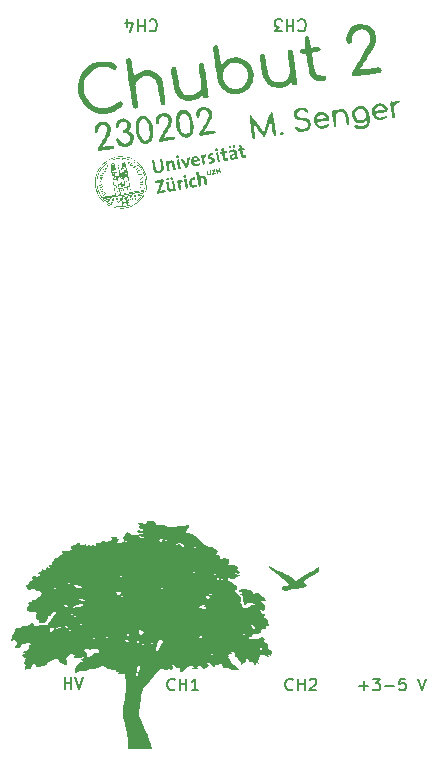
<source format=gbr>
%TF.GenerationSoftware,KiCad,Pcbnew,7.0.5-4d25ed1034~172~ubuntu22.04.1*%
%TF.CreationDate,2023-07-12T12:46:34+02:00*%
%TF.ProjectId,Chubut_2,43687562-7574-45f3-922e-6b696361645f,rev?*%
%TF.SameCoordinates,Original*%
%TF.FileFunction,Legend,Top*%
%TF.FilePolarity,Positive*%
%FSLAX46Y46*%
G04 Gerber Fmt 4.6, Leading zero omitted, Abs format (unit mm)*
G04 Created by KiCad (PCBNEW 7.0.5-4d25ed1034~172~ubuntu22.04.1) date 2023-07-12 12:46:34*
%MOMM*%
%LPD*%
G01*
G04 APERTURE LIST*
%ADD10C,0.150000*%
G04 APERTURE END LIST*
D10*
%TO.C,J6*%
X-4090476Y-28359580D02*
X-4138095Y-28407200D01*
X-4138095Y-28407200D02*
X-4280952Y-28454819D01*
X-4280952Y-28454819D02*
X-4376190Y-28454819D01*
X-4376190Y-28454819D02*
X-4519047Y-28407200D01*
X-4519047Y-28407200D02*
X-4614285Y-28311961D01*
X-4614285Y-28311961D02*
X-4661904Y-28216723D01*
X-4661904Y-28216723D02*
X-4709523Y-28026247D01*
X-4709523Y-28026247D02*
X-4709523Y-27883390D01*
X-4709523Y-27883390D02*
X-4661904Y-27692914D01*
X-4661904Y-27692914D02*
X-4614285Y-27597676D01*
X-4614285Y-27597676D02*
X-4519047Y-27502438D01*
X-4519047Y-27502438D02*
X-4376190Y-27454819D01*
X-4376190Y-27454819D02*
X-4280952Y-27454819D01*
X-4280952Y-27454819D02*
X-4138095Y-27502438D01*
X-4138095Y-27502438D02*
X-4090476Y-27550057D01*
X-3661904Y-28454819D02*
X-3661904Y-27454819D01*
X-3661904Y-27931009D02*
X-3090476Y-27931009D01*
X-3090476Y-28454819D02*
X-3090476Y-27454819D01*
X-2090476Y-28454819D02*
X-2661904Y-28454819D01*
X-2376190Y-28454819D02*
X-2376190Y-27454819D01*
X-2376190Y-27454819D02*
X-2471428Y-27597676D01*
X-2471428Y-27597676D02*
X-2566666Y-27692914D01*
X-2566666Y-27692914D02*
X-2661904Y-27740533D01*
%TO.C,J1*%
X11538095Y-28073866D02*
X12300000Y-28073866D01*
X11919047Y-28454819D02*
X11919047Y-27692914D01*
X12680952Y-27454819D02*
X13299999Y-27454819D01*
X13299999Y-27454819D02*
X12966666Y-27835771D01*
X12966666Y-27835771D02*
X13109523Y-27835771D01*
X13109523Y-27835771D02*
X13204761Y-27883390D01*
X13204761Y-27883390D02*
X13252380Y-27931009D01*
X13252380Y-27931009D02*
X13299999Y-28026247D01*
X13299999Y-28026247D02*
X13299999Y-28264342D01*
X13299999Y-28264342D02*
X13252380Y-28359580D01*
X13252380Y-28359580D02*
X13204761Y-28407200D01*
X13204761Y-28407200D02*
X13109523Y-28454819D01*
X13109523Y-28454819D02*
X12823809Y-28454819D01*
X12823809Y-28454819D02*
X12728571Y-28407200D01*
X12728571Y-28407200D02*
X12680952Y-28359580D01*
X13728571Y-28073866D02*
X14490476Y-28073866D01*
X15442856Y-27454819D02*
X14966666Y-27454819D01*
X14966666Y-27454819D02*
X14919047Y-27931009D01*
X14919047Y-27931009D02*
X14966666Y-27883390D01*
X14966666Y-27883390D02*
X15061904Y-27835771D01*
X15061904Y-27835771D02*
X15299999Y-27835771D01*
X15299999Y-27835771D02*
X15395237Y-27883390D01*
X15395237Y-27883390D02*
X15442856Y-27931009D01*
X15442856Y-27931009D02*
X15490475Y-28026247D01*
X15490475Y-28026247D02*
X15490475Y-28264342D01*
X15490475Y-28264342D02*
X15442856Y-28359580D01*
X15442856Y-28359580D02*
X15395237Y-28407200D01*
X15395237Y-28407200D02*
X15299999Y-28454819D01*
X15299999Y-28454819D02*
X15061904Y-28454819D01*
X15061904Y-28454819D02*
X14966666Y-28407200D01*
X14966666Y-28407200D02*
X14919047Y-28359580D01*
X16538095Y-27454819D02*
X16871428Y-28454819D01*
X16871428Y-28454819D02*
X17204761Y-27454819D01*
%TO.C,J8*%
X6390476Y28259580D02*
X6438095Y28307200D01*
X6438095Y28307200D02*
X6580952Y28354819D01*
X6580952Y28354819D02*
X6676190Y28354819D01*
X6676190Y28354819D02*
X6819047Y28307200D01*
X6819047Y28307200D02*
X6914285Y28211961D01*
X6914285Y28211961D02*
X6961904Y28116723D01*
X6961904Y28116723D02*
X7009523Y27926247D01*
X7009523Y27926247D02*
X7009523Y27783390D01*
X7009523Y27783390D02*
X6961904Y27592914D01*
X6961904Y27592914D02*
X6914285Y27497676D01*
X6914285Y27497676D02*
X6819047Y27402438D01*
X6819047Y27402438D02*
X6676190Y27354819D01*
X6676190Y27354819D02*
X6580952Y27354819D01*
X6580952Y27354819D02*
X6438095Y27402438D01*
X6438095Y27402438D02*
X6390476Y27450057D01*
X5961904Y28354819D02*
X5961904Y27354819D01*
X5961904Y27831009D02*
X5390476Y27831009D01*
X5390476Y28354819D02*
X5390476Y27354819D01*
X5009523Y27354819D02*
X4390476Y27354819D01*
X4390476Y27354819D02*
X4723809Y27735771D01*
X4723809Y27735771D02*
X4580952Y27735771D01*
X4580952Y27735771D02*
X4485714Y27783390D01*
X4485714Y27783390D02*
X4438095Y27831009D01*
X4438095Y27831009D02*
X4390476Y27926247D01*
X4390476Y27926247D02*
X4390476Y28164342D01*
X4390476Y28164342D02*
X4438095Y28259580D01*
X4438095Y28259580D02*
X4485714Y28307200D01*
X4485714Y28307200D02*
X4580952Y28354819D01*
X4580952Y28354819D02*
X4866666Y28354819D01*
X4866666Y28354819D02*
X4961904Y28307200D01*
X4961904Y28307200D02*
X5009523Y28259580D01*
%TO.C,J11*%
X-13414285Y-28354819D02*
X-13414285Y-27354819D01*
X-13414285Y-27831009D02*
X-12842857Y-27831009D01*
X-12842857Y-28354819D02*
X-12842857Y-27354819D01*
X-12509523Y-27354819D02*
X-12176190Y-28354819D01*
X-12176190Y-28354819D02*
X-11842857Y-27354819D01*
%TO.C,J9*%
X-6209523Y28259580D02*
X-6161904Y28307200D01*
X-6161904Y28307200D02*
X-6019047Y28354819D01*
X-6019047Y28354819D02*
X-5923809Y28354819D01*
X-5923809Y28354819D02*
X-5780952Y28307200D01*
X-5780952Y28307200D02*
X-5685714Y28211961D01*
X-5685714Y28211961D02*
X-5638095Y28116723D01*
X-5638095Y28116723D02*
X-5590476Y27926247D01*
X-5590476Y27926247D02*
X-5590476Y27783390D01*
X-5590476Y27783390D02*
X-5638095Y27592914D01*
X-5638095Y27592914D02*
X-5685714Y27497676D01*
X-5685714Y27497676D02*
X-5780952Y27402438D01*
X-5780952Y27402438D02*
X-5923809Y27354819D01*
X-5923809Y27354819D02*
X-6019047Y27354819D01*
X-6019047Y27354819D02*
X-6161904Y27402438D01*
X-6161904Y27402438D02*
X-6209523Y27450057D01*
X-6638095Y28354819D02*
X-6638095Y27354819D01*
X-6638095Y27831009D02*
X-7209523Y27831009D01*
X-7209523Y28354819D02*
X-7209523Y27354819D01*
X-8114285Y27688152D02*
X-8114285Y28354819D01*
X-7876190Y27307200D02*
X-7638095Y28021485D01*
X-7638095Y28021485D02*
X-8257142Y28021485D01*
%TO.C,J7*%
X5909523Y-28359580D02*
X5861904Y-28407200D01*
X5861904Y-28407200D02*
X5719047Y-28454819D01*
X5719047Y-28454819D02*
X5623809Y-28454819D01*
X5623809Y-28454819D02*
X5480952Y-28407200D01*
X5480952Y-28407200D02*
X5385714Y-28311961D01*
X5385714Y-28311961D02*
X5338095Y-28216723D01*
X5338095Y-28216723D02*
X5290476Y-28026247D01*
X5290476Y-28026247D02*
X5290476Y-27883390D01*
X5290476Y-27883390D02*
X5338095Y-27692914D01*
X5338095Y-27692914D02*
X5385714Y-27597676D01*
X5385714Y-27597676D02*
X5480952Y-27502438D01*
X5480952Y-27502438D02*
X5623809Y-27454819D01*
X5623809Y-27454819D02*
X5719047Y-27454819D01*
X5719047Y-27454819D02*
X5861904Y-27502438D01*
X5861904Y-27502438D02*
X5909523Y-27550057D01*
X6338095Y-28454819D02*
X6338095Y-27454819D01*
X6338095Y-27931009D02*
X6909523Y-27931009D01*
X6909523Y-28454819D02*
X6909523Y-27454819D01*
X7338095Y-27550057D02*
X7385714Y-27502438D01*
X7385714Y-27502438D02*
X7480952Y-27454819D01*
X7480952Y-27454819D02*
X7719047Y-27454819D01*
X7719047Y-27454819D02*
X7814285Y-27502438D01*
X7814285Y-27502438D02*
X7861904Y-27550057D01*
X7861904Y-27550057D02*
X7909523Y-27645295D01*
X7909523Y-27645295D02*
X7909523Y-27740533D01*
X7909523Y-27740533D02*
X7861904Y-27883390D01*
X7861904Y-27883390D02*
X7290476Y-28454819D01*
X7290476Y-28454819D02*
X7909523Y-28454819D01*
%TO.C,G\u002A\u002A\u002A*%
G36*
X5095553Y18832363D02*
G01*
X5122398Y18719909D01*
X5090814Y18601528D01*
X4992842Y18557847D01*
X4871623Y18578720D01*
X4828662Y18629680D01*
X4815872Y18771950D01*
X4884716Y18864737D01*
X4992842Y18881971D01*
X5095553Y18832363D01*
G37*
G36*
X14898219Y21475246D02*
G01*
X15004673Y21442150D01*
X15035294Y21394296D01*
X14983428Y21324450D01*
X14848587Y21260992D01*
X14812124Y21250218D01*
X14637011Y21192091D01*
X14529084Y21116248D01*
X14478098Y20999146D01*
X14473806Y20817241D01*
X14505963Y20546989D01*
X14505994Y20546773D01*
X14533771Y20325744D01*
X14547815Y20148496D01*
X14545958Y20045606D01*
X14542340Y20034359D01*
X14461771Y19983156D01*
X14372654Y20018342D01*
X14321037Y20113461D01*
X14272704Y20373681D01*
X14228769Y20658394D01*
X14194590Y20927838D01*
X14175525Y21142252D01*
X14173303Y21210024D01*
X14197792Y21366110D01*
X14265101Y21423867D01*
X14365987Y21376634D01*
X14382616Y21360913D01*
X14458680Y21340848D01*
X14516078Y21389646D01*
X14613102Y21448629D01*
X14754089Y21477284D01*
X14898219Y21475246D01*
G37*
G36*
X10184681Y20740408D02*
G01*
X10399975Y20621033D01*
X10427837Y20595116D01*
X10516340Y20471989D01*
X10585206Y20288095D01*
X10644267Y20016863D01*
X10646480Y20004306D01*
X10688547Y19733597D01*
X10700290Y19556677D01*
X10679881Y19455991D01*
X10625494Y19413986D01*
X10584572Y19409502D01*
X10539170Y19417951D01*
X10503910Y19456562D01*
X10472085Y19545230D01*
X10436986Y19703852D01*
X10391904Y19952323D01*
X10381672Y20011242D01*
X10322448Y20264229D01*
X10240312Y20421436D01*
X10119056Y20501822D01*
X9942964Y20524343D01*
X9728639Y20483861D01*
X9595293Y20362157D01*
X9542663Y20158852D01*
X9555065Y19958661D01*
X9593096Y19639514D01*
X9597137Y19410870D01*
X9567372Y19280420D01*
X9538185Y19253802D01*
X9451287Y19272689D01*
X9432917Y19293656D01*
X9404944Y19380887D01*
X9368199Y19550925D01*
X9327812Y19772493D01*
X9288911Y20014309D01*
X9256626Y20245094D01*
X9236085Y20433567D01*
X9231440Y20522423D01*
X9243990Y20637536D01*
X9303880Y20668637D01*
X9380052Y20658703D01*
X9537480Y20664160D01*
X9701122Y20716176D01*
X9936880Y20774596D01*
X10184681Y20740408D01*
G37*
G36*
X-3131363Y20683279D02*
G01*
X-2918110Y20548572D01*
X-2734827Y20322949D01*
X-2683590Y20228698D01*
X-2583446Y19949238D01*
X-2517940Y19614070D01*
X-2490962Y19265704D01*
X-2506402Y18946650D01*
X-2548417Y18751383D01*
X-2674669Y18527966D01*
X-2864025Y18384187D01*
X-3090822Y18326679D01*
X-3329395Y18362073D01*
X-3549250Y18492724D01*
X-3722823Y18708265D01*
X-3854230Y18995902D01*
X-3940210Y19327027D01*
X-3977503Y19673032D01*
X-3972267Y19791748D01*
X-3685929Y19791748D01*
X-3672780Y19566885D01*
X-3610301Y19219711D01*
X-3514054Y18942470D01*
X-3392057Y18743418D01*
X-3252324Y18630812D01*
X-3102874Y18612910D01*
X-2951723Y18697969D01*
X-2892314Y18763009D01*
X-2829172Y18856776D01*
X-2794442Y18960006D01*
X-2782770Y19105538D01*
X-2788801Y19326206D01*
X-2791582Y19380769D01*
X-2835397Y19750475D01*
X-2920194Y20047758D01*
X-3039982Y20263088D01*
X-3188775Y20386933D01*
X-3360583Y20409763D01*
X-3426656Y20391516D01*
X-3567728Y20278473D01*
X-3655404Y20074356D01*
X-3685929Y19791748D01*
X-3972267Y19791748D01*
X-3962848Y20005309D01*
X-3892987Y20295251D01*
X-3777898Y20499130D01*
X-3578562Y20662834D01*
X-3357282Y20722791D01*
X-3131363Y20683279D01*
G37*
G36*
X-6635538Y20192214D02*
G01*
X-6414618Y20112114D01*
X-6233731Y19942590D01*
X-6082390Y19672850D01*
X-6047291Y19586801D01*
X-5968607Y19306974D01*
X-5924725Y18989277D01*
X-5916465Y18669784D01*
X-5944650Y18384568D01*
X-6010099Y18169704D01*
X-6014826Y18160588D01*
X-6181723Y17954383D01*
X-6400312Y17836711D01*
X-6644794Y17815812D01*
X-6868389Y17888034D01*
X-7062410Y18057661D01*
X-7219417Y18335101D01*
X-7338754Y18719137D01*
X-7353571Y18786848D01*
X-7400319Y19144445D01*
X-7106248Y19144445D01*
X-7075592Y18862808D01*
X-7003946Y18591945D01*
X-6891256Y18355507D01*
X-6823923Y18262794D01*
X-6689747Y18130737D01*
X-6572355Y18098597D01*
X-6437759Y18163714D01*
X-6359653Y18226504D01*
X-6273798Y18310324D01*
X-6225707Y18399094D01*
X-6205007Y18528031D01*
X-6201328Y18732353D01*
X-6201536Y18763425D01*
X-6229538Y19101596D01*
X-6302209Y19401107D01*
X-6410819Y19645842D01*
X-6546642Y19819680D01*
X-6700950Y19906506D01*
X-6820087Y19905723D01*
X-6952835Y19817496D01*
X-7044815Y19645440D01*
X-7095971Y19413206D01*
X-7106248Y19144445D01*
X-7400319Y19144445D01*
X-7406779Y19193857D01*
X-7389538Y19544921D01*
X-7306676Y19830595D01*
X-7163015Y20041435D01*
X-6963383Y20167996D01*
X-6712604Y20200835D01*
X-6635538Y20192214D01*
G37*
G36*
X8475658Y20532858D02*
G01*
X8697819Y20447216D01*
X8875903Y20298678D01*
X8982741Y20106903D01*
X9001357Y19982642D01*
X8993240Y19896704D01*
X8955615Y19836964D01*
X8868573Y19795025D01*
X8712205Y19762489D01*
X8466603Y19730957D01*
X8382311Y19721516D01*
X8148722Y19686808D01*
X8019833Y19641409D01*
X7985446Y19577514D01*
X8035365Y19487319D01*
X8051767Y19468515D01*
X8230247Y19344397D01*
X8443592Y19329047D01*
X8670818Y19410209D01*
X8849973Y19484640D01*
X8952247Y19479998D01*
X8961110Y19472735D01*
X8979237Y19387521D01*
X8905309Y19283982D01*
X8755949Y19181186D01*
X8672773Y19142003D01*
X8467929Y19077586D01*
X8288247Y19083473D01*
X8097398Y19149904D01*
X7888769Y19294370D01*
X7756178Y19496312D01*
X7697170Y19731290D01*
X7708007Y19949067D01*
X7915254Y19949067D01*
X7948849Y19904222D01*
X8069680Y19896368D01*
X8285819Y19922691D01*
X8599095Y19979169D01*
X8800226Y20018067D01*
X8644806Y20173513D01*
X8473181Y20298729D01*
X8309134Y20313165D01*
X8137517Y20216487D01*
X8077480Y20160981D01*
X7960821Y20033715D01*
X7915254Y19949067D01*
X7708007Y19949067D01*
X7709291Y19974864D01*
X7790087Y20202593D01*
X7937102Y20390036D01*
X8147884Y20512753D01*
X8236589Y20535950D01*
X8475658Y20532858D01*
G37*
G36*
X-1263782Y20887309D02*
G01*
X-1062989Y20745329D01*
X-963577Y20605794D01*
X-897759Y20421653D01*
X-892789Y20223785D01*
X-953222Y19994481D01*
X-1083608Y19716032D01*
X-1275991Y19390530D01*
X-1628454Y18831070D01*
X-1327462Y18874290D01*
X-1020826Y18911896D01*
X-811751Y18920401D01*
X-686267Y18898451D01*
X-630401Y18844691D01*
X-624208Y18806108D01*
X-640356Y18742434D01*
X-704377Y18696878D01*
X-839637Y18658923D01*
X-1026471Y18625045D01*
X-1376569Y18568622D01*
X-1629934Y18531571D01*
X-1802966Y18512994D01*
X-1912061Y18511997D01*
X-1973619Y18527685D01*
X-2004039Y18559163D01*
X-2009480Y18571381D01*
X-2014710Y18691861D01*
X-1999837Y18731524D01*
X-1954940Y18806614D01*
X-1862592Y18958529D01*
X-1735624Y19166241D01*
X-1586865Y19408719D01*
X-1563749Y19446326D01*
X-1373272Y19768520D01*
X-1248443Y20015330D01*
X-1185438Y20202931D01*
X-1180435Y20347500D01*
X-1229610Y20465211D01*
X-1303138Y20548806D01*
X-1477650Y20648189D01*
X-1661880Y20654558D01*
X-1825885Y20580251D01*
X-1939718Y20437605D01*
X-1974661Y20272150D01*
X-2006147Y20114524D01*
X-2087046Y20025649D01*
X-2182795Y20023534D01*
X-2237604Y20099154D01*
X-2260328Y20244519D01*
X-2251634Y20419206D01*
X-2212184Y20582793D01*
X-2172304Y20661297D01*
X-1985993Y20839489D01*
X-1753596Y20935689D01*
X-1503422Y20951195D01*
X-1263782Y20887309D01*
G37*
G36*
X6883464Y20862063D02*
G01*
X7025945Y20814481D01*
X7124929Y20739470D01*
X7213327Y20620837D01*
X7235118Y20513467D01*
X7187436Y20449842D01*
X7150993Y20443891D01*
X7069944Y20476602D01*
X6952348Y20555625D01*
X6948260Y20558823D01*
X6773081Y20655826D01*
X6593506Y20657554D01*
X6412531Y20586080D01*
X6276749Y20472445D01*
X6237862Y20340175D01*
X6285100Y20210852D01*
X6407690Y20106054D01*
X6594860Y20047363D01*
X6684298Y20041629D01*
X7007856Y20004831D01*
X7244002Y19895124D01*
X7391464Y19713535D01*
X7448971Y19461094D01*
X7449774Y19422360D01*
X7400369Y19180370D01*
X7256891Y18998287D01*
X7026439Y18881493D01*
X6716114Y18835371D01*
X6674650Y18834841D01*
X6449989Y18864705D01*
X6265563Y18968687D01*
X6247395Y18983615D01*
X6135328Y19090263D01*
X6074322Y19172342D01*
X6070588Y19186550D01*
X6112994Y19258772D01*
X6217643Y19268093D01*
X6350686Y19214663D01*
X6392712Y19185138D01*
X6604152Y19081487D01*
X6828165Y19074666D01*
X7030551Y19163647D01*
X7078856Y19205759D01*
X7193500Y19353639D01*
X7206498Y19485766D01*
X7120740Y19634155D01*
X7117844Y19637747D01*
X7008387Y19724274D01*
X6831336Y19780596D01*
X6672482Y19805386D01*
X6394920Y19852264D01*
X6207445Y19921337D01*
X6085592Y20025487D01*
X6015241Y20151444D01*
X5973645Y20376552D01*
X6033289Y20575869D01*
X6181044Y20734966D01*
X6403780Y20839416D01*
X6673566Y20874886D01*
X6883464Y20862063D01*
G37*
G36*
X11874332Y20990601D02*
G01*
X12087982Y20893147D01*
X12247257Y20706550D01*
X12357213Y20424649D01*
X12422904Y20041288D01*
X12427071Y19998879D01*
X12429846Y19659247D01*
X12363801Y19402064D01*
X12224746Y19214737D01*
X12146428Y19155697D01*
X11964260Y19079361D01*
X11739634Y19037268D01*
X11536752Y19040230D01*
X11503526Y19047423D01*
X11335692Y19117297D01*
X11199456Y19216145D01*
X11130294Y19316680D01*
X11127602Y19336611D01*
X11155325Y19393482D01*
X11255340Y19389637D01*
X11285633Y19382382D01*
X11622407Y19318382D01*
X11874645Y19324263D01*
X12051265Y19403001D01*
X12161183Y19557575D01*
X12198695Y19687269D01*
X12235745Y19878838D01*
X12075544Y19730369D01*
X11876901Y19617842D01*
X11627908Y19578852D01*
X11369026Y19616493D01*
X11244900Y19666875D01*
X11084055Y19808464D01*
X10971569Y20020702D01*
X10922490Y20260193D01*
X11185964Y20260193D01*
X11241458Y20060662D01*
X11304171Y19963179D01*
X11465246Y19842253D01*
X11665507Y19808274D01*
X11867281Y19862737D01*
X11971522Y19936714D01*
X12082216Y20112504D01*
X12107372Y20324649D01*
X12047442Y20533247D01*
X11963472Y20647634D01*
X11784788Y20765729D01*
X11603585Y20787751D01*
X11436480Y20730954D01*
X11300096Y20612593D01*
X11211050Y20449921D01*
X11185964Y20260193D01*
X10922490Y20260193D01*
X10921605Y20264511D01*
X10945707Y20492323D01*
X11066566Y20746872D01*
X11254896Y20912160D01*
X11520544Y20995890D01*
X11601255Y21005069D01*
X11874332Y20990601D01*
G37*
G36*
X13496014Y21234775D02*
G01*
X13632614Y21181942D01*
X13735635Y21095750D01*
X13873236Y20913373D01*
X13937969Y20728575D01*
X13926916Y20598653D01*
X13855289Y20551795D01*
X13687447Y20504904D01*
X13441990Y20463108D01*
X13429223Y20461404D01*
X13207596Y20428154D01*
X13031682Y20394323D01*
X12931278Y20365886D01*
X12920382Y20359347D01*
X12928555Y20299557D01*
X13006493Y20212390D01*
X13122039Y20123582D01*
X13243035Y20058870D01*
X13317370Y20041629D01*
X13447710Y20067576D01*
X13603163Y20130177D01*
X13606683Y20131986D01*
X13762772Y20188019D01*
X13874741Y20183152D01*
X13918376Y20121785D01*
X13909292Y20076975D01*
X13823209Y19982203D01*
X13663233Y19895155D01*
X13469980Y19833433D01*
X13302627Y19814065D01*
X13113496Y19842545D01*
X12952871Y19901721D01*
X12769175Y20064669D01*
X12656510Y20308324D01*
X12621719Y20590449D01*
X12627154Y20661870D01*
X12851583Y20661870D01*
X12902444Y20641742D01*
X13032287Y20639206D01*
X13206999Y20651372D01*
X13392471Y20675349D01*
X13554592Y20708246D01*
X13614576Y20726530D01*
X13678951Y20760053D01*
X13667954Y20810430D01*
X13597971Y20891101D01*
X13426261Y21001001D01*
X13229693Y21017185D01*
X13046616Y20941119D01*
X12970686Y20867137D01*
X12888962Y20748473D01*
X12851795Y20665354D01*
X12851583Y20661870D01*
X12627154Y20661870D01*
X12635875Y20776471D01*
X12694960Y20913252D01*
X12817104Y21053031D01*
X12957056Y21175738D01*
X13088851Y21233027D01*
X13270048Y21248296D01*
X13297729Y21248416D01*
X13496014Y21234775D01*
G37*
G36*
X-9858478Y24777736D02*
G01*
X-9660479Y24760911D01*
X-9504478Y24724814D01*
X-9354109Y24663198D01*
X-9304880Y24638914D01*
X-9082770Y24510848D01*
X-8965483Y24399017D01*
X-8946284Y24292003D01*
X-9018441Y24178389D01*
X-9027694Y24168937D01*
X-9154472Y24042159D01*
X-9429159Y24182505D01*
X-9734571Y24287616D01*
X-10085597Y24328849D01*
X-10438724Y24305992D01*
X-10750444Y24218837D01*
X-10812658Y24189176D01*
X-11200089Y23927061D01*
X-11496634Y23595422D01*
X-11656449Y23309659D01*
X-11740587Y23105721D01*
X-11784866Y22936536D01*
X-11797771Y22751459D01*
X-11788941Y22518823D01*
X-11751695Y22192813D01*
X-11676915Y21929456D01*
X-11614099Y21790697D01*
X-11372159Y21428927D01*
X-11067924Y21149680D01*
X-10718053Y20956475D01*
X-10339207Y20852832D01*
X-9948045Y20842269D01*
X-9561226Y20928306D01*
X-9195409Y21114460D01*
X-9027639Y21244372D01*
X-8831658Y21375739D01*
X-8663872Y21405959D01*
X-8533988Y21334046D01*
X-8506883Y21297319D01*
X-8491740Y21170264D01*
X-8576305Y21011001D01*
X-8753599Y20830071D01*
X-8883361Y20728575D01*
X-9201837Y20554298D01*
X-9586420Y20431143D01*
X-9996385Y20367851D01*
X-10391008Y20373160D01*
X-10480337Y20385858D01*
X-10928282Y20519089D01*
X-11333954Y20749887D01*
X-11684585Y21064739D01*
X-11967403Y21450131D01*
X-12169640Y21892550D01*
X-12264023Y22273422D01*
X-12285710Y22754738D01*
X-12201656Y23223780D01*
X-12020954Y23663511D01*
X-11752698Y24056896D01*
X-11405981Y24386899D01*
X-11006898Y24628657D01*
X-10828499Y24703817D01*
X-10662711Y24749698D01*
X-10470267Y24773187D01*
X-10211899Y24781166D01*
X-10134842Y24781540D01*
X-9858478Y24777736D01*
G37*
G36*
X-9883041Y19631353D02*
G01*
X-9671425Y19481272D01*
X-9660747Y19469609D01*
X-9549496Y19309408D01*
X-9506131Y19128892D01*
X-9502715Y19032212D01*
X-9510366Y18885614D01*
X-9539970Y18746697D01*
X-9601500Y18592440D01*
X-9704932Y18399822D01*
X-9860239Y18145821D01*
X-9943286Y18015378D01*
X-10057969Y17829458D01*
X-10139755Y17683221D01*
X-10175507Y17600704D01*
X-10174927Y17591517D01*
X-10110379Y17587740D01*
X-9963061Y17600551D01*
X-9763496Y17627201D01*
X-9741758Y17630535D01*
X-9488519Y17662927D01*
X-9328449Y17663179D01*
X-9243529Y17628256D01*
X-9215742Y17555121D01*
X-9215385Y17541855D01*
X-9223058Y17487281D01*
X-9258632Y17446124D01*
X-9340937Y17412067D01*
X-9488805Y17378794D01*
X-9721067Y17339989D01*
X-9897229Y17313154D01*
X-10187712Y17269836D01*
X-10384239Y17243085D01*
X-10506554Y17232682D01*
X-10574400Y17238409D01*
X-10607521Y17260046D01*
X-10625661Y17297376D01*
X-10628594Y17305056D01*
X-10610787Y17380031D01*
X-10541187Y17532323D01*
X-10429826Y17742360D01*
X-10286734Y17990569D01*
X-10224528Y18093435D01*
X-10022037Y18435950D01*
X-9884774Y18701728D01*
X-9808747Y18905782D01*
X-9789961Y19063122D01*
X-9824423Y19188761D01*
X-9904978Y19294570D01*
X-10069454Y19391673D01*
X-10247732Y19395050D01*
X-10412634Y19318352D01*
X-10536981Y19175231D01*
X-10593596Y18979339D01*
X-10594570Y18948172D01*
X-10630117Y18803516D01*
X-10728576Y18748458D01*
X-10810068Y18761896D01*
X-10863546Y18834871D01*
X-10879564Y18977273D01*
X-10859736Y19150442D01*
X-10805673Y19315717D01*
X-10785370Y19354050D01*
X-10610251Y19548973D01*
X-10381875Y19662180D01*
X-10129665Y19690648D01*
X-9883041Y19631353D01*
G37*
G36*
X-4784938Y20425700D02*
G01*
X-4644738Y20354645D01*
X-4526154Y20248506D01*
X-4403169Y20108108D01*
X-4345931Y19975773D01*
X-4330865Y19793642D01*
X-4330769Y19769006D01*
X-4338068Y19630791D01*
X-4367290Y19501402D01*
X-4429423Y19354405D01*
X-4535456Y19163368D01*
X-4681191Y18926049D01*
X-4817755Y18704148D01*
X-4925834Y18520608D01*
X-4994025Y18395359D01*
X-5011621Y18348633D01*
X-4948535Y18346641D01*
X-4809153Y18361915D01*
X-4704299Y18377893D01*
X-4491000Y18407574D01*
X-4290008Y18426346D01*
X-4226207Y18429153D01*
X-4097032Y18420967D01*
X-4051442Y18375160D01*
X-4053809Y18303286D01*
X-4075100Y18236755D01*
X-4132097Y18190222D01*
X-4248488Y18153861D01*
X-4447960Y18117847D01*
X-4531901Y18104987D01*
X-4775384Y18067715D01*
X-4997040Y18032527D01*
X-5154289Y18006205D01*
X-5170435Y18003305D01*
X-5342027Y18004914D01*
X-5421318Y18057475D01*
X-5442017Y18108130D01*
X-5429087Y18186503D01*
X-5375137Y18308903D01*
X-5272778Y18491641D01*
X-5114619Y18751026D01*
X-5086929Y18795464D01*
X-4891597Y19110984D01*
X-4752031Y19347053D01*
X-4661849Y19520903D01*
X-4614672Y19649764D01*
X-4604117Y19750867D01*
X-4623805Y19841443D01*
X-4665170Y19934361D01*
X-4755718Y20071473D01*
X-4874787Y20131848D01*
X-4970672Y20145270D01*
X-5134485Y20138626D01*
X-5249525Y20067658D01*
X-5301102Y20008222D01*
X-5387233Y19848758D01*
X-5422625Y19685086D01*
X-5436734Y19566477D01*
X-5496417Y19530872D01*
X-5551923Y19534804D01*
X-5650394Y19579877D01*
X-5694396Y19698333D01*
X-5698957Y19736272D01*
X-5672283Y19991790D01*
X-5550071Y20203724D01*
X-5348141Y20356925D01*
X-5082316Y20436243D01*
X-4960003Y20443891D01*
X-4784938Y20425700D01*
G37*
G36*
X-8281738Y19964215D02*
G01*
X-8041288Y19855110D01*
X-7878248Y19681185D01*
X-7802849Y19464898D01*
X-7825322Y19228710D01*
X-7885505Y19094363D01*
X-7954202Y18961316D01*
X-7955713Y18901007D01*
X-7925569Y18892307D01*
X-7840682Y18851418D01*
X-7728005Y18749795D01*
X-7697643Y18715500D01*
X-7571839Y18483134D01*
X-7540072Y18220765D01*
X-7601766Y17963645D01*
X-7712725Y17791277D01*
X-7824245Y17683302D01*
X-7941393Y17623714D01*
X-8108490Y17594427D01*
X-8215553Y17586070D01*
X-8447629Y17583355D01*
X-8613633Y17616536D01*
X-8731503Y17675555D01*
X-8875928Y17805765D01*
X-8983154Y17973667D01*
X-9032427Y18139701D01*
X-9022601Y18230415D01*
X-8951637Y18310560D01*
X-8858086Y18297613D01*
X-8771541Y18200886D01*
X-8746437Y18143502D01*
X-8636874Y17965276D01*
X-8476263Y17859736D01*
X-8291300Y17823965D01*
X-8108682Y17855047D01*
X-7955107Y17950063D01*
X-7857272Y18106097D01*
X-7836199Y18242966D01*
X-7886241Y18451598D01*
X-8017818Y18616798D01*
X-8203109Y18709537D01*
X-8293316Y18719909D01*
X-8418126Y18735221D01*
X-8464177Y18799011D01*
X-8468326Y18857344D01*
X-8430585Y18976542D01*
X-8322707Y19031328D01*
X-8170804Y19121399D01*
X-8089964Y19275241D01*
X-8097337Y19455123D01*
X-8112351Y19494116D01*
X-8226247Y19631073D01*
X-8383346Y19686058D01*
X-8552629Y19664852D01*
X-8703079Y19573235D01*
X-8803676Y19416987D01*
X-8818675Y19362491D01*
X-8861309Y19200361D01*
X-8913238Y19131665D01*
X-8992966Y19135274D01*
X-9011775Y19142002D01*
X-9080213Y19222962D01*
X-9099286Y19368108D01*
X-9070969Y19538797D01*
X-8997234Y19696387D01*
X-8982438Y19716432D01*
X-8821185Y19849212D01*
X-8603161Y19941840D01*
X-8380854Y19975755D01*
X-8281738Y19964215D01*
G37*
G36*
X4212190Y20470705D02*
G01*
X4234029Y20429524D01*
X4243165Y20350297D01*
X4266823Y20178806D01*
X4301941Y19936370D01*
X4345456Y19644304D01*
X4372357Y19466968D01*
X4416000Y19158764D01*
X4447605Y18890160D01*
X4465251Y18681780D01*
X4467015Y18554249D01*
X4460064Y18525514D01*
X4377540Y18481389D01*
X4306342Y18538624D01*
X4244334Y18701318D01*
X4189380Y18973573D01*
X4174433Y19073780D01*
X4127748Y19393220D01*
X4088684Y19599713D01*
X4050144Y19694300D01*
X4005032Y19678019D01*
X3946250Y19551910D01*
X3866701Y19317012D01*
X3807079Y19127580D01*
X3708967Y18824819D01*
X3632468Y18618929D01*
X3570954Y18495374D01*
X3517796Y18439616D01*
X3490159Y18432579D01*
X3411745Y18480317D01*
X3284273Y18616429D01*
X3117019Y18830261D01*
X2993045Y19003468D01*
X2839137Y19221583D01*
X2710173Y19398416D01*
X2619287Y19516379D01*
X2579611Y19557883D01*
X2579242Y19557674D01*
X2580282Y19497594D01*
X2596298Y19348622D01*
X2624380Y19135393D01*
X2650057Y18958429D01*
X2686739Y18708847D01*
X2715855Y18500537D01*
X2733719Y18360488D01*
X2737556Y18318025D01*
X2696996Y18265497D01*
X2608128Y18265427D01*
X2520168Y18309463D01*
X2485867Y18360746D01*
X2467591Y18451196D01*
X2437141Y18632620D01*
X2398150Y18882150D01*
X2354248Y19176920D01*
X2334142Y19316242D01*
X2281147Y19709594D01*
X2253066Y19997832D01*
X2254954Y20182088D01*
X2291867Y20263494D01*
X2368859Y20243185D01*
X2490987Y20122290D01*
X2663304Y19901945D01*
X2890867Y19583280D01*
X2976571Y19460163D01*
X3455882Y18769182D01*
X3731119Y19635269D01*
X3838956Y19968308D01*
X3921738Y20205841D01*
X3986163Y20362822D01*
X4038927Y20454207D01*
X4086728Y20494947D01*
X4119015Y20501357D01*
X4212190Y20470705D01*
G37*
G36*
X3921531Y-17913648D02*
G01*
X4054817Y-17986942D01*
X4233349Y-18091256D01*
X4273808Y-18115545D01*
X4511679Y-18249000D01*
X4763178Y-18374501D01*
X4964933Y-18461286D01*
X5276128Y-18585870D01*
X5516658Y-18705182D01*
X5727362Y-18841801D01*
X5903867Y-18980365D01*
X6168142Y-19199881D01*
X6449795Y-18998458D01*
X6653418Y-18862289D01*
X6900818Y-18709953D01*
X7104977Y-18593074D01*
X7344965Y-18456791D01*
X7594080Y-18307131D01*
X7770042Y-18195009D01*
X7955009Y-18075159D01*
X8065132Y-18018264D01*
X8119665Y-18021290D01*
X8137866Y-18081205D01*
X8139366Y-18136821D01*
X8093046Y-18311868D01*
X7949670Y-18485370D01*
X7702620Y-18664088D01*
X7524041Y-18765001D01*
X7300716Y-18891523D01*
X7089324Y-19025578D01*
X6935361Y-19138302D01*
X6934507Y-19139020D01*
X6735303Y-19306809D01*
X6920140Y-19402392D01*
X7041370Y-19475557D01*
X7102130Y-19532778D01*
X7103809Y-19539598D01*
X7050179Y-19604450D01*
X6910842Y-19679308D01*
X6713352Y-19754656D01*
X6485265Y-19820980D01*
X6254134Y-19868763D01*
X6099321Y-19886470D01*
X5879527Y-19910159D01*
X5693490Y-19947969D01*
X5583706Y-19990583D01*
X5409610Y-20059093D01*
X5221863Y-20056073D01*
X5072382Y-19982654D01*
X5069037Y-19979380D01*
X4990295Y-19874128D01*
X4992480Y-19762663D01*
X5013614Y-19700854D01*
X5087278Y-19635818D01*
X5252132Y-19610644D01*
X5297553Y-19609955D01*
X5459724Y-19595514D01*
X5569878Y-19559267D01*
X5588491Y-19542191D01*
X5571028Y-19467436D01*
X5473095Y-19341681D01*
X5309424Y-19178314D01*
X5094749Y-18990720D01*
X4843804Y-18792288D01*
X4571320Y-18596404D01*
X4480495Y-18535465D01*
X4252330Y-18374027D01*
X4064020Y-18219633D01*
X3939999Y-18093076D01*
X3912232Y-18051837D01*
X3863063Y-17939661D01*
X3857210Y-17886616D01*
X3859816Y-17885973D01*
X3921531Y-17913648D01*
G37*
G36*
X-1671042Y24627741D02*
G01*
X-1631866Y24567081D01*
X-1609303Y24476068D01*
X-1574480Y24291966D01*
X-1530544Y24035580D01*
X-1480639Y23727717D01*
X-1427910Y23389181D01*
X-1375504Y23040779D01*
X-1326565Y22703316D01*
X-1284239Y22397599D01*
X-1251671Y22144432D01*
X-1232006Y21964622D01*
X-1227602Y21892978D01*
X-1274949Y21767496D01*
X-1387592Y21685968D01*
X-1521429Y21670481D01*
X-1599430Y21706732D01*
X-1674077Y21818546D01*
X-1687331Y21884967D01*
X-1696731Y21946498D01*
X-1740194Y21932197D01*
X-1823279Y21854302D01*
X-2110464Y21643095D01*
X-2458715Y21506317D01*
X-2835225Y21452090D01*
X-3207183Y21488536D01*
X-3253316Y21500309D01*
X-3519483Y21599900D01*
X-3735183Y21745486D01*
X-3908332Y21950123D01*
X-4046842Y22226866D01*
X-4158627Y22588773D01*
X-4251601Y23048899D01*
X-4273145Y23182835D01*
X-4330256Y23562956D01*
X-4367259Y23845280D01*
X-4383704Y24045248D01*
X-4379141Y24178301D01*
X-4353119Y24259882D01*
X-4305189Y24305432D01*
X-4239707Y24329206D01*
X-4081933Y24328643D01*
X-4014929Y24287201D01*
X-3979550Y24204166D01*
X-3934125Y24029811D01*
X-3883641Y23786763D01*
X-3833087Y23497646D01*
X-3814674Y23378921D01*
X-3762234Y23062639D01*
X-3704593Y22771459D01*
X-3647743Y22532389D01*
X-3597675Y22372434D01*
X-3585192Y22344532D01*
X-3414351Y22127104D01*
X-3179288Y21984614D01*
X-2904401Y21918815D01*
X-2614088Y21931460D01*
X-2332745Y22024302D01*
X-2084771Y22199094D01*
X-2050321Y22234245D01*
X-1957351Y22344247D01*
X-1893840Y22454910D01*
X-1858265Y22585873D01*
X-1849101Y22756775D01*
X-1864826Y22987254D01*
X-1903916Y23296950D01*
X-1945841Y23581112D01*
X-2002786Y23982338D01*
X-2035488Y24278427D01*
X-2044516Y24476463D01*
X-2030439Y24583530D01*
X-2026919Y24591179D01*
X-1925049Y24680485D01*
X-1790244Y24691686D01*
X-1671042Y24627741D01*
G37*
G36*
X7219407Y26948269D02*
G01*
X7298522Y26798711D01*
X7365418Y26543780D01*
X7386930Y26428047D01*
X7467752Y25958798D01*
X7674260Y25991759D01*
X7851536Y26021583D01*
X7999616Y26048924D01*
X8005911Y26050195D01*
X8132693Y26033396D01*
X8250877Y25958489D01*
X8310835Y25858658D01*
X8311764Y25845701D01*
X8257262Y25739945D01*
X8104526Y25653862D01*
X7869707Y25595958D01*
X7826124Y25589942D01*
X7644966Y25562828D01*
X7553525Y25530685D01*
X7526938Y25479489D01*
X7533576Y25424930D01*
X7552645Y25318411D01*
X7583691Y25127448D01*
X7622043Y24881317D01*
X7654293Y24668080D01*
X7720114Y24285133D01*
X7789575Y24004365D01*
X7866892Y23813023D01*
X7956281Y23698355D01*
X7980926Y23680227D01*
X8074373Y23650608D01*
X8241861Y23621856D01*
X8397964Y23604751D01*
X8591907Y23583593D01*
X8699019Y23553260D01*
X8747356Y23501293D01*
X8761538Y23443330D01*
X8737639Y23282873D01*
X8619007Y23176244D01*
X8414382Y23127249D01*
X8132508Y23139693D01*
X8081900Y23147460D01*
X7818771Y23221723D01*
X7613569Y23360697D01*
X7474722Y23518179D01*
X7428564Y23581121D01*
X7390149Y23645400D01*
X7356171Y23725307D01*
X7323323Y23835134D01*
X7288297Y23989172D01*
X7247787Y24201712D01*
X7198487Y24487047D01*
X7137089Y24859467D01*
X7073171Y25253608D01*
X7046290Y25365721D01*
X6990602Y25422635D01*
X6872048Y25447134D01*
X6772518Y25454739D01*
X6607396Y25471749D01*
X6527390Y25506134D01*
X6502684Y25574934D01*
X6501583Y25609574D01*
X6531078Y25730850D01*
X6633445Y25812682D01*
X6829505Y25871595D01*
X6832498Y25872228D01*
X6930253Y25900976D01*
X6968177Y25955218D01*
X6961236Y26070733D01*
X6948103Y26148614D01*
X6907586Y26471665D01*
X6909698Y26726615D01*
X6953404Y26898535D01*
X7004412Y26959191D01*
X7123047Y26999435D01*
X7219407Y26948269D01*
G37*
G36*
X5805262Y25776175D02*
G01*
X5871309Y25727771D01*
X5894914Y25646389D01*
X5929444Y25471129D01*
X5972109Y25221775D01*
X6020119Y24918109D01*
X6070684Y24579915D01*
X6121015Y24226976D01*
X6168321Y23879073D01*
X6209813Y23555992D01*
X6242700Y23277513D01*
X6264192Y23063420D01*
X6271500Y22933497D01*
X6269143Y22906816D01*
X6192046Y22822160D01*
X6065469Y22794472D01*
X5938449Y22822787D01*
X5860023Y22906137D01*
X5857374Y22914932D01*
X5831419Y22995631D01*
X5793114Y23018796D01*
X5717061Y22980063D01*
X5577863Y22875064D01*
X5564390Y22864569D01*
X5386626Y22745797D01*
X5203390Y22652251D01*
X5156922Y22634704D01*
X4910888Y22586066D01*
X4620026Y22575624D01*
X4336332Y22602027D01*
X4116742Y22661754D01*
X3877455Y22791651D01*
X3686541Y22961046D01*
X3535484Y23185546D01*
X3415768Y23480763D01*
X3318877Y23862305D01*
X3250680Y24249264D01*
X3193217Y24647510D01*
X3159965Y24946815D01*
X3151688Y25160754D01*
X3169147Y25302900D01*
X3213105Y25386827D01*
X3284326Y25426110D01*
X3317136Y25431977D01*
X3451268Y25418741D01*
X3525416Y25374511D01*
X3556351Y25290800D01*
X3596345Y25118282D01*
X3640213Y24882195D01*
X3682432Y24610181D01*
X3740300Y24216511D01*
X3791305Y23918450D01*
X3841092Y23697357D01*
X3895303Y23534589D01*
X3959582Y23411505D01*
X4039573Y23309465D01*
X4092639Y23255240D01*
X4229139Y23140507D01*
X4367632Y23077789D01*
X4557880Y23047071D01*
X4623445Y23041749D01*
X4957008Y23061441D01*
X5244118Y23163284D01*
X5468913Y23335152D01*
X5615531Y23564920D01*
X5668111Y23840374D01*
X5659521Y23975059D01*
X5635901Y24194243D01*
X5600729Y24468996D01*
X5557487Y24770386D01*
X5551557Y24809346D01*
X5510629Y25100389D01*
X5481326Y25357288D01*
X5465992Y25555239D01*
X5466974Y25669435D01*
X5469230Y25679718D01*
X5544868Y25755753D01*
X5675142Y25790088D01*
X5805262Y25776175D01*
G37*
G36*
X-536502Y26169025D02*
G01*
X-465590Y26095083D01*
X-406098Y25954386D01*
X-352651Y25732649D01*
X-299875Y25415585D01*
X-280063Y25275780D01*
X-241133Y24998075D01*
X-207179Y24766673D01*
X-181395Y24602562D01*
X-166976Y24526733D01*
X-165640Y24523982D01*
X-121660Y24560096D01*
X-19304Y24653602D01*
X85818Y24752547D01*
X400134Y24978924D01*
X749079Y25107320D01*
X1114253Y25141720D01*
X1477258Y25086112D01*
X1819697Y24944482D01*
X2123169Y24720816D01*
X2369278Y24419102D01*
X2466692Y24236651D01*
X2545153Y23976376D01*
X2582497Y23662922D01*
X2577639Y23342805D01*
X2529496Y23062541D01*
X2496245Y22968218D01*
X2286398Y22621705D01*
X1997871Y22348155D01*
X1647306Y22156324D01*
X1251348Y22054969D01*
X826642Y22052846D01*
X770465Y22060275D01*
X413273Y22164933D01*
X89215Y22357217D01*
X-178565Y22617323D01*
X-366922Y22925445D01*
X-421072Y23079882D01*
X-446798Y23201976D01*
X-484766Y23417104D01*
X-516742Y23613268D01*
X-20815Y23613268D01*
X28146Y23268144D01*
X163582Y22972807D01*
X368322Y22737086D01*
X625198Y22570809D01*
X917038Y22483805D01*
X1226673Y22485902D01*
X1536933Y22586930D01*
X1653638Y22654765D01*
X1890108Y22876187D01*
X2047445Y23160662D01*
X2119485Y23482451D01*
X2100066Y23815814D01*
X2000246Y24102610D01*
X1806671Y24375724D01*
X1563225Y24560589D01*
X1288057Y24661601D01*
X999317Y24683153D01*
X715154Y24629639D01*
X453717Y24505455D01*
X233156Y24314994D01*
X71619Y24062650D01*
X-12744Y23752819D01*
X-20815Y23613268D01*
X-516742Y23613268D01*
X-531603Y23704434D01*
X-583938Y24043132D01*
X-638398Y24412366D01*
X-650916Y24499750D01*
X-703655Y24867964D01*
X-752579Y25205765D01*
X-794814Y25493592D01*
X-827483Y25711888D01*
X-847711Y25841092D01*
X-850608Y25857844D01*
X-836376Y26017502D01*
X-751422Y26141439D01*
X-624208Y26190497D01*
X-536502Y26169025D01*
G37*
G36*
X-7830306Y25039595D02*
G01*
X-7767594Y24920869D01*
X-7716384Y24716345D01*
X-7670525Y24424561D01*
X-7635321Y24171621D01*
X-7601765Y23941016D01*
X-7575662Y23772330D01*
X-7569925Y23738425D01*
X-7537805Y23556263D01*
X-7286025Y23748451D01*
X-6949812Y23939358D01*
X-6584300Y24033080D01*
X-6212370Y24030023D01*
X-5856905Y23930590D01*
X-5540785Y23735185D01*
X-5519970Y23717262D01*
X-5383545Y23584958D01*
X-5275884Y23444877D01*
X-5189955Y23277836D01*
X-5118725Y23064651D01*
X-5055160Y22786141D01*
X-4992228Y22423122D01*
X-4954528Y22175003D01*
X-4903125Y21804733D01*
X-4875066Y21532744D01*
X-4872079Y21344433D01*
X-4895892Y21225199D01*
X-4948234Y21160443D01*
X-5030834Y21135562D01*
X-5077828Y21133484D01*
X-5155464Y21146775D01*
X-5217542Y21196956D01*
X-5269739Y21299491D01*
X-5317731Y21469842D01*
X-5367195Y21723472D01*
X-5423805Y22075844D01*
X-5423843Y22076095D01*
X-5482562Y22447914D01*
X-5532976Y22725587D01*
X-5581218Y22928987D01*
X-5633418Y23077990D01*
X-5695710Y23192470D01*
X-5774223Y23292302D01*
X-5811439Y23332477D01*
X-6048973Y23501542D01*
X-6339707Y23573114D01*
X-6662667Y23546045D01*
X-6982441Y23433823D01*
X-7213436Y23256746D01*
X-7344404Y23057507D01*
X-7381597Y22970988D01*
X-7403635Y22884743D01*
X-7409963Y22776879D01*
X-7400022Y22625500D01*
X-7373255Y22408713D01*
X-7329105Y22104623D01*
X-7318322Y22032611D01*
X-7260501Y21627221D01*
X-7225484Y21320942D01*
X-7214071Y21100077D01*
X-7227063Y20950930D01*
X-7265259Y20859805D01*
X-7329460Y20813008D01*
X-7390352Y20799284D01*
X-7524771Y20812886D01*
X-7603650Y20909335D01*
X-7605806Y20914216D01*
X-7629360Y21005255D01*
X-7665187Y21191200D01*
X-7710938Y21455957D01*
X-7764263Y21783433D01*
X-7822811Y22157534D01*
X-7884233Y22562166D01*
X-7946178Y22981235D01*
X-8006297Y23398647D01*
X-8062240Y23798309D01*
X-8111655Y24164127D01*
X-8152194Y24480008D01*
X-8181507Y24729856D01*
X-8197242Y24897579D01*
X-8197484Y24966164D01*
X-8124328Y25036560D01*
X-8022051Y25078879D01*
X-7912473Y25087329D01*
X-7830306Y25039595D01*
G37*
G36*
X12096184Y27922005D02*
G01*
X12414532Y27779205D01*
X12664876Y27551725D01*
X12838132Y27249009D01*
X12925216Y26880499D01*
X12933910Y26707692D01*
X12932521Y26570059D01*
X12923646Y26451520D01*
X12900225Y26336898D01*
X12855195Y26211018D01*
X12781497Y26058703D01*
X12672067Y25864778D01*
X12519846Y25614067D01*
X12317772Y25291393D01*
X12155142Y25033973D01*
X11975631Y24748746D01*
X11819466Y24498027D01*
X11696275Y24297490D01*
X11615689Y24162809D01*
X11587330Y24109785D01*
X11640513Y24107642D01*
X11785669Y24120807D01*
X12001208Y24146903D01*
X12265539Y24183552D01*
X12291289Y24187332D01*
X12668344Y24240811D01*
X12948033Y24274193D01*
X13146137Y24287567D01*
X13278436Y24281019D01*
X13360711Y24254637D01*
X13408743Y24208507D01*
X13417432Y24193552D01*
X13438512Y24078483D01*
X13415168Y23948812D01*
X13361020Y23853991D01*
X13318500Y23834389D01*
X13246411Y23826468D01*
X13080232Y23804508D01*
X12839583Y23771216D01*
X12544078Y23729297D01*
X12276923Y23690724D01*
X11851480Y23630175D01*
X11525902Y23587435D01*
X11286679Y23561445D01*
X11120304Y23551141D01*
X11013269Y23555463D01*
X10952065Y23573349D01*
X10936048Y23585369D01*
X10906331Y23640550D01*
X10908632Y23725100D01*
X10948027Y23849627D01*
X11029591Y24024743D01*
X11158401Y24261057D01*
X11339532Y24569179D01*
X11578062Y24959719D01*
X11646356Y25070021D01*
X11858142Y25416548D01*
X12051807Y25743190D01*
X12218034Y26033447D01*
X12347504Y26270817D01*
X12430900Y26438801D01*
X12456412Y26504510D01*
X12487319Y26675353D01*
X12468462Y26830022D01*
X12410396Y26991596D01*
X12252118Y27250372D01*
X12042533Y27420689D01*
X11802938Y27502169D01*
X11554630Y27494434D01*
X11318905Y27397108D01*
X11117060Y27209813D01*
X11003549Y27016521D01*
X10941063Y26838817D01*
X10914500Y26686284D01*
X10918309Y26635233D01*
X10916262Y26473125D01*
X10836147Y26351405D01*
X10706077Y26305429D01*
X10552452Y26342880D01*
X10465692Y26462123D01*
X10438328Y26673496D01*
X10438329Y26676086D01*
X10488822Y27071056D01*
X10632580Y27406705D01*
X10859763Y27673084D01*
X11160529Y27860246D01*
X11525040Y27958241D01*
X11718918Y27970683D01*
X12096184Y27922005D01*
G37*
G36*
X-6054315Y-14109897D02*
G01*
X-5882714Y-14153557D01*
X-5755968Y-14221232D01*
X-5709955Y-14295168D01*
X-5672491Y-14370621D01*
X-5551769Y-14416490D01*
X-5335292Y-14436452D01*
X-5224543Y-14438009D01*
X-4981482Y-14459044D01*
X-4809010Y-14528629D01*
X-4772125Y-14555059D01*
X-4655787Y-14630377D01*
X-4566239Y-14630494D01*
X-4504025Y-14598158D01*
X-4400380Y-14554755D01*
X-4342737Y-14591597D01*
X-4260637Y-14631432D01*
X-4117571Y-14639575D01*
X-3961835Y-14619998D01*
X-3841724Y-14576672D01*
X-3810410Y-14547821D01*
X-3729144Y-14507031D01*
X-3552163Y-14502574D01*
X-3446467Y-14511354D01*
X-3265434Y-14520743D01*
X-3134931Y-14510230D01*
X-3092634Y-14491243D01*
X-3012181Y-14442329D01*
X-2976926Y-14438009D01*
X-2907820Y-14479447D01*
X-2899757Y-14581859D01*
X-2947399Y-14712399D01*
X-3041351Y-14834415D01*
X-3154892Y-14971520D01*
X-3162487Y-15069781D01*
X-3062501Y-15132028D01*
X-2853299Y-15161090D01*
X-2852709Y-15161120D01*
X-2652892Y-15183532D01*
X-2507873Y-15242891D01*
X-2359463Y-15364702D01*
X-2335514Y-15387789D01*
X-2156356Y-15555676D01*
X-1964876Y-15725579D01*
X-1902828Y-15778086D01*
X-1776521Y-15896968D01*
X-1698973Y-15997140D01*
X-1687331Y-16030686D01*
X-1641588Y-16097411D01*
X-1607498Y-16104525D01*
X-1507836Y-16138476D01*
X-1392892Y-16213658D01*
X-1223761Y-16294650D01*
X-1070462Y-16292338D01*
X-937882Y-16283581D01*
X-886592Y-16322248D01*
X-882806Y-16353000D01*
X-828068Y-16431975D01*
X-681040Y-16481965D01*
X-502622Y-16535808D01*
X-435499Y-16610640D01*
X-467296Y-16696070D01*
X-523957Y-16805740D01*
X-554249Y-16899223D01*
X-563692Y-16994148D01*
X-513945Y-17004424D01*
X-497800Y-16998797D01*
X-376509Y-17003788D01*
X-282221Y-17091889D01*
X-250679Y-17210600D01*
X-230908Y-17290226D01*
X-149930Y-17303392D01*
X-92647Y-17293787D01*
X69037Y-17253746D01*
X175927Y-17219161D01*
X254953Y-17203435D01*
X254157Y-17260378D01*
X251100Y-17268598D01*
X249747Y-17334774D01*
X332829Y-17352105D01*
X370422Y-17350407D01*
X486359Y-17362505D01*
X534617Y-17442747D01*
X543328Y-17498404D01*
X527014Y-17640735D01*
X471825Y-17691190D01*
X404381Y-17740718D01*
X434742Y-17787792D01*
X546167Y-17820513D01*
X664986Y-17828507D01*
X951645Y-17846295D01*
X1156187Y-17897150D01*
X1264712Y-17977308D01*
X1272387Y-17992987D01*
X1262162Y-18101642D01*
X1223026Y-18141481D01*
X1175067Y-18190113D01*
X1223076Y-18237509D01*
X1261728Y-18257856D01*
X1367063Y-18344998D01*
X1405208Y-18419151D01*
X1382679Y-18518312D01*
X1285243Y-18559946D01*
X1140839Y-18537834D01*
X1053579Y-18497435D01*
X933115Y-18438082D01*
X862596Y-18421563D01*
X859103Y-18423552D01*
X882943Y-18466134D01*
X976651Y-18534515D01*
X1104857Y-18608298D01*
X1232187Y-18667088D01*
X1322054Y-18690498D01*
X1403275Y-18719323D01*
X1415837Y-18747964D01*
X1366659Y-18791163D01*
X1272172Y-18805430D01*
X1159837Y-18833244D01*
X1128507Y-18885481D01*
X1079899Y-18972330D01*
X961090Y-19023369D01*
X812598Y-19033613D01*
X674943Y-18998079D01*
X611312Y-18949095D01*
X516720Y-18870019D01*
X457963Y-18899590D01*
X438914Y-19026634D01*
X454884Y-19134231D01*
X521379Y-19210287D01*
X666278Y-19283951D01*
X697511Y-19297013D01*
X848131Y-19373147D01*
X941352Y-19447265D01*
X956108Y-19478072D01*
X1004060Y-19538451D01*
X1071040Y-19552489D01*
X1157756Y-19582262D01*
X1184904Y-19689857D01*
X1185093Y-19710521D01*
X1163874Y-19894508D01*
X1104379Y-19973121D01*
X1008910Y-19944356D01*
X962891Y-19904068D01*
X878821Y-19834203D01*
X841307Y-19831115D01*
X841176Y-19833351D01*
X882319Y-19898865D01*
X984126Y-19996539D01*
X1013053Y-20020116D01*
X1124326Y-20118859D01*
X1182853Y-20191941D01*
X1185451Y-20201726D01*
X1224134Y-20268094D01*
X1318029Y-20369737D01*
X1332405Y-20383279D01*
X1423392Y-20501566D01*
X1490338Y-20648616D01*
X1524812Y-20791294D01*
X1518385Y-20896464D01*
X1471915Y-20931675D01*
X1439228Y-20958204D01*
X1496448Y-21040432D01*
X1586177Y-21179813D01*
X1638788Y-21313396D01*
X1681143Y-21424955D01*
X1721517Y-21463290D01*
X1721668Y-21463236D01*
X1799389Y-21454091D01*
X1944381Y-21449152D01*
X1990497Y-21448869D01*
X2155642Y-21432421D01*
X2219069Y-21381058D01*
X2220362Y-21368818D01*
X2273398Y-21277511D01*
X2428426Y-21227800D01*
X2573963Y-21219005D01*
X2686780Y-21212368D01*
X2701618Y-21181249D01*
X2659567Y-21132806D01*
X2567920Y-21087668D01*
X2422601Y-21057644D01*
X2262364Y-21045141D01*
X2125960Y-21052562D01*
X2052140Y-21082313D01*
X2047964Y-21094849D01*
X2001462Y-21150787D01*
X1897055Y-21211849D01*
X1792634Y-21252403D01*
X1764200Y-21228875D01*
X1777591Y-21160367D01*
X1772051Y-21028166D01*
X1715099Y-20875782D01*
X1713001Y-20872069D01*
X1652702Y-20730222D01*
X1668157Y-20624481D01*
X1680609Y-20602485D01*
X1707107Y-20523848D01*
X1658603Y-20452719D01*
X1565677Y-20386943D01*
X1387104Y-20272929D01*
X1546110Y-20253595D01*
X1649400Y-20223704D01*
X1671887Y-20180494D01*
X1597318Y-20151120D01*
X1506303Y-20159947D01*
X1386493Y-20157452D01*
X1335543Y-20093082D01*
X1327456Y-19980412D01*
X1412852Y-19914842D01*
X1598028Y-19892792D01*
X1684678Y-19894567D01*
X1871235Y-19901564D01*
X2021283Y-19905304D01*
X2062330Y-19905509D01*
X2147570Y-19931802D01*
X2162896Y-19962195D01*
X2207024Y-19996209D01*
X2263461Y-19988669D01*
X2406249Y-19990841D01*
X2498632Y-20092772D01*
X2517613Y-20155883D01*
X2549211Y-20227284D01*
X2622798Y-20256618D01*
X2763348Y-20247717D01*
X2926150Y-20218569D01*
X3051737Y-20214010D01*
X3120752Y-20283275D01*
X3138356Y-20324434D01*
X3218696Y-20443620D01*
X3298807Y-20496423D01*
X3408525Y-20559416D01*
X3540134Y-20670609D01*
X3563943Y-20694639D01*
X3720974Y-20858543D01*
X3539426Y-20894853D01*
X3397984Y-20911095D01*
X3307653Y-20900075D01*
X3306315Y-20899294D01*
X3256809Y-20887529D01*
X3274081Y-20947026D01*
X3350424Y-21061517D01*
X3429485Y-21159368D01*
X3556611Y-21335907D01*
X3592670Y-21476623D01*
X3542203Y-21609473D01*
X3509738Y-21653383D01*
X3432732Y-21722401D01*
X3390017Y-21693100D01*
X3314529Y-21633076D01*
X3248486Y-21621267D01*
X3177403Y-21629532D01*
X3170462Y-21675072D01*
X3223608Y-21789003D01*
X3226018Y-21793666D01*
X3322677Y-21918954D01*
X3425233Y-21966064D01*
X3534397Y-21992621D01*
X3576731Y-22051015D01*
X3532738Y-22109325D01*
X3516990Y-22116283D01*
X3434877Y-22174081D01*
X3467129Y-22240760D01*
X3592876Y-22308097D01*
X3714945Y-22386882D01*
X3778059Y-22518283D01*
X3793883Y-22597375D01*
X3826941Y-22768805D01*
X3862340Y-22903431D01*
X3867469Y-22917831D01*
X3878559Y-22984435D01*
X3819546Y-22993485D01*
X3744868Y-22977270D01*
X3636235Y-22957497D01*
X3602497Y-22993921D01*
X3619401Y-23114083D01*
X3620323Y-23118699D01*
X3638605Y-23238609D01*
X3607856Y-23281119D01*
X3499800Y-23270984D01*
X3455718Y-23262811D01*
X3321859Y-23245332D01*
X3265984Y-23272942D01*
X3254751Y-23362177D01*
X3254751Y-23362472D01*
X3213334Y-23503102D01*
X3114150Y-23626663D01*
X2994797Y-23688773D01*
X2977262Y-23690046D01*
X2914207Y-23644802D01*
X2909075Y-23618213D01*
X2894183Y-23580800D01*
X2858917Y-23624146D01*
X2788341Y-23671938D01*
X2698705Y-23642542D01*
X2597302Y-23617336D01*
X2520926Y-23690230D01*
X2518999Y-23693295D01*
X2462633Y-23823866D01*
X2450226Y-23897434D01*
X2429702Y-23958023D01*
X2378393Y-23932709D01*
X2288959Y-23911035D01*
X2235300Y-23951368D01*
X2207591Y-24027467D01*
X2269541Y-24081226D01*
X2398010Y-24112335D01*
X2569857Y-24120484D01*
X2761941Y-24105361D01*
X2951120Y-24066658D01*
X3114254Y-24004063D01*
X3178415Y-23964015D01*
X3235564Y-23942834D01*
X3321515Y-23963902D01*
X3464680Y-24036165D01*
X3535904Y-24076553D01*
X3524633Y-24123950D01*
X3493007Y-24168396D01*
X3463952Y-24248284D01*
X3528014Y-24337996D01*
X3538663Y-24347812D01*
X3641820Y-24410601D01*
X3709174Y-24411651D01*
X3762689Y-24428347D01*
X3804139Y-24524883D01*
X3824330Y-24666203D01*
X3814691Y-24814065D01*
X3813893Y-24920213D01*
X3880706Y-24991784D01*
X3980593Y-25039935D01*
X4131858Y-25135792D01*
X4174208Y-25238697D01*
X4150680Y-25333658D01*
X4116742Y-25356561D01*
X4067577Y-25403832D01*
X4059276Y-25454254D01*
X4043715Y-25517647D01*
X3990316Y-25482987D01*
X3895098Y-25418153D01*
X3848126Y-25445254D01*
X3858145Y-25528960D01*
X3875325Y-25620461D01*
X3864721Y-25643892D01*
X3781452Y-25620023D01*
X3667520Y-25565690D01*
X3572082Y-25506803D01*
X3542081Y-25473836D01*
X3491219Y-25451120D01*
X3364766Y-25440124D01*
X3321537Y-25439961D01*
X3178436Y-25451043D01*
X3124221Y-25488298D01*
X3127108Y-25543326D01*
X3120288Y-25626807D01*
X3089055Y-25643892D01*
X3036430Y-25691801D01*
X3024887Y-25755432D01*
X2996681Y-25866682D01*
X2963677Y-25904803D01*
X2946664Y-25971415D01*
X3001635Y-26052212D01*
X3068496Y-26157197D01*
X3042483Y-26203029D01*
X2934959Y-26174143D01*
X2918735Y-26165786D01*
X2824031Y-26135535D01*
X2774408Y-26194911D01*
X2766276Y-26218596D01*
X2708453Y-26319323D01*
X2644569Y-26310007D01*
X2589772Y-26193565D01*
X2587337Y-26184166D01*
X2543627Y-26080092D01*
X2459883Y-26056492D01*
X2385111Y-26067797D01*
X2258366Y-26074418D01*
X2220362Y-26024891D01*
X2181199Y-25935486D01*
X2093173Y-25833159D01*
X2000479Y-25765524D01*
X1973410Y-25758824D01*
X1958099Y-25801688D01*
X1969698Y-25844974D01*
X1950476Y-25933184D01*
X1865588Y-26051791D01*
X1746089Y-26169110D01*
X1623035Y-26253456D01*
X1547195Y-26276018D01*
X1488590Y-26244454D01*
X1496088Y-26135624D01*
X1496901Y-26132353D01*
X1505811Y-26021903D01*
X1448829Y-25988719D01*
X1445665Y-25988688D01*
X1369512Y-25942392D01*
X1358371Y-25898384D01*
X1305761Y-25762928D01*
X1166882Y-25651560D01*
X1114140Y-25628113D01*
X1033753Y-25544549D01*
X1013574Y-25451601D01*
X977951Y-25306956D01*
X857875Y-25204825D01*
X754977Y-25160946D01*
X679416Y-25141491D01*
X698036Y-25177933D01*
X711878Y-25192252D01*
X783620Y-25304214D01*
X748468Y-25380225D01*
X610773Y-25413207D01*
X575543Y-25414028D01*
X443879Y-25421793D01*
X408356Y-25451555D01*
X431379Y-25491148D01*
X468002Y-25574775D01*
X457923Y-25605727D01*
X460740Y-25672218D01*
X506423Y-25744105D01*
X588022Y-25868804D01*
X665243Y-26029148D01*
X666486Y-26032271D01*
X781134Y-26201875D01*
X977647Y-26324629D01*
X1177702Y-26433102D01*
X1305660Y-26543622D01*
X1345422Y-26640764D01*
X1335980Y-26668018D01*
X1243061Y-26726949D01*
X1085479Y-26756677D01*
X910451Y-26754308D01*
X765196Y-26716945D01*
X742908Y-26704390D01*
X605862Y-26644230D01*
X415781Y-26594212D01*
X339341Y-26581338D01*
X104173Y-26525367D01*
X-31581Y-26437944D01*
X-61884Y-26323497D01*
X-53183Y-26293503D01*
X-48738Y-26192406D01*
X-118985Y-26154404D01*
X-238884Y-26185465D01*
X-313350Y-26231487D01*
X-449060Y-26303281D01*
X-560139Y-26315042D01*
X-564769Y-26313460D01*
X-660521Y-26322730D01*
X-689998Y-26363186D01*
X-760960Y-26440918D01*
X-853399Y-26425695D01*
X-932391Y-26324704D01*
X-937414Y-26312269D01*
X-1041513Y-26188140D01*
X-1151162Y-26145156D01*
X-1290325Y-26132905D01*
X-1367516Y-26151534D01*
X-1363521Y-26190215D01*
X-1294893Y-26226164D01*
X-1187626Y-26290282D01*
X-1195096Y-26360778D01*
X-1317285Y-26437583D01*
X-1342534Y-26448417D01*
X-1461540Y-26519747D01*
X-1514738Y-26595200D01*
X-1514932Y-26599054D01*
X-1545876Y-26671274D01*
X-1632394Y-26651906D01*
X-1765021Y-26544118D01*
X-1806348Y-26501509D01*
X-1916178Y-26393333D01*
X-1990433Y-26361047D01*
X-2067244Y-26392353D01*
X-2092222Y-26409310D01*
X-2166820Y-26487050D01*
X-2151280Y-26532007D01*
X-2088740Y-26599903D01*
X-2130403Y-26651339D01*
X-2265760Y-26676987D01*
X-2316066Y-26678281D01*
X-2480922Y-26661892D01*
X-2576267Y-26620161D01*
X-2583849Y-26564238D01*
X-2550259Y-26535195D01*
X-2493013Y-26461655D01*
X-2535072Y-26403324D01*
X-2603396Y-26390951D01*
X-2714804Y-26362513D01*
X-2753061Y-26329264D01*
X-2809269Y-26318776D01*
X-2874643Y-26386730D01*
X-2967809Y-26478229D01*
X-3038592Y-26505883D01*
X-3120962Y-26547712D01*
X-3233501Y-26653000D01*
X-3279564Y-26707012D01*
X-3397313Y-26829808D01*
X-3503830Y-26900987D01*
X-3534463Y-26908143D01*
X-3634307Y-26860665D01*
X-3677421Y-26746922D01*
X-3661958Y-26649548D01*
X-3671391Y-26575745D01*
X-3718524Y-26563349D01*
X-3854361Y-26537317D01*
X-3990890Y-26474857D01*
X-4084070Y-26399426D01*
X-4100905Y-26359696D01*
X-4148576Y-26288881D01*
X-4257080Y-26254717D01*
X-4374659Y-26270787D01*
X-4396241Y-26282182D01*
X-4436660Y-26321835D01*
X-4372065Y-26332605D01*
X-4266519Y-26378310D01*
X-4227718Y-26481382D01*
X-4266376Y-26583735D01*
X-4302317Y-26667253D01*
X-4291960Y-26697935D01*
X-4269268Y-26740619D01*
X-4316875Y-26739358D01*
X-4403853Y-26704635D01*
X-4499275Y-26646932D01*
X-4538904Y-26614236D01*
X-4668247Y-26492724D01*
X-4636471Y-26614236D01*
X-4630608Y-26698956D01*
X-4693276Y-26731639D01*
X-4783796Y-26735747D01*
X-4907709Y-26719677D01*
X-4962731Y-26680753D01*
X-4962896Y-26678281D01*
X-5011027Y-26631591D01*
X-5077828Y-26620815D01*
X-5171123Y-26591937D01*
X-5192760Y-26551686D01*
X-5226261Y-26544259D01*
X-5315163Y-26608460D01*
X-5442070Y-26726983D01*
X-5589585Y-26882521D01*
X-5740309Y-27057767D01*
X-5868797Y-27224209D01*
X-6020476Y-27420503D01*
X-6209077Y-27645841D01*
X-6371897Y-27827602D01*
X-6526924Y-28000652D01*
X-6656560Y-28158466D01*
X-6734297Y-28268662D01*
X-6737108Y-28273752D01*
X-6788164Y-28412427D01*
X-6846337Y-28638913D01*
X-6907036Y-28926686D01*
X-6965671Y-29249222D01*
X-7017650Y-29579997D01*
X-7058384Y-29892488D01*
X-7083281Y-30160171D01*
X-7088828Y-30305891D01*
X-7086465Y-30491375D01*
X-7073291Y-30639844D01*
X-7040631Y-30779364D01*
X-6979812Y-30938005D01*
X-6882159Y-31143835D01*
X-6749054Y-31405373D01*
X-6565937Y-31791709D01*
X-6389363Y-32217635D01*
X-6243407Y-32623936D01*
X-6208870Y-32734210D01*
X-6008771Y-33401810D01*
X-8080914Y-33401810D01*
X-8041939Y-33006279D01*
X-8030068Y-32841450D01*
X-8031659Y-32684574D01*
X-8050224Y-32511330D01*
X-8089273Y-32297401D01*
X-8152317Y-32018468D01*
X-8230682Y-31698926D01*
X-8335509Y-31274902D01*
X-8413416Y-30941618D01*
X-8466348Y-30678565D01*
X-8496246Y-30465234D01*
X-8505055Y-30281117D01*
X-8494716Y-30105704D01*
X-8467173Y-29918486D01*
X-8424368Y-29698954D01*
X-8421481Y-29684911D01*
X-8296344Y-28997448D01*
X-8224436Y-28408329D01*
X-8205466Y-27914186D01*
X-8235286Y-27535571D01*
X-8262551Y-27376219D01*
X-7351422Y-27376219D01*
X-7350245Y-27449366D01*
X-7339902Y-27435040D01*
X-7338668Y-27429554D01*
X-7281611Y-27264995D01*
X-7232377Y-27170957D01*
X-7160177Y-27025501D01*
X-7093992Y-26838951D01*
X-7077942Y-26778553D01*
X-6227150Y-26778553D01*
X-6211463Y-26833753D01*
X-6147093Y-26798267D01*
X-6140950Y-26793213D01*
X-6067739Y-26691615D01*
X-6054751Y-26635475D01*
X-6070438Y-26580275D01*
X-6134808Y-26615761D01*
X-6140950Y-26620815D01*
X-6214162Y-26722413D01*
X-6227150Y-26778553D01*
X-7077942Y-26778553D01*
X-7042780Y-26646238D01*
X-7015494Y-26482294D01*
X-7017455Y-26447175D01*
X-5646396Y-26447175D01*
X-5643790Y-26448417D01*
X-5589133Y-26410813D01*
X-5493489Y-26318866D01*
X-5480091Y-26304752D01*
X-5398100Y-26209795D01*
X-5371252Y-26162328D01*
X-5373857Y-26161086D01*
X-5428515Y-26198690D01*
X-5524158Y-26290637D01*
X-5537557Y-26304752D01*
X-5619548Y-26399708D01*
X-5646396Y-26447175D01*
X-7017455Y-26447175D01*
X-7021090Y-26382052D01*
X-7027568Y-26372070D01*
X-7121419Y-26337012D01*
X-7210423Y-26398203D01*
X-7272722Y-26538223D01*
X-7279879Y-26573127D01*
X-7298793Y-26708750D01*
X-7317120Y-26881864D01*
X-7333145Y-27067475D01*
X-7345150Y-27240591D01*
X-7351422Y-27376219D01*
X-8262551Y-27376219D01*
X-8270880Y-27327539D01*
X-8304466Y-27167485D01*
X-8329471Y-27086227D01*
X-8331849Y-27082956D01*
X-8403457Y-27065161D01*
X-8547085Y-27056994D01*
X-8616803Y-27057321D01*
X-8796614Y-27042691D01*
X-8870183Y-26989605D01*
X-8836145Y-26899411D01*
X-8808115Y-26868658D01*
X-8776853Y-26799247D01*
X-8808521Y-26767324D01*
X-8878346Y-26776959D01*
X-8905876Y-26818304D01*
X-8965640Y-26898109D01*
X-9023953Y-26890257D01*
X-9042987Y-26821946D01*
X-9088986Y-26745759D01*
X-9129186Y-26735747D01*
X-9199848Y-26686472D01*
X-9219274Y-26606448D01*
X-9223164Y-26477150D01*
X-9285522Y-26606448D01*
X-9354167Y-26705488D01*
X-9416880Y-26735987D01*
X-9445227Y-26684515D01*
X-9445249Y-26681894D01*
X-9494740Y-26654643D01*
X-9616768Y-26656461D01*
X-9646380Y-26660680D01*
X-9784077Y-26672337D01*
X-9840656Y-26640621D01*
X-9847512Y-26599601D01*
X-9888776Y-26518658D01*
X-9930452Y-26505883D01*
X-10025449Y-26462813D01*
X-10093188Y-26391958D01*
X-10142612Y-26331420D01*
X-10196293Y-26316687D01*
X-10283765Y-26353353D01*
X-10434561Y-26447011D01*
X-10455610Y-26460598D01*
X-10666989Y-26570708D01*
X-10876093Y-26635607D01*
X-11053236Y-26649799D01*
X-11168734Y-26607791D01*
X-11180089Y-26594684D01*
X-11249638Y-26582087D01*
X-11323754Y-26627552D01*
X-11461949Y-26708872D01*
X-11648321Y-26776780D01*
X-11836382Y-26818376D01*
X-11979642Y-26820760D01*
X-11999619Y-26815095D01*
X-12109517Y-26816904D01*
X-12259247Y-26868027D01*
X-12290696Y-26883903D01*
X-12423290Y-26943571D01*
X-12509354Y-26960752D01*
X-12519321Y-26956396D01*
X-12531136Y-26884461D01*
X-12521936Y-26742478D01*
X-12512702Y-26676307D01*
X-12432768Y-26454542D01*
X-12282816Y-26241877D01*
X-12095367Y-26077779D01*
X-11968385Y-26015717D01*
X-11886754Y-25981575D01*
X-11906024Y-25939005D01*
X-11955423Y-25900480D01*
X-12014288Y-25845958D01*
X-11994072Y-25806467D01*
X-11880155Y-25758889D01*
X-11861762Y-25752341D01*
X-11806368Y-25730091D01*
X-4445702Y-25730091D01*
X-4416969Y-25758824D01*
X-710407Y-25758824D01*
X-689382Y-25806125D01*
X-672097Y-25797135D01*
X-665219Y-25728936D01*
X-672097Y-25720513D01*
X-706260Y-25728402D01*
X-710407Y-25758824D01*
X-4416969Y-25758824D01*
X-4388236Y-25730091D01*
X-4416969Y-25701358D01*
X-4445702Y-25730091D01*
X-11806368Y-25730091D01*
X-11740483Y-25703627D01*
X-11717764Y-25670739D01*
X-11768779Y-25643892D01*
X-4100905Y-25643892D01*
X-4079879Y-25691193D01*
X-4062595Y-25682203D01*
X-4055717Y-25614004D01*
X-4062595Y-25605581D01*
X-4096758Y-25613469D01*
X-4100905Y-25643892D01*
X-11768779Y-25643892D01*
X-11775563Y-25640322D01*
X-11919531Y-25638217D01*
X-12014834Y-25678661D01*
X-12213978Y-25752811D01*
X-12424257Y-25721101D01*
X-12510984Y-25681987D01*
X-12608131Y-25614492D01*
X-12606126Y-25554123D01*
X-12592259Y-25538322D01*
X-12561744Y-25484187D01*
X-12623122Y-25471494D01*
X-12706435Y-25430171D01*
X-12720815Y-25385295D01*
X-12752444Y-25308317D01*
X-12844563Y-25325362D01*
X-12993021Y-25435423D01*
X-13016909Y-25457127D01*
X-13189092Y-25637226D01*
X-13265718Y-25774837D01*
X-13252573Y-25881691D01*
X-13237050Y-25903645D01*
X-13202393Y-26009238D01*
X-13217261Y-26058003D01*
X-13249633Y-26177427D01*
X-13247329Y-26232919D01*
X-13269248Y-26314561D01*
X-13348135Y-26327744D01*
X-13446894Y-26270053D01*
X-13467874Y-26247285D01*
X-13579314Y-26178560D01*
X-13676041Y-26161086D01*
X-13789700Y-26126755D01*
X-13814498Y-26060521D01*
X-13849735Y-25932777D01*
X-13892665Y-25859390D01*
X-13998625Y-25787834D01*
X-14144053Y-25759879D01*
X-14281782Y-25776953D01*
X-14364648Y-25840487D01*
X-14366549Y-25845023D01*
X-14444917Y-25917704D01*
X-14508411Y-25931222D01*
X-14598351Y-25959404D01*
X-14617195Y-25995391D01*
X-14662676Y-26034900D01*
X-14732127Y-26029504D01*
X-14827871Y-26034223D01*
X-14847059Y-26085422D01*
X-14892693Y-26187929D01*
X-15000855Y-26297442D01*
X-15128439Y-26375689D01*
X-15191855Y-26391561D01*
X-15300355Y-26413034D01*
X-15457253Y-26460279D01*
X-15488927Y-26471310D01*
X-15629941Y-26514375D01*
X-15714552Y-26501688D01*
X-15793236Y-26419767D01*
X-15821078Y-26382589D01*
X-15948079Y-26252713D01*
X-16053718Y-26228848D01*
X-16129933Y-26311864D01*
X-16142970Y-26347851D01*
X-16214731Y-26499573D01*
X-16270681Y-26577715D01*
X-16360070Y-26649404D01*
X-16444650Y-26678105D01*
X-16490326Y-26659050D01*
X-16476089Y-26606448D01*
X-16486263Y-26585183D01*
X-16567706Y-26624024D01*
X-16592616Y-26639773D01*
X-16724837Y-26709265D01*
X-16787670Y-26693120D01*
X-16786639Y-26585502D01*
X-16755535Y-26467619D01*
X-16715876Y-26290024D01*
X-16738411Y-26193738D01*
X-16828712Y-26160051D01*
X-16847396Y-26159259D01*
X-16909079Y-26149607D01*
X-16879493Y-26109257D01*
X-16836797Y-26075821D01*
X-16765085Y-25980628D01*
X-16761549Y-25909452D01*
X-16750478Y-25805944D01*
X-16711290Y-25755989D01*
X-16641031Y-25666158D01*
X-16629387Y-25622489D01*
X-16653042Y-25605401D01*
X-16683116Y-25641236D01*
X-16736916Y-25693320D01*
X-16818846Y-25678039D01*
X-16883367Y-25645892D01*
X-17002545Y-25564483D01*
X-17013164Y-25493107D01*
X-16914444Y-25412960D01*
X-16872738Y-25389431D01*
X-16779919Y-25329302D01*
X-16790930Y-25303408D01*
X-16815272Y-25301396D01*
X-16908394Y-25272266D01*
X-16918296Y-25212342D01*
X-16858248Y-25153270D01*
X-16742017Y-25126697D01*
X-16599285Y-25099130D01*
X-16573412Y-25067404D01*
X-11766856Y-25067404D01*
X-11636660Y-25243504D01*
X-11547728Y-25390254D01*
X-11499696Y-25520133D01*
X-11497783Y-25534849D01*
X-11469825Y-25615534D01*
X-11381976Y-25622766D01*
X-11343533Y-25614369D01*
X-11177327Y-25553062D01*
X-11066834Y-25493810D01*
X-10981707Y-25417419D01*
X-997738Y-25417419D01*
X-953906Y-25469946D01*
X-940272Y-25471494D01*
X-889839Y-25424718D01*
X-882806Y-25381903D01*
X-910665Y-25322422D01*
X-940272Y-25327828D01*
X-995546Y-25401296D01*
X-997738Y-25417419D01*
X-10981707Y-25417419D01*
X-10980711Y-25416525D01*
X-10965682Y-25360474D01*
X-10933944Y-25323866D01*
X-10818993Y-25287727D01*
X-10749393Y-25275039D01*
X-10596611Y-25246897D01*
X-10529201Y-25203734D01*
X-10523429Y-25155430D01*
X-10422172Y-25155430D01*
X-10393439Y-25184163D01*
X-10364706Y-25155430D01*
X-10393439Y-25126697D01*
X-10422172Y-25155430D01*
X-10523429Y-25155430D01*
X-10518625Y-25115233D01*
X-10526465Y-25038206D01*
X-10551112Y-24923762D01*
X-6227150Y-24923762D01*
X-6204010Y-25004126D01*
X-6148586Y-24991644D01*
X-6133690Y-24970136D01*
X-5707123Y-24970136D01*
X-5650080Y-25105805D01*
X-5642363Y-25113837D01*
X-5559718Y-25149223D01*
X-5475260Y-25084563D01*
X-5390345Y-24926791D01*
X447267Y-24926791D01*
X459308Y-24980894D01*
X514591Y-25063551D01*
X575299Y-25121833D01*
X590102Y-25126697D01*
X581684Y-25085874D01*
X542142Y-25014379D01*
X479013Y-24936789D01*
X447267Y-24926791D01*
X-5390345Y-24926791D01*
X-5383590Y-24914241D01*
X-5346471Y-24821119D01*
X3111849Y-24821119D01*
X3164331Y-24927189D01*
X3220307Y-25051837D01*
X3219976Y-25142687D01*
X3204194Y-25184069D01*
X3256255Y-25142623D01*
X3302389Y-25062226D01*
X3273988Y-24945321D01*
X3265917Y-24927125D01*
X3196355Y-24820610D01*
X3134442Y-24781901D01*
X3111849Y-24821119D01*
X-5346471Y-24821119D01*
X-5336240Y-24795452D01*
X-5251729Y-24605986D01*
X-5155837Y-24443043D01*
X-5117595Y-24394005D01*
X-5043780Y-24304062D01*
X-5048342Y-24269450D01*
X-5098348Y-24264706D01*
X-5200682Y-24220646D01*
X-5229445Y-24178507D01*
X-5254623Y-24137673D01*
X-4610659Y-24137673D01*
X-4592725Y-24138918D01*
X-4511530Y-24069035D01*
X-4479597Y-24034842D01*
X-538009Y-24034842D01*
X-494279Y-24090638D01*
X-480543Y-24092308D01*
X-424747Y-24048578D01*
X-423077Y-24034842D01*
X-466807Y-23979046D01*
X-480543Y-23977376D01*
X-536339Y-24021106D01*
X-538009Y-24034842D01*
X-4479597Y-24034842D01*
X-4421819Y-23972976D01*
X-4411226Y-23952359D01*
X-2001748Y-23952359D01*
X-1936060Y-23987533D01*
X-1906183Y-23993847D01*
X-1797763Y-24016452D01*
X-1759163Y-24027016D01*
X-1747527Y-23985627D01*
X-1745991Y-23948643D01*
X1933031Y-23948643D01*
X1961764Y-23977376D01*
X1990497Y-23948643D01*
X1961764Y-23919910D01*
X1933031Y-23948643D01*
X-1745991Y-23948643D01*
X-1744797Y-23919910D01*
X-1781705Y-23825519D01*
X-1869054Y-23813071D01*
X-1970979Y-23886740D01*
X-2001748Y-23952359D01*
X-4411226Y-23952359D01*
X-4388236Y-23907612D01*
X-4415054Y-23877150D01*
X-4478570Y-23923008D01*
X-4553375Y-24024797D01*
X-4568687Y-24052409D01*
X-4610659Y-24137673D01*
X-5254623Y-24137673D01*
X-5274803Y-24104944D01*
X-5328674Y-24119277D01*
X-5400033Y-24229328D01*
X-5476818Y-24394005D01*
X-5558632Y-24579053D01*
X-5628628Y-24732336D01*
X-5659039Y-24795488D01*
X-5707123Y-24970136D01*
X-6133690Y-24970136D01*
X-6081866Y-24895311D01*
X-6063702Y-24853733D01*
X-5981951Y-24608351D01*
X-5958222Y-24437584D01*
X-5992629Y-24353783D01*
X-6035919Y-24375107D01*
X-6054223Y-24504321D01*
X-6054751Y-24542497D01*
X-6077724Y-24723418D01*
X-6140950Y-24802682D01*
X-6217396Y-24879481D01*
X-6227150Y-24923762D01*
X-10551112Y-24923762D01*
X-10554659Y-24907291D01*
X-10595272Y-24817196D01*
X-10632803Y-24789758D01*
X-10651747Y-24846816D01*
X-10652036Y-24861317D01*
X-10690470Y-24965773D01*
X-10804863Y-24984686D01*
X-10905811Y-24956132D01*
X-11016208Y-24930269D01*
X-11054299Y-24952119D01*
X-11105254Y-24984248D01*
X-11232555Y-25000760D01*
X-11284163Y-25001389D01*
X-11447182Y-24983942D01*
X-11513548Y-24941554D01*
X-11475124Y-24880514D01*
X-11456561Y-24868100D01*
X-11408776Y-24787280D01*
X-11399095Y-24717652D01*
X-11415795Y-24660712D01*
X-6859276Y-24660712D01*
X-6840815Y-24711805D01*
X-6797244Y-24677243D01*
X-6746282Y-24578026D01*
X-6719094Y-24494571D01*
X-6696560Y-24396432D01*
X-6718650Y-24400478D01*
X-6770102Y-24462454D01*
X-6840008Y-24582932D01*
X-6859276Y-24660712D01*
X-11415795Y-24660712D01*
X-11421767Y-24640350D01*
X-11456561Y-24638236D01*
X-11505319Y-24719519D01*
X-11514027Y-24782034D01*
X-11557950Y-24894681D01*
X-11640442Y-24978860D01*
X-11766856Y-25067404D01*
X-16573412Y-25067404D01*
X-16514653Y-24995353D01*
X-16502937Y-24968666D01*
X-16459457Y-24828924D01*
X-16450629Y-24733502D01*
X-16419649Y-24641437D01*
X-16359279Y-24578784D01*
X-16293671Y-24519010D01*
X-16301724Y-24461925D01*
X-16349913Y-24408371D01*
X-7893665Y-24408371D01*
X-7864932Y-24437104D01*
X-7836199Y-24408371D01*
X-7864932Y-24379638D01*
X-7893665Y-24408371D01*
X-16349913Y-24408371D01*
X-16384276Y-24370182D01*
X-16389316Y-24365899D01*
X-9937520Y-24365899D01*
X-9881033Y-24375102D01*
X-9806499Y-24364536D01*
X-9805609Y-24344919D01*
X-9882521Y-24331201D01*
X-9915753Y-24340383D01*
X-9937520Y-24365899D01*
X-16389316Y-24365899D01*
X-16475897Y-24292322D01*
X-16512296Y-24304969D01*
X-16514023Y-24323769D01*
X-16561544Y-24406311D01*
X-16669640Y-24480437D01*
X-16787102Y-24522549D01*
X-16850518Y-24499356D01*
X-16873626Y-24465270D01*
X-16940007Y-24419321D01*
X-17023361Y-24485267D01*
X-17121919Y-24661611D01*
X-17131929Y-24683872D01*
X-17202716Y-24792661D01*
X-17274094Y-24830785D01*
X-17274924Y-24830637D01*
X-17382795Y-24837160D01*
X-17480462Y-24862081D01*
X-17606760Y-24887253D01*
X-17643316Y-24844477D01*
X-17591377Y-24730607D01*
X-17554233Y-24675773D01*
X-17459733Y-24522432D01*
X-17444434Y-24412668D01*
X-17508286Y-24306822D01*
X-17553711Y-24258960D01*
X-17632921Y-24200107D01*
X-8288324Y-24200107D01*
X-8247202Y-24259383D01*
X-8209449Y-24289343D01*
X-8086877Y-24366232D01*
X-8013824Y-24363441D01*
X-7997023Y-24344123D01*
X-7316244Y-24344123D01*
X-7280727Y-24432650D01*
X-7247172Y-24456512D01*
X-7129875Y-24487965D01*
X-7089586Y-24451113D01*
X-7089141Y-24441804D01*
X-7120937Y-24306781D01*
X-7196706Y-24219039D01*
X-7238954Y-24207240D01*
X-7301715Y-24250636D01*
X-7316244Y-24344123D01*
X-7997023Y-24344123D01*
X-7984611Y-24329852D01*
X-7991052Y-24252967D01*
X-8066531Y-24179292D01*
X-8168336Y-24138897D01*
X-8239494Y-24150412D01*
X-8288324Y-24200107D01*
X-17632921Y-24200107D01*
X-17658744Y-24180921D01*
X-17733550Y-24197612D01*
X-17737602Y-24201494D01*
X-17840725Y-24264946D01*
X-17913174Y-24246345D01*
X-17923059Y-24155751D01*
X-17919678Y-24144053D01*
X-17911911Y-24111463D01*
X-9713424Y-24111463D01*
X-9705536Y-24145627D01*
X-9675113Y-24149774D01*
X-9627812Y-24128748D01*
X-9636803Y-24111463D01*
X-9705001Y-24104586D01*
X-9713424Y-24111463D01*
X-17911911Y-24111463D01*
X-17902215Y-24070777D01*
X-11004807Y-24070777D01*
X-10928479Y-24080726D01*
X-10910634Y-24081105D01*
X-10812492Y-24074894D01*
X-10803851Y-24056904D01*
X-10808974Y-24054614D01*
X-10923055Y-24043246D01*
X-10981373Y-24052485D01*
X-11004807Y-24070777D01*
X-17902215Y-24070777D01*
X-17882580Y-23988391D01*
X-17865124Y-23875280D01*
X-17822390Y-23747512D01*
X-10594570Y-23747512D01*
X-10573544Y-23794813D01*
X-10556260Y-23785822D01*
X-10554952Y-23772853D01*
X-10364706Y-23772853D01*
X-10345768Y-23855882D01*
X-10296008Y-23830992D01*
X-10280961Y-23808949D01*
X-10283768Y-23780203D01*
X-9894337Y-23780203D01*
X-9868821Y-23894561D01*
X-9825756Y-23997383D01*
X-9786805Y-24034842D01*
X-9770382Y-23988201D01*
X-9794657Y-23874416D01*
X-9799679Y-23859510D01*
X-9833250Y-23781123D01*
X-8163913Y-23781123D01*
X-8156234Y-23798553D01*
X-8071970Y-23859634D01*
X-7985739Y-23813188D01*
X-7976770Y-23799971D01*
X-7972911Y-23709439D01*
X-7988225Y-23687431D01*
X-8066455Y-23666782D01*
X-8141660Y-23709020D01*
X-8163913Y-23781123D01*
X-9833250Y-23781123D01*
X-9847734Y-23747303D01*
X-9883382Y-23707592D01*
X-9885686Y-23709064D01*
X-9894337Y-23780203D01*
X-10283768Y-23780203D01*
X-10288168Y-23735143D01*
X-10306303Y-23719358D01*
X-10356278Y-23731843D01*
X-10364706Y-23772853D01*
X-10554952Y-23772853D01*
X-10549382Y-23717624D01*
X-10556260Y-23709201D01*
X-10590423Y-23717089D01*
X-10594570Y-23747512D01*
X-17822390Y-23747512D01*
X-17818454Y-23735743D01*
X-17756310Y-23659482D01*
X-17686480Y-23558295D01*
X-17679026Y-23531647D01*
X-7115590Y-23531647D01*
X-7108221Y-23623289D01*
X-7035476Y-23720840D01*
X-6917001Y-23746782D01*
X-6798251Y-23699475D01*
X-6746366Y-23636357D01*
X-6730894Y-23601701D01*
X1714891Y-23601701D01*
X1728648Y-23656137D01*
X1789781Y-23747280D01*
X1864270Y-23830698D01*
X1914530Y-23862444D01*
X1902184Y-23821119D01*
X1843164Y-23721259D01*
X1840373Y-23716985D01*
X1765337Y-23624172D01*
X1715752Y-23600929D01*
X1714891Y-23601701D01*
X-6730894Y-23601701D01*
X-6693821Y-23518662D01*
X-6711613Y-23468961D01*
X-6781108Y-23460181D01*
X-6890582Y-23417374D01*
X-6945942Y-23363626D01*
X-7005107Y-23300881D01*
X-7050964Y-23334328D01*
X-7078626Y-23383068D01*
X-7115590Y-23531647D01*
X-17679026Y-23531647D01*
X-17643766Y-23405602D01*
X-17642718Y-23396694D01*
X-17619614Y-23274874D01*
X-14636503Y-23274874D01*
X-14629507Y-23344879D01*
X-14605713Y-23506997D01*
X-14412281Y-23392869D01*
X-14361940Y-23357563D01*
X-13065611Y-23357563D01*
X-13019128Y-23398110D01*
X-12982803Y-23402715D01*
X-12890164Y-23375594D01*
X-12872090Y-23357563D01*
X-12895282Y-23321059D01*
X-12926603Y-23316516D01*
X-12490950Y-23316516D01*
X-12462217Y-23345249D01*
X-12433484Y-23316516D01*
X-12462217Y-23287783D01*
X-12490950Y-23316516D01*
X-12926603Y-23316516D01*
X-12954898Y-23312412D01*
X-13046039Y-23332008D01*
X-13065611Y-23357563D01*
X-14361940Y-23357563D01*
X-14290720Y-23307614D01*
X-14270062Y-23259050D01*
X-3353846Y-23259050D01*
X-3325113Y-23287783D01*
X-3296380Y-23259050D01*
X-3325113Y-23230317D01*
X-3353846Y-23259050D01*
X-14270062Y-23259050D01*
X-14263311Y-23243178D01*
X-14284463Y-23208499D01*
X-14285154Y-23208192D01*
X-14145284Y-23208192D01*
X-14132800Y-23226112D01*
X-14069687Y-23224589D01*
X-13923847Y-23204189D01*
X-13812670Y-23178244D01*
X-13669005Y-23137628D01*
X-13807284Y-23100805D01*
X-13980689Y-23106815D01*
X-14064301Y-23147150D01*
X-14145284Y-23208192D01*
X-14285154Y-23208192D01*
X-14386640Y-23163136D01*
X-14501690Y-23160509D01*
X-14608867Y-23193779D01*
X-14636503Y-23274874D01*
X-17619614Y-23274874D01*
X-17618486Y-23268927D01*
X-17558419Y-23209221D01*
X-17425655Y-23185376D01*
X-17398058Y-23182974D01*
X-17229035Y-23150921D01*
X-17100693Y-23095946D01*
X-17086116Y-23084586D01*
X-16961370Y-23032269D01*
X-16879350Y-23035782D01*
X-16761924Y-23035025D01*
X-16609235Y-22997784D01*
X-16462254Y-22939185D01*
X-16361954Y-22874350D01*
X-16341177Y-22837135D01*
X-16293100Y-22769358D01*
X-16183255Y-22737381D01*
X-16077950Y-22751584D01*
X-16012519Y-22828601D01*
X-16014133Y-22889734D01*
X-15999168Y-22990177D01*
X-15909451Y-23032767D01*
X-15892345Y-23029186D01*
X-13414518Y-23029186D01*
X-13289390Y-23131188D01*
X-13187933Y-23192554D01*
X-13126425Y-23196487D01*
X-13131400Y-23148080D01*
X-13165517Y-23107425D01*
X-13204273Y-23003681D01*
X-13196454Y-22959027D01*
X-13186147Y-22905412D01*
X-13237766Y-22921074D01*
X-13289199Y-22951663D01*
X-13414518Y-23029186D01*
X-15892345Y-23029186D01*
X-15775916Y-23004812D01*
X-15756879Y-22995295D01*
X-15639186Y-22965113D01*
X-15451888Y-22950015D01*
X-15277288Y-22951769D01*
X-15074005Y-22957903D01*
X-14949107Y-22943487D01*
X-14866535Y-22898562D01*
X-14794300Y-22818358D01*
X-14712096Y-22696584D01*
X-14676854Y-22612110D01*
X-12741084Y-22612110D01*
X-12735594Y-22668218D01*
X-12702795Y-22872754D01*
X-12665285Y-22977751D01*
X-12630024Y-23000453D01*
X-12615631Y-22950738D01*
X-12616260Y-22942987D01*
X-11197964Y-22942987D01*
X-11193408Y-22995941D01*
X-11172622Y-23000453D01*
X-11114104Y-22958738D01*
X-11111765Y-22942987D01*
X-11121065Y-22916437D01*
X2293179Y-22916437D01*
X2320927Y-22923913D01*
X2421746Y-22963564D01*
X2450226Y-23000345D01*
X2490718Y-23081962D01*
X2579285Y-23174545D01*
X2666562Y-23228517D01*
X2679225Y-23230317D01*
X2701120Y-23182946D01*
X2685684Y-23072285D01*
X2641151Y-22967203D01*
X2556542Y-22919535D01*
X2417690Y-22905550D01*
X2308089Y-22905777D01*
X2293179Y-22916437D01*
X-11121065Y-22916437D01*
X-11131372Y-22887015D01*
X-11137107Y-22885521D01*
X-11186169Y-22925789D01*
X-11197964Y-22942987D01*
X-12616260Y-22942987D01*
X-12621576Y-22877435D01*
X-12080441Y-22877435D01*
X-12038258Y-22885521D01*
X-11964814Y-22845945D01*
X-11918339Y-22799322D01*
X-11284163Y-22799322D01*
X-11255430Y-22828055D01*
X-11226697Y-22799322D01*
X-11255430Y-22770589D01*
X-11284163Y-22799322D01*
X-11918339Y-22799322D01*
X-11908960Y-22789913D01*
X-11862348Y-22726206D01*
X-11895483Y-22730440D01*
X-11959389Y-22763202D01*
X-12067447Y-22834346D01*
X-12080441Y-22877435D01*
X-12621576Y-22877435D01*
X-12625655Y-22827143D01*
X-12632692Y-22784955D01*
X-12670695Y-22627256D01*
X-12708562Y-22537789D01*
X-12735591Y-22528694D01*
X-12741084Y-22612110D01*
X-14676854Y-22612110D01*
X-14674854Y-22607315D01*
X-14674661Y-22603493D01*
X-14634002Y-22543480D01*
X-14617195Y-22540724D01*
X-14595492Y-22518464D01*
X2125183Y-22518464D01*
X2134163Y-22540724D01*
X2185802Y-22595546D01*
X2195020Y-22598190D01*
X2219703Y-22553729D01*
X2220362Y-22540724D01*
X2176185Y-22485467D01*
X2159504Y-22483258D01*
X2125183Y-22518464D01*
X-14595492Y-22518464D01*
X-14570325Y-22492652D01*
X-14559729Y-22427117D01*
X-14550254Y-22403532D01*
X2987174Y-22403532D01*
X2996154Y-22425792D01*
X3047793Y-22480614D01*
X3057011Y-22483258D01*
X3081694Y-22438797D01*
X3082353Y-22425792D01*
X3038176Y-22370534D01*
X3021495Y-22368326D01*
X2987174Y-22403532D01*
X-14550254Y-22403532D01*
X-14514855Y-22315420D01*
X-14416064Y-22219377D01*
X-14364687Y-22174028D01*
X-12586131Y-22174028D01*
X-12576570Y-22196865D01*
X-12516802Y-22236023D01*
X-12464911Y-22184851D01*
X-12440861Y-22067312D01*
X-12441310Y-22034505D01*
X-12449053Y-21936486D01*
X-12461160Y-21948119D01*
X-12474040Y-22009163D01*
X-12514905Y-22110096D01*
X-12555805Y-22138462D01*
X-12586131Y-22174028D01*
X-14364687Y-22174028D01*
X-14312901Y-22128318D01*
X-14276024Y-22055654D01*
X-12893213Y-22055654D01*
X-12864207Y-22130542D01*
X-12802642Y-22118041D01*
X-12754343Y-22044038D01*
X-12736060Y-21950379D01*
X-12744372Y-21923351D01*
X-12808286Y-21920635D01*
X-12872105Y-21984410D01*
X-12893213Y-22055654D01*
X-14276024Y-22055654D01*
X-14272398Y-22048509D01*
X-14227687Y-21958557D01*
X-14177010Y-21918393D01*
X-14126991Y-21879865D01*
X1818099Y-21879865D01*
X1846832Y-21908598D01*
X1875565Y-21879865D01*
X2737556Y-21879865D01*
X2766289Y-21908598D01*
X2795022Y-21879865D01*
X2766289Y-21851132D01*
X2737556Y-21879865D01*
X1875565Y-21879865D01*
X1846832Y-21851132D01*
X1818099Y-21879865D01*
X-14126991Y-21879865D01*
X-14116607Y-21871867D01*
X-14152457Y-21828446D01*
X-14198510Y-21802454D01*
X-14277450Y-21793666D01*
X1703167Y-21793666D01*
X1724193Y-21840967D01*
X1741478Y-21831976D01*
X1748355Y-21763777D01*
X1741478Y-21755355D01*
X1707314Y-21763243D01*
X1703167Y-21793666D01*
X-14277450Y-21793666D01*
X-14326747Y-21788178D01*
X-14441605Y-21881818D01*
X-14522959Y-22044416D01*
X-14597204Y-22124409D01*
X-14671392Y-22122666D01*
X-14747891Y-22123929D01*
X-14793209Y-22196044D01*
X-14818546Y-22312160D01*
X-14880222Y-22512493D01*
X-14998404Y-22641930D01*
X-15195532Y-22719464D01*
X-15329329Y-22744500D01*
X-15610468Y-22786090D01*
X-15572465Y-22634674D01*
X-15559198Y-22523646D01*
X-15608761Y-22485359D01*
X-15644259Y-22483258D01*
X-15733800Y-22434227D01*
X-15797178Y-22320697D01*
X-15812751Y-22193011D01*
X-15793616Y-22135819D01*
X-15804700Y-22086165D01*
X-15832084Y-22080996D01*
X-15874888Y-22064207D01*
X-15835475Y-22012037D01*
X-15824692Y-21994797D01*
X-14789593Y-21994797D01*
X-14760860Y-22023530D01*
X-14732127Y-21994797D01*
X-14760860Y-21966064D01*
X-14789593Y-21994797D01*
X-15824692Y-21994797D01*
X-15774366Y-21914339D01*
X-15766516Y-21875074D01*
X-15809453Y-21812347D01*
X-15901024Y-21773100D01*
X-15985373Y-21775022D01*
X-16007992Y-21798604D01*
X-16070654Y-21825692D01*
X-16199563Y-21818707D01*
X-16353728Y-21784924D01*
X-16492159Y-21731618D01*
X-16531874Y-21707466D01*
X-12433484Y-21707466D01*
X-12404751Y-21736199D01*
X-12376018Y-21707466D01*
X-12404751Y-21678733D01*
X-12433484Y-21707466D01*
X-16531874Y-21707466D01*
X-16536125Y-21704881D01*
X-16595885Y-21650950D01*
X-16608159Y-21588573D01*
X-16571732Y-21494600D01*
X-12824459Y-21494600D01*
X-12801934Y-21500720D01*
X-12720815Y-21479369D01*
X-12577818Y-21449573D01*
X-12448966Y-21430326D01*
X-2084718Y-21430326D01*
X-1900391Y-21517714D01*
X-1715597Y-21573637D01*
X-1558032Y-21550097D01*
X-1445117Y-21501387D01*
X-1400000Y-21463949D01*
X-1439932Y-21408542D01*
X-1500566Y-21355731D01*
X-1567288Y-21289153D01*
X-1539352Y-21238322D01*
X-1514932Y-21220977D01*
X-1457690Y-21172270D01*
X-1488232Y-21166193D01*
X-1589466Y-21198363D01*
X-1744299Y-21264396D01*
X-1814192Y-21297730D01*
X-2084718Y-21430326D01*
X-12448966Y-21430326D01*
X-12380593Y-21420113D01*
X-12285344Y-21409052D01*
X-12078871Y-21362861D01*
X-12078530Y-21362670D01*
X-11399095Y-21362670D01*
X-11370362Y-21391403D01*
X-11341629Y-21362670D01*
X-11370362Y-21333937D01*
X-11399095Y-21362670D01*
X-12078530Y-21362670D01*
X-11934492Y-21282083D01*
X-11876815Y-21190272D01*
X-4100905Y-21190272D01*
X-4072172Y-21219005D01*
X-4043439Y-21190272D01*
X-4072172Y-21161539D01*
X-4100905Y-21190272D01*
X-11876815Y-21190272D01*
X-11871334Y-21181548D01*
X-11889002Y-21101735D01*
X-11960212Y-21054325D01*
X-12046791Y-21053381D01*
X-12088688Y-21099320D01*
X-12137833Y-21147663D01*
X-12263478Y-21213434D01*
X-12361652Y-21253458D01*
X-12546543Y-21329959D01*
X-12701684Y-21407358D01*
X-12749548Y-21437164D01*
X-12824459Y-21494600D01*
X-16571732Y-21494600D01*
X-16568709Y-21486800D01*
X-16485612Y-21336182D01*
X-16454899Y-21245308D01*
X-13438208Y-21245308D01*
X-13404838Y-21311915D01*
X-13305020Y-21384172D01*
X-13210885Y-21387895D01*
X-13160537Y-21328693D01*
X-13163893Y-21276471D01*
X-13177351Y-21247738D01*
X-13008145Y-21247738D01*
X-12979412Y-21276471D01*
X-12950679Y-21247738D01*
X-12979412Y-21219005D01*
X-13008145Y-21247738D01*
X-13177351Y-21247738D01*
X-13208324Y-21181613D01*
X-13292063Y-21169353D01*
X-13378441Y-21196983D01*
X-13438208Y-21245308D01*
X-16454899Y-21245308D01*
X-16438351Y-21196346D01*
X-16458634Y-21129763D01*
X-16474481Y-21075340D01*
X-12261086Y-21075340D01*
X-12232353Y-21104073D01*
X-12203620Y-21075340D01*
X-12232353Y-21046607D01*
X-12261086Y-21075340D01*
X-16474481Y-21075340D01*
X-16482993Y-21046105D01*
X-16440635Y-21017874D01*
X-5480091Y-21017874D01*
X-5451358Y-21046607D01*
X-5422625Y-21017874D01*
X-5451358Y-20989141D01*
X-5480091Y-21017874D01*
X-16440635Y-21017874D01*
X-16408108Y-20996195D01*
X-16337747Y-20989141D01*
X-16233633Y-20942457D01*
X-16226412Y-20931675D01*
X-12807014Y-20931675D01*
X-12793986Y-20980871D01*
X-12752939Y-20989141D01*
X-12674313Y-20959138D01*
X-12663349Y-20931675D01*
X-12704594Y-20875853D01*
X-12717423Y-20874209D01*
X-12795252Y-20915981D01*
X-12807014Y-20931675D01*
X-16226412Y-20931675D01*
X-16203175Y-20896979D01*
X-16132044Y-20833288D01*
X-16082095Y-20837710D01*
X-16008395Y-20838661D01*
X-15996380Y-20814939D01*
X-15969249Y-20788009D01*
X-13065611Y-20788009D01*
X-13036878Y-20816742D01*
X-13008145Y-20788009D01*
X-13025948Y-20770206D01*
X-12285323Y-20770206D01*
X-12261013Y-20793128D01*
X-12135599Y-20818241D01*
X-12117421Y-20821174D01*
X-11894019Y-20853958D01*
X-11761973Y-20864124D01*
X-11699972Y-20851769D01*
X-11686426Y-20823138D01*
X-11724471Y-20788009D01*
X-10766969Y-20788009D01*
X-10738236Y-20816742D01*
X-10709503Y-20788009D01*
X-10738236Y-20759276D01*
X-10766969Y-20788009D01*
X-11724471Y-20788009D01*
X-11736959Y-20776478D01*
X-11860990Y-20740603D01*
X-12017169Y-20721948D01*
X-12164143Y-20726944D01*
X-12220499Y-20740054D01*
X-12285323Y-20770206D01*
X-13025948Y-20770206D01*
X-13036878Y-20759276D01*
X-13065611Y-20788009D01*
X-15969249Y-20788009D01*
X-15948899Y-20767809D01*
X-15895271Y-20759276D01*
X-15787300Y-20714453D01*
X-15740123Y-20663500D01*
X-12931524Y-20663500D01*
X-12923635Y-20697663D01*
X-12893213Y-20701810D01*
X-12845912Y-20680784D01*
X-12854902Y-20663500D01*
X-12923101Y-20656622D01*
X-12931524Y-20663500D01*
X-15740123Y-20663500D01*
X-15722386Y-20644344D01*
X-15623084Y-20553274D01*
X-15555291Y-20533246D01*
X-1501762Y-20533246D01*
X-1471081Y-20575607D01*
X-1400000Y-20618490D01*
X-1232632Y-20681006D01*
X-1113234Y-20661730D01*
X-1070250Y-20603364D01*
X-1098858Y-20542066D01*
X-1200331Y-20497092D01*
X-1332693Y-20480237D01*
X-1442971Y-20498637D01*
X-1501762Y-20533246D01*
X-15555291Y-20533246D01*
X-15542313Y-20529412D01*
X-15429313Y-20479339D01*
X-15418778Y-20451678D01*
X-8680212Y-20451678D01*
X-8669457Y-20471946D01*
X-8594995Y-20525559D01*
X-8504920Y-20527394D01*
X-8447474Y-20484456D01*
X-8448812Y-20439910D01*
X-8518878Y-20378778D01*
X-8566641Y-20382444D01*
X-8656864Y-20411180D01*
X-8677549Y-20414480D01*
X-8680212Y-20451678D01*
X-15418778Y-20451678D01*
X-15393668Y-20385747D01*
X-12778281Y-20385747D01*
X-12749548Y-20414480D01*
X-12720815Y-20385747D01*
X-12749548Y-20357014D01*
X-12778281Y-20385747D01*
X-15393668Y-20385747D01*
X-15372048Y-20328978D01*
X-15364254Y-20208649D01*
X-15369796Y-20179825D01*
X-9042987Y-20179825D01*
X-9009692Y-20243105D01*
X-8942435Y-20321223D01*
X-8891569Y-20357014D01*
X-8834544Y-20338872D01*
X-8746065Y-20306208D01*
X-1168663Y-20306208D01*
X-1101738Y-20352832D01*
X-1055204Y-20357014D01*
X-961785Y-20335499D01*
X-940272Y-20305696D01*
X-986118Y-20242683D01*
X-1077278Y-20211049D01*
X-1135785Y-20226886D01*
X-1168663Y-20306208D01*
X-8746065Y-20306208D01*
X-8716380Y-20295249D01*
X-8716298Y-20295218D01*
X-8554525Y-20233422D01*
X-8692566Y-20159219D01*
X-8792807Y-20127150D01*
X-1514932Y-20127150D01*
X-1493906Y-20174451D01*
X-1476622Y-20165460D01*
X-1469860Y-20098417D01*
X-652941Y-20098417D01*
X-624208Y-20127150D01*
X-595475Y-20098417D01*
X-624208Y-20069684D01*
X-652941Y-20098417D01*
X-1469860Y-20098417D01*
X-1469744Y-20097262D01*
X-1476622Y-20088839D01*
X-1510785Y-20096727D01*
X-1514932Y-20127150D01*
X-8792807Y-20127150D01*
X-8822852Y-20117538D01*
X-8951019Y-20116164D01*
X-9032951Y-20152503D01*
X-9042987Y-20179825D01*
X-15369796Y-20179825D01*
X-15382622Y-20113111D01*
X-15454488Y-20067662D01*
X-15604997Y-20060921D01*
X-15680384Y-20065561D01*
X-15795227Y-20031373D01*
X-8334239Y-20031373D01*
X-8326350Y-20065536D01*
X-8295928Y-20069684D01*
X-8248627Y-20048658D01*
X-8257617Y-20031373D01*
X-8325816Y-20024495D01*
X-8334239Y-20031373D01*
X-15795227Y-20031373D01*
X-15802597Y-20029179D01*
X-15853142Y-19983485D01*
X-8583258Y-19983485D01*
X-8554525Y-20012218D01*
X-8525792Y-19983485D01*
X-8554525Y-19954752D01*
X-8583258Y-19983485D01*
X-15853142Y-19983485D01*
X-15874944Y-19963775D01*
X-15914222Y-19926018D01*
X-12893213Y-19926018D01*
X-12864480Y-19954752D01*
X-12835747Y-19926018D01*
X-12864480Y-19897285D01*
X-12893213Y-19926018D01*
X-15914222Y-19926018D01*
X-15948999Y-19892587D01*
X-16050182Y-19884392D01*
X-16149815Y-19907316D01*
X-16310685Y-19935576D01*
X-16437282Y-19931269D01*
X-16443716Y-19929412D01*
X-16519984Y-19875198D01*
X-16593238Y-19788887D01*
X-14297094Y-19788887D01*
X-14220718Y-19837472D01*
X-14135245Y-19821398D01*
X-14100000Y-19759000D01*
X-14104024Y-19753620D01*
X-13180543Y-19753620D01*
X-13151810Y-19782353D01*
X-13123077Y-19753620D01*
X-13136038Y-19740659D01*
X-12765917Y-19740659D01*
X-12756017Y-19758495D01*
X-12695465Y-19807916D01*
X-12592949Y-19883276D01*
X-12552402Y-19889886D01*
X-12548417Y-19870574D01*
X-12593550Y-19828466D01*
X-12677715Y-19781205D01*
X-12765917Y-19740659D01*
X-13136038Y-19740659D01*
X-13151810Y-19724887D01*
X-13180543Y-19753620D01*
X-14104024Y-19753620D01*
X-14142258Y-19702503D01*
X-14214286Y-19708068D01*
X-14292797Y-19752078D01*
X-14297094Y-19788887D01*
X-16593238Y-19788887D01*
X-16603200Y-19777149D01*
X-16636282Y-19724887D01*
X-15996380Y-19724887D01*
X-15975354Y-19772188D01*
X-15958070Y-19763198D01*
X-15951192Y-19694999D01*
X-15958070Y-19686577D01*
X-13621116Y-19686577D01*
X-13613228Y-19720740D01*
X-13582806Y-19724887D01*
X-13535505Y-19703861D01*
X-13544495Y-19686577D01*
X-13612694Y-19679699D01*
X-13621116Y-19686577D01*
X-15958070Y-19686577D01*
X-15992233Y-19694465D01*
X-15996380Y-19724887D01*
X-16636282Y-19724887D01*
X-16671935Y-19668564D01*
X-16704761Y-19582743D01*
X-16695009Y-19566795D01*
X-12625621Y-19566795D01*
X-12611187Y-19594593D01*
X-12577150Y-19617441D01*
X-12450097Y-19708490D01*
X-12386228Y-19764316D01*
X-12282750Y-19803290D01*
X-12134583Y-19801640D01*
X-12134146Y-19801509D01*
X-7989442Y-19801509D01*
X-7981554Y-19835672D01*
X-7951131Y-19839819D01*
X-7946584Y-19837798D01*
X-7606335Y-19837798D01*
X-7559822Y-19890563D01*
X-7520136Y-19897285D01*
X-7443690Y-19930109D01*
X-7433937Y-19958143D01*
X-7398234Y-19991344D01*
X-7372648Y-19981122D01*
X-7327226Y-19936534D01*
X-7329548Y-19928048D01*
X-7348021Y-19916441D01*
X-1955506Y-19916441D01*
X-1947617Y-19950604D01*
X-1917195Y-19954752D01*
X-1869894Y-19933726D01*
X-1878884Y-19916441D01*
X-1947083Y-19909563D01*
X-1955506Y-19916441D01*
X-7348021Y-19916441D01*
X-7432899Y-19863111D01*
X-7538160Y-19824606D01*
X-7601838Y-19826714D01*
X-7606335Y-19837798D01*
X-7946584Y-19837798D01*
X-7903830Y-19818793D01*
X-7912821Y-19801509D01*
X-7981020Y-19794631D01*
X-7989442Y-19801509D01*
X-12134146Y-19801509D01*
X-12003378Y-19762344D01*
X-11990713Y-19753620D01*
X-9847512Y-19753620D01*
X-9818779Y-19782353D01*
X-9790046Y-19753620D01*
X-9815305Y-19728361D01*
X-5297615Y-19728361D01*
X-5277349Y-19777587D01*
X-5255727Y-19804458D01*
X-5167584Y-19880254D01*
X-5101602Y-19891389D01*
X-5096858Y-19868552D01*
X-2434389Y-19868552D01*
X-2405656Y-19897285D01*
X-2376923Y-19868552D01*
X-2405656Y-19839819D01*
X-2434389Y-19868552D01*
X-5096858Y-19868552D01*
X-5089633Y-19833774D01*
X-5092168Y-19825453D01*
X-5118851Y-19798826D01*
X-1792999Y-19798826D01*
X-1779017Y-19830940D01*
X-1721155Y-19892633D01*
X-1687890Y-19879978D01*
X-1687331Y-19871944D01*
X-1728148Y-19823338D01*
X-1753676Y-19805599D01*
X-1792999Y-19798826D01*
X-5118851Y-19798826D01*
X-5162645Y-19755123D01*
X-5224426Y-19732626D01*
X-5297615Y-19728361D01*
X-9815305Y-19728361D01*
X-9818779Y-19724887D01*
X-9847512Y-19753620D01*
X-11990713Y-19753620D01*
X-11977587Y-19744578D01*
X-11974831Y-19692039D01*
X-12062550Y-19638320D01*
X-12160451Y-19609955D01*
X-8238462Y-19609955D01*
X-8217436Y-19657256D01*
X-8200151Y-19648266D01*
X-8193274Y-19580067D01*
X-8200151Y-19571644D01*
X-8234315Y-19579533D01*
X-8238462Y-19609955D01*
X-12160451Y-19609955D01*
X-12216852Y-19593614D01*
X-12387002Y-19569953D01*
X-12555891Y-19559830D01*
X-12625621Y-19566795D01*
X-16695009Y-19566795D01*
X-16686261Y-19552489D01*
X-16601048Y-19511985D01*
X-16525835Y-19447737D01*
X-13463744Y-19447737D01*
X-13421972Y-19487464D01*
X-13410407Y-19495023D01*
X-13305119Y-19545787D01*
X-13254866Y-19537350D01*
X-13258680Y-19523756D01*
X-5250226Y-19523756D01*
X-5221493Y-19552489D01*
X-5192760Y-19523756D01*
X-5221493Y-19495023D01*
X-5250226Y-19523756D01*
X-13258680Y-19523756D01*
X-13266742Y-19495023D01*
X-13348753Y-19445022D01*
X-13399432Y-19438437D01*
X-13463744Y-19447737D01*
X-16525835Y-19447737D01*
X-16489142Y-19416393D01*
X-16432488Y-19352738D01*
X-13163389Y-19352738D01*
X-13123077Y-19408824D01*
X-13033442Y-19482916D01*
X-12966205Y-19485013D01*
X-12950679Y-19443705D01*
X-12983519Y-19399246D01*
X-12701659Y-19399246D01*
X-12693771Y-19433410D01*
X-12663349Y-19437557D01*
X-12616048Y-19416531D01*
X-12620056Y-19408824D01*
X-12031222Y-19408824D01*
X-12002489Y-19437557D01*
X-11973756Y-19408824D01*
X-12002489Y-19380091D01*
X-12031222Y-19408824D01*
X-12620056Y-19408824D01*
X-12625038Y-19399246D01*
X-12693237Y-19392369D01*
X-12701659Y-19399246D01*
X-12983519Y-19399246D01*
X-12996606Y-19381529D01*
X-13041578Y-19357506D01*
X-13149114Y-19325391D01*
X-13163389Y-19352738D01*
X-16432488Y-19352738D01*
X-16389639Y-19304593D01*
X-16341639Y-19215466D01*
X-16341177Y-19209321D01*
X-16300059Y-19163277D01*
X-16259179Y-19169396D01*
X-16158048Y-19157455D01*
X-16144238Y-19146485D01*
X-13223920Y-19146485D01*
X-13216059Y-19150227D01*
X-13178812Y-19121494D01*
X-12778281Y-19121494D01*
X-12749548Y-19150227D01*
X-12720815Y-19121494D01*
X-11284163Y-19121494D01*
X-11255430Y-19150227D01*
X-11226697Y-19121494D01*
X-11255430Y-19092761D01*
X-11284163Y-19121494D01*
X-12720815Y-19121494D01*
X-12749548Y-19092761D01*
X-12778281Y-19121494D01*
X-13178812Y-19121494D01*
X-13163617Y-19109772D01*
X-13151810Y-19092761D01*
X-13137167Y-19039036D01*
X-13145027Y-19035295D01*
X-13197470Y-19075749D01*
X-13209276Y-19092761D01*
X-13223920Y-19146485D01*
X-16144238Y-19146485D01*
X-16108478Y-19118078D01*
X-16074045Y-19051688D01*
X-16140916Y-19031062D01*
X-16147376Y-19030758D01*
X-16205824Y-19016085D01*
X-16195401Y-19006561D01*
X-12835747Y-19006561D01*
X-12807014Y-19035295D01*
X-12548417Y-19035295D01*
X-12527391Y-19082596D01*
X-12510106Y-19073605D01*
X-12503228Y-19005406D01*
X-12510106Y-18996984D01*
X-12544269Y-19004872D01*
X-12548417Y-19035295D01*
X-12807014Y-19035295D01*
X-12778281Y-19006561D01*
X-12807014Y-18977828D01*
X-12835747Y-19006561D01*
X-16195401Y-19006561D01*
X-16186373Y-18998312D01*
X-16147104Y-18939518D01*
X-11552338Y-18939518D01*
X-11544450Y-18973681D01*
X-11514027Y-18977828D01*
X-11466726Y-18956803D01*
X-11475717Y-18939518D01*
X-11543915Y-18932640D01*
X-11552338Y-18939518D01*
X-16147104Y-18939518D01*
X-16140891Y-18930216D01*
X-16146576Y-18895332D01*
X-16145892Y-18891629D01*
X-12605883Y-18891629D01*
X-12577150Y-18920362D01*
X-12548417Y-18891629D01*
X-12577150Y-18862896D01*
X-12605883Y-18891629D01*
X-16145892Y-18891629D01*
X-16132274Y-18817958D01*
X-16044881Y-18778103D01*
X-15923505Y-18788363D01*
X-15876195Y-18808241D01*
X-15760648Y-18834618D01*
X-15759419Y-18834163D01*
X-11686426Y-18834163D01*
X-11657693Y-18862896D01*
X-11628960Y-18834163D01*
X-11657693Y-18805430D01*
X-11686426Y-18834163D01*
X-15759419Y-18834163D01*
X-15620451Y-18782703D01*
X-15596153Y-18768758D01*
X-15546174Y-18729282D01*
X-11452304Y-18729282D01*
X-11420729Y-18831942D01*
X-11378138Y-18898124D01*
X-11357995Y-18898418D01*
X-11358331Y-18891629D01*
X-4388236Y-18891629D01*
X-4359503Y-18920362D01*
X-4348010Y-18908869D01*
X-538009Y-18908869D01*
X-496271Y-18992422D01*
X-409296Y-19071042D01*
X-352096Y-19092761D01*
X-337476Y-19051161D01*
X-354990Y-19005511D01*
X-180333Y-19005511D01*
X-116433Y-19071180D01*
X-33842Y-19092761D01*
X29001Y-19084511D01*
X8031Y-19041080D01*
X-35865Y-18995616D01*
X-122899Y-18934171D01*
X-168866Y-18934326D01*
X-180333Y-19005511D01*
X-354990Y-19005511D01*
X-365611Y-18977828D01*
X-436879Y-18890022D01*
X-506187Y-18861809D01*
X-537999Y-18907405D01*
X-538009Y-18908869D01*
X-4348010Y-18908869D01*
X-4330769Y-18891629D01*
X-4359503Y-18862896D01*
X-4388236Y-18891629D01*
X-11358331Y-18891629D01*
X-11361178Y-18834148D01*
X-11373008Y-18808304D01*
X-8689570Y-18808304D01*
X-8671495Y-18857328D01*
X-8643598Y-18854276D01*
X-8581935Y-18805927D01*
X-8578948Y-18789627D01*
X-8589783Y-18776697D01*
X-4962896Y-18776697D01*
X-4934163Y-18805430D01*
X-4930422Y-18801689D01*
X-4546544Y-18801689D01*
X-4538684Y-18805430D01*
X-4486241Y-18764975D01*
X-4474435Y-18747964D01*
X-4466603Y-18719231D01*
X-4215837Y-18719231D01*
X-4187104Y-18747964D01*
X-4158371Y-18719231D01*
X-2606788Y-18719231D01*
X-2578055Y-18747964D01*
X-2549322Y-18719231D01*
X-2578055Y-18690498D01*
X-2606788Y-18719231D01*
X-4158371Y-18719231D01*
X-4187104Y-18690498D01*
X-4215837Y-18719231D01*
X-4466603Y-18719231D01*
X-4459791Y-18694240D01*
X-4467652Y-18690498D01*
X-4520094Y-18730953D01*
X-4531901Y-18747964D01*
X-4546544Y-18801689D01*
X-4930422Y-18801689D01*
X-4905430Y-18776697D01*
X-4934163Y-18747964D01*
X-4962896Y-18776697D01*
X-8589783Y-18776697D01*
X-8616438Y-18744888D01*
X-8673915Y-18777275D01*
X-8689570Y-18808304D01*
X-11373008Y-18808304D01*
X-11392080Y-18766641D01*
X-11442892Y-18699130D01*
X-11452304Y-18729282D01*
X-15546174Y-18729282D01*
X-15480715Y-18677580D01*
X-15476363Y-18652187D01*
X-4771343Y-18652187D01*
X-4763454Y-18686351D01*
X-4733032Y-18690498D01*
X-4685731Y-18669472D01*
X-4694721Y-18652187D01*
X-4762920Y-18645310D01*
X-4771343Y-18652187D01*
X-15476363Y-18652187D01*
X-15469076Y-18609674D01*
X-15484173Y-18604299D01*
X-4905430Y-18604299D01*
X-4876697Y-18633032D01*
X-4847964Y-18604299D01*
X-4876697Y-18575566D01*
X-4905430Y-18604299D01*
X-15484173Y-18604299D01*
X-15561153Y-18576892D01*
X-15597509Y-18575566D01*
X-15689033Y-18550847D01*
X-15709050Y-18518100D01*
X-15704852Y-18514708D01*
X-6457014Y-18514708D01*
X-6415299Y-18573227D01*
X-6399548Y-18575566D01*
X-6343576Y-18555959D01*
X-6342082Y-18550224D01*
X-6382350Y-18501162D01*
X-6399548Y-18489367D01*
X-6227150Y-18489367D01*
X-6198417Y-18518100D01*
X-6169684Y-18489367D01*
X-6173043Y-18486008D01*
X-871949Y-18486008D01*
X-802067Y-18567204D01*
X-710978Y-18650420D01*
X-636465Y-18690242D01*
X-606399Y-18676318D01*
X-624017Y-18633341D01*
X-699153Y-18563769D01*
X-785441Y-18510047D01*
X-870704Y-18468074D01*
X-871949Y-18486008D01*
X-6173043Y-18486008D01*
X-6198417Y-18460634D01*
X-6227150Y-18489367D01*
X-6399548Y-18489367D01*
X-6452502Y-18493923D01*
X-6457014Y-18514708D01*
X-15704852Y-18514708D01*
X-15659114Y-18477751D01*
X-15538797Y-18460638D01*
X-15536652Y-18460634D01*
X-15413444Y-18445172D01*
X-15397776Y-18422323D01*
X-6897587Y-18422323D01*
X-6889699Y-18456487D01*
X-6859276Y-18460634D01*
X-6811975Y-18439608D01*
X-6817593Y-18428808D01*
X-2517704Y-18428808D01*
X-2512773Y-18473280D01*
X-2463051Y-18482629D01*
X-2406818Y-18421709D01*
X-2377907Y-18327869D01*
X-2377803Y-18324299D01*
X-2412072Y-18312958D01*
X-2462490Y-18345177D01*
X-2517704Y-18428808D01*
X-6817593Y-18428808D01*
X-6820966Y-18422323D01*
X-6889164Y-18415446D01*
X-6897587Y-18422323D01*
X-15397776Y-18422323D01*
X-15368371Y-18379443D01*
X-15364254Y-18316969D01*
X-15329262Y-18206610D01*
X-15251896Y-18171532D01*
X-15173568Y-18223115D01*
X-15155171Y-18259503D01*
X-15097260Y-18340040D01*
X-15043812Y-18318198D01*
X-15031224Y-18259503D01*
X-8525792Y-18259503D01*
X-8497059Y-18288236D01*
X-8468326Y-18259503D01*
X-8497059Y-18230770D01*
X-6284616Y-18230770D01*
X-6263590Y-18278071D01*
X-6246305Y-18269080D01*
X-6239427Y-18200882D01*
X-6246305Y-18192459D01*
X-6280468Y-18200347D01*
X-6284616Y-18230770D01*
X-8497059Y-18230770D01*
X-8525792Y-18259503D01*
X-15031224Y-18259503D01*
X-15019480Y-18204744D01*
X-15019457Y-18200233D01*
X-14980529Y-18066895D01*
X-14885016Y-18012748D01*
X-14764826Y-18055170D01*
X-14760128Y-18058979D01*
X-14692156Y-18099745D01*
X-14677298Y-18058371D01*
X-6399548Y-18058371D01*
X-6378522Y-18105673D01*
X-6361237Y-18096682D01*
X-6354359Y-18028483D01*
X-6361237Y-18020061D01*
X-6395401Y-18027949D01*
X-6399548Y-18058371D01*
X-14677298Y-18058371D01*
X-14674672Y-18051059D01*
X-14674661Y-18048168D01*
X-14712473Y-17937483D01*
X-14743620Y-17897466D01*
X-14767578Y-17849721D01*
X-14699579Y-17830373D01*
X-14630492Y-17828507D01*
X-14506600Y-17815866D01*
X-14474657Y-17769453D01*
X-14482716Y-17739091D01*
X-14468925Y-17634112D01*
X-14394713Y-17535721D01*
X-14329177Y-17454978D01*
X-1055204Y-17454978D01*
X-1026471Y-17483711D01*
X-997738Y-17454978D01*
X-1026471Y-17426245D01*
X-1055204Y-17454978D01*
X-14329177Y-17454978D01*
X-14305200Y-17425437D01*
X-14272398Y-17337807D01*
X-14224665Y-17269357D01*
X-14159466Y-17253847D01*
X-14047307Y-17217697D01*
X-13922242Y-17138914D01*
X-2951584Y-17138914D01*
X-2930558Y-17186216D01*
X-2913273Y-17177225D01*
X-2906396Y-17109026D01*
X-2913273Y-17100604D01*
X-2947437Y-17108492D01*
X-2951584Y-17138914D01*
X-13922242Y-17138914D01*
X-13903851Y-17127329D01*
X-13857769Y-17089902D01*
X-13720645Y-16980144D01*
X-13656738Y-16937783D01*
X-710407Y-16937783D01*
X-681674Y-16966516D01*
X-652941Y-16937783D01*
X-681674Y-16909050D01*
X-710407Y-16937783D01*
X-13656738Y-16937783D01*
X-13607200Y-16904947D01*
X-13582806Y-16893307D01*
X-13539556Y-16864208D01*
X-13568439Y-16856121D01*
X-13607540Y-16822851D01*
X-3296380Y-16822851D01*
X-3267647Y-16851584D01*
X-3238914Y-16822851D01*
X-3267647Y-16794118D01*
X-3296380Y-16822851D01*
X-13607540Y-16822851D01*
X-13629082Y-16804522D01*
X-13640272Y-16749003D01*
X-13633501Y-16725259D01*
X-9369765Y-16725259D01*
X-9364283Y-16736652D01*
X-9316272Y-16698648D01*
X-9272851Y-16650453D01*
X-9237884Y-16580449D01*
X-9259666Y-16564254D01*
X-9328821Y-16610155D01*
X-9351098Y-16650453D01*
X-9369765Y-16725259D01*
X-13633501Y-16725259D01*
X-13623777Y-16691163D01*
X-13557335Y-16660329D01*
X-13415511Y-16649034D01*
X-13297658Y-16648438D01*
X-13066631Y-16637420D01*
X-12919814Y-16596843D01*
X-12854349Y-16549887D01*
X-12798625Y-16472919D01*
X-12823433Y-16449322D01*
X-12862985Y-16415800D01*
X-9440712Y-16415800D01*
X-9430147Y-16490334D01*
X-9410530Y-16491224D01*
X-9397932Y-16420589D01*
X-9215385Y-16420589D01*
X-9186652Y-16449322D01*
X-9175018Y-16437688D01*
X-2468272Y-16437688D01*
X-2457214Y-16449322D01*
X-2396426Y-16413640D01*
X-2339981Y-16363123D01*
X-2284382Y-16296567D01*
X-2315711Y-16277453D01*
X-2337937Y-16276923D01*
X-2430354Y-16323350D01*
X-2455171Y-16363123D01*
X-2468272Y-16437688D01*
X-9175018Y-16437688D01*
X-9157919Y-16420589D01*
X-9186652Y-16391856D01*
X-9215385Y-16420589D01*
X-9397932Y-16420589D01*
X-9396812Y-16414312D01*
X-9405993Y-16381081D01*
X-9431510Y-16359314D01*
X-9440712Y-16415800D01*
X-12862985Y-16415800D01*
X-12880073Y-16401317D01*
X-12893213Y-16334390D01*
X-12856831Y-16238722D01*
X-12764896Y-16229062D01*
X-12663247Y-16291290D01*
X-12612477Y-16332497D01*
X-12634894Y-16294630D01*
X-12659943Y-16261168D01*
X-12710392Y-16157755D01*
X-12670825Y-16119348D01*
X-12559682Y-16155962D01*
X-12467338Y-16184802D01*
X-12422251Y-16123518D01*
X-12416475Y-16103152D01*
X-12343673Y-16010348D01*
X-12231585Y-15989593D01*
X-12122846Y-16005124D01*
X-12105569Y-16062523D01*
X-12112426Y-16083498D01*
X-12119134Y-16144559D01*
X-12055596Y-16158332D01*
X-11960543Y-16145854D01*
X-11796815Y-16111525D01*
X-11672059Y-16074533D01*
X-11589208Y-16070135D01*
X-11571493Y-16127110D01*
X-11558214Y-16204567D01*
X-11501325Y-16205648D01*
X-11399741Y-16149058D01*
X-11301964Y-16111167D01*
X-11224543Y-16162835D01*
X-11201217Y-16192158D01*
X-11134517Y-16258016D01*
X-11113593Y-16226641D01*
X-11076413Y-16174760D01*
X-10956367Y-16178852D01*
X-10939367Y-16182104D01*
X-10818795Y-16195459D01*
X-10813700Y-16190724D01*
X-6457014Y-16190724D01*
X-6428281Y-16219457D01*
X-6406110Y-16197286D01*
X-5796026Y-16197286D01*
X-5788971Y-16231080D01*
X-5738688Y-16274566D01*
X-5713193Y-16209217D01*
X-5710835Y-16147625D01*
X-5716465Y-16099234D01*
X-3964595Y-16099234D01*
X-3934642Y-16129467D01*
X-3877391Y-16130421D01*
X-3871041Y-16107917D01*
X-3835095Y-16050851D01*
X-3735024Y-16076958D01*
X-3582483Y-16182997D01*
X-3573231Y-16190724D01*
X-3427695Y-16299856D01*
X-3335137Y-16328952D01*
X-3272529Y-16284191D01*
X-3265409Y-16273302D01*
X-3264608Y-16248190D01*
X-2951584Y-16248190D01*
X-2922851Y-16276923D01*
X-2894118Y-16248190D01*
X-2922851Y-16219457D01*
X-2951584Y-16248190D01*
X-3264608Y-16248190D01*
X-3262403Y-16179033D01*
X-3312800Y-16123681D01*
X-2357768Y-16123681D01*
X-2349880Y-16157844D01*
X-2319457Y-16161991D01*
X-2272156Y-16140965D01*
X-2281147Y-16123681D01*
X-2349345Y-16116803D01*
X-2357768Y-16123681D01*
X-3312800Y-16123681D01*
X-3344914Y-16088409D01*
X-3484777Y-16021995D01*
X-3639802Y-15999950D01*
X-3820825Y-16015637D01*
X-3935330Y-16051473D01*
X-3964595Y-16099234D01*
X-5716465Y-16099234D01*
X-5720489Y-16064654D01*
X-5754596Y-16086763D01*
X-5764509Y-16101782D01*
X-5796026Y-16197286D01*
X-6406110Y-16197286D01*
X-6399548Y-16190724D01*
X-6428281Y-16161991D01*
X-6457014Y-16190724D01*
X-10813700Y-16190724D01*
X-10773112Y-16153001D01*
X-10766969Y-16073676D01*
X-10757899Y-15984058D01*
X-10709356Y-15950907D01*
X-10589337Y-15959444D01*
X-10537104Y-15967526D01*
X-10387562Y-15983308D01*
X-10320539Y-15961933D01*
X-10307240Y-15910739D01*
X-10260771Y-15840631D01*
X-10149040Y-15817708D01*
X-10013562Y-15846627D01*
X-9964371Y-15872254D01*
X-9851227Y-15890852D01*
X-9812388Y-15869358D01*
X-9722882Y-15823257D01*
X-9695529Y-15821394D01*
X-9561524Y-15810936D01*
X-9453907Y-15750298D01*
X-9397367Y-15665408D01*
X-9416599Y-15582191D01*
X-9445249Y-15558598D01*
X-9508098Y-15495243D01*
X-9469909Y-15454691D01*
X-9343379Y-15443170D01*
X-9229751Y-15452861D01*
X-9042997Y-15479903D01*
X-8951858Y-15507145D01*
X-8937812Y-15548296D01*
X-8982340Y-15617062D01*
X-8991698Y-15629042D01*
X-9042229Y-15698031D01*
X-9015140Y-15686180D01*
X-8976270Y-15656373D01*
X-8883147Y-15615086D01*
X-8842592Y-15651920D01*
X-8866797Y-15737388D01*
X-8917125Y-15799403D01*
X-8989420Y-15881865D01*
X-8977297Y-15943127D01*
X-8918400Y-16003960D01*
X-8841084Y-16068894D01*
X-8815132Y-16051402D01*
X-8813122Y-16012178D01*
X-8785103Y-15960860D01*
X-7204073Y-15960860D01*
X-7175340Y-15989593D01*
X-7146607Y-15960860D01*
X-7175340Y-15932127D01*
X-7204073Y-15960860D01*
X-8785103Y-15960860D01*
X-8777396Y-15946744D01*
X-8730591Y-15951501D01*
X-8631474Y-15940995D01*
X-8590326Y-15918209D01*
X-8334667Y-15918209D01*
X-8287739Y-15923061D01*
X-8274469Y-15918388D01*
X-7064216Y-15918388D01*
X-7007730Y-15927590D01*
X-6933196Y-15917025D01*
X-6932306Y-15897408D01*
X-7009218Y-15883690D01*
X-7042449Y-15892871D01*
X-7064216Y-15918388D01*
X-8274469Y-15918388D01*
X-8214429Y-15897246D01*
X-8134728Y-15838001D01*
X-8138589Y-15779351D01*
X-8140136Y-15778884D01*
X-6495325Y-15778884D01*
X-6487436Y-15813048D01*
X-6457014Y-15817195D01*
X-6409713Y-15796169D01*
X-6418703Y-15778884D01*
X-6486902Y-15772007D01*
X-6495325Y-15778884D01*
X-8140136Y-15778884D01*
X-8203581Y-15759729D01*
X-8292294Y-15806083D01*
X-8316709Y-15845928D01*
X-8334667Y-15918209D01*
X-8590326Y-15918209D01*
X-8506484Y-15871781D01*
X-8503042Y-15869101D01*
X-8405604Y-15772365D01*
X-8399915Y-15730996D01*
X-7261539Y-15730996D01*
X-7232806Y-15759729D01*
X-7232238Y-15759161D01*
X-5381038Y-15759161D01*
X-5364810Y-15817759D01*
X-5336834Y-15921335D01*
X-5344853Y-15958116D01*
X-5330800Y-15960305D01*
X-5259902Y-15893032D01*
X-5226130Y-15857090D01*
X-5183018Y-15804358D01*
X-4959282Y-15804358D01*
X-4907523Y-15816120D01*
X-4894455Y-15816315D01*
X-4790550Y-15787032D01*
X-4761765Y-15759729D01*
X-4757128Y-15708965D01*
X-4825651Y-15717402D01*
X-4905430Y-15759729D01*
X-4959282Y-15804358D01*
X-5183018Y-15804358D01*
X-5129781Y-15739243D01*
X-5079790Y-15652522D01*
X-5077828Y-15641592D01*
X-5118848Y-15593243D01*
X-5217765Y-15607443D01*
X-5317919Y-15664299D01*
X-5381038Y-15759161D01*
X-7232238Y-15759161D01*
X-7204073Y-15730996D01*
X-7232806Y-15702263D01*
X-7261539Y-15730996D01*
X-8399915Y-15730996D01*
X-8392458Y-15676777D01*
X-8393465Y-15673530D01*
X-7663801Y-15673530D01*
X-7635068Y-15702263D01*
X-7606335Y-15673530D01*
X-7635068Y-15644797D01*
X-7663801Y-15673530D01*
X-8393465Y-15673530D01*
X-8410611Y-15618243D01*
X-6312884Y-15618243D01*
X-6293340Y-15644797D01*
X-6267611Y-15622537D01*
X-5747667Y-15622537D01*
X-5738688Y-15644797D01*
X-5687049Y-15699618D01*
X-5677831Y-15702263D01*
X-5653148Y-15657802D01*
X-5652489Y-15644797D01*
X-5696666Y-15589539D01*
X-5713346Y-15587331D01*
X-5747667Y-15622537D01*
X-6267611Y-15622537D01*
X-6238031Y-15596945D01*
X-6210499Y-15529865D01*
X-6195022Y-15437670D01*
X-6201775Y-15414933D01*
X-6241958Y-15458758D01*
X-6284616Y-15529865D01*
X-6312884Y-15618243D01*
X-8410611Y-15618243D01*
X-8413176Y-15609973D01*
X-8434476Y-15549020D01*
X-7931976Y-15549020D01*
X-7924088Y-15583184D01*
X-7893665Y-15587331D01*
X-7846364Y-15566305D01*
X-7855355Y-15549020D01*
X-7923553Y-15542142D01*
X-7931976Y-15549020D01*
X-8434476Y-15549020D01*
X-8458190Y-15481157D01*
X-8454654Y-15426931D01*
X-8396420Y-15415061D01*
X-8375979Y-15414933D01*
X-8310637Y-15379378D01*
X-8316071Y-15330396D01*
X-8305601Y-15220610D01*
X-8213145Y-15125215D01*
X-8070739Y-15073062D01*
X-8027078Y-15070136D01*
X-7921058Y-15091471D01*
X-7911831Y-15149518D01*
X-7897171Y-15204722D01*
X-7792880Y-15244298D01*
X-7666707Y-15265458D01*
X-7485410Y-15280611D01*
X-7343147Y-15276963D01*
X-7304041Y-15268599D01*
X-7217131Y-15288644D01*
X-7139022Y-15411257D01*
X-7068390Y-15530615D01*
X-6969700Y-15579501D01*
X-6845248Y-15587331D01*
X-6706590Y-15573019D01*
X-6633003Y-15537525D01*
X-6629412Y-15526473D01*
X-6664671Y-15492269D01*
X-6687270Y-15501374D01*
X-6765844Y-15493415D01*
X-6883939Y-15434088D01*
X-6437858Y-15434088D01*
X-6429970Y-15468251D01*
X-6399548Y-15472399D01*
X-6352247Y-15451373D01*
X-6361237Y-15434088D01*
X-6429436Y-15427210D01*
X-6437858Y-15434088D01*
X-6883939Y-15434088D01*
X-6885456Y-15433326D01*
X-7004182Y-15348518D01*
X-7080099Y-15266401D01*
X-7089141Y-15238621D01*
X-7037897Y-15203931D01*
X-6909044Y-15180047D01*
X-6844910Y-15175701D01*
X-6713845Y-15169617D01*
X-6680285Y-15162561D01*
X-6749974Y-15150857D01*
X-6912280Y-15132602D01*
X-7121061Y-15098259D01*
X-7226770Y-15046584D01*
X-7240948Y-14968811D01*
X-7210447Y-14906171D01*
X-7149562Y-14858221D01*
X-7049486Y-14888381D01*
X-7034492Y-14896230D01*
X-6902973Y-14935066D01*
X-6821754Y-14923544D01*
X-4005631Y-14923544D01*
X-4003081Y-14981854D01*
X-3954313Y-14974862D01*
X-3880106Y-14918283D01*
X-3871041Y-14891590D01*
X-3902517Y-14841785D01*
X-3965584Y-14864632D01*
X-4005631Y-14923544D01*
X-6821754Y-14923544D01*
X-6791951Y-14919316D01*
X-6744356Y-14855233D01*
X-6744344Y-14853959D01*
X-6793303Y-14807071D01*
X-6912646Y-14756156D01*
X-6919346Y-14754073D01*
X-5824887Y-14754073D01*
X-5796154Y-14782806D01*
X-5767421Y-14754073D01*
X-5796154Y-14725340D01*
X-5824887Y-14754073D01*
X-6919346Y-14754073D01*
X-6927333Y-14751590D01*
X-7053126Y-14695981D01*
X-7128993Y-14631973D01*
X-7142616Y-14581602D01*
X-7081674Y-14566904D01*
X-7024107Y-14578494D01*
X-6940425Y-14598242D01*
X-6937234Y-14579177D01*
X-7018096Y-14505604D01*
X-7046041Y-14481800D01*
X-7168709Y-14360881D01*
X-7195141Y-14290993D01*
X-7124920Y-14276345D01*
X-7065163Y-14288016D01*
X-6940983Y-14290108D01*
X-6897140Y-14251146D01*
X-6849580Y-14225498D01*
X-6774193Y-14308225D01*
X-6716545Y-14409276D01*
X-6673580Y-14424533D01*
X-6653356Y-14394910D01*
X-6574502Y-14334929D01*
X-6507172Y-14323077D01*
X-6419185Y-14288142D01*
X-6411395Y-14222512D01*
X-6394013Y-14148372D01*
X-6293789Y-14110814D01*
X-6234702Y-14103430D01*
X-6054315Y-14109897D01*
G37*
G36*
X-2939254Y14046444D02*
G01*
X-3145570Y14010064D01*
X-3288578Y14821102D01*
X-3082262Y14857481D01*
X-2939254Y14046444D01*
G37*
G36*
X-256052Y16302106D02*
G01*
X-462369Y16265727D01*
X-605377Y17076764D01*
X-399060Y17113144D01*
X-256052Y16302106D01*
G37*
G36*
X-3651372Y16119712D02*
G01*
X-3578344Y15716296D01*
X-3791893Y15678642D01*
X-3934968Y16490060D01*
X-3829684Y16506594D01*
X-3724400Y16523129D01*
X-3651372Y16119712D01*
G37*
G36*
X-9063899Y14550995D02*
G01*
X-9058366Y14540642D01*
X-9053149Y14521030D01*
X-9048230Y14495293D01*
X-9038155Y14438155D01*
X-9080842Y14430629D01*
X-9089383Y14479069D01*
X-9093422Y14515338D01*
X-9090950Y14540337D01*
X-9082128Y14553404D01*
X-9070797Y14554858D01*
X-9063899Y14550995D01*
G37*
G36*
X-8177131Y14705501D02*
G01*
X-8167238Y14685459D01*
X-8158843Y14651476D01*
X-8158114Y14647449D01*
X-8148859Y14594962D01*
X-8191546Y14587436D01*
X-8200800Y14639922D01*
X-8205285Y14671537D01*
X-8205312Y14691829D01*
X-8200945Y14703146D01*
X-8188408Y14711449D01*
X-8177131Y14705501D01*
G37*
G36*
X-8945157Y13899962D02*
G01*
X-8933067Y13887799D01*
X-8923533Y13863775D01*
X-8916753Y13832853D01*
X-8908517Y13786142D01*
X-8972546Y13774852D01*
X-8981704Y13826787D01*
X-8986197Y13859693D01*
X-8985345Y13881365D01*
X-8978465Y13894246D01*
X-8964868Y13900780D01*
X-8960685Y13901648D01*
X-8945157Y13899962D01*
G37*
G36*
X-8331856Y15535447D02*
G01*
X-8313893Y15526553D01*
X-8299631Y15504820D01*
X-8288751Y15469693D01*
X-8285733Y15454417D01*
X-8277638Y15408509D01*
X-8348782Y15395964D01*
X-8358051Y15448534D01*
X-8362307Y15487849D01*
X-8359327Y15515734D01*
X-8349242Y15531755D01*
X-8332179Y15535490D01*
X-8331856Y15535447D01*
G37*
G36*
X-9378032Y16345446D02*
G01*
X-9360798Y16335362D01*
X-9351518Y16323110D01*
X-9348762Y16302634D01*
X-9356921Y16285091D01*
X-9372462Y16273308D01*
X-9391852Y16270105D01*
X-9409511Y16276777D01*
X-9422674Y16292970D01*
X-9424928Y16311998D01*
X-9418085Y16329908D01*
X-9403957Y16342747D01*
X-9384358Y16346561D01*
X-9378032Y16345446D01*
G37*
G36*
X-9201748Y15372838D02*
G01*
X-9189401Y15351982D01*
X-9179262Y15319357D01*
X-9176064Y15303477D01*
X-9166935Y15251702D01*
X-9238078Y15239157D01*
X-9246690Y15287999D01*
X-9250859Y15317782D01*
X-9250577Y15338434D01*
X-9245655Y15354628D01*
X-9243863Y15358185D01*
X-9229797Y15376598D01*
X-9215486Y15381263D01*
X-9201748Y15372838D01*
G37*
G36*
X-8600103Y13962361D02*
G01*
X-8588257Y13954480D01*
X-8578941Y13936998D01*
X-8570997Y13908067D01*
X-8566267Y13883650D01*
X-8556149Y13826267D01*
X-8627293Y13813722D01*
X-8638332Y13876330D01*
X-8643684Y13911502D01*
X-8644585Y13935233D01*
X-8640378Y13950021D01*
X-8630403Y13958366D01*
X-8615638Y13962489D01*
X-8600103Y13962361D01*
G37*
G36*
X-8390063Y13989395D02*
G01*
X-8379953Y13971988D01*
X-8371727Y13942986D01*
X-8367520Y13921356D01*
X-8356947Y13861392D01*
X-8435205Y13847593D01*
X-8445778Y13907557D01*
X-8450876Y13944209D01*
X-8450568Y13969410D01*
X-8444255Y13985335D01*
X-8431337Y13994159D01*
X-8421166Y13996780D01*
X-8403365Y13997046D01*
X-8390063Y13989395D01*
G37*
G36*
X-8257973Y15184085D02*
G01*
X-8245516Y15170849D01*
X-8234950Y15146713D01*
X-8225546Y15110263D01*
X-8220980Y15086565D01*
X-8208643Y15017219D01*
X-8279787Y15004674D01*
X-8292679Y15077791D01*
X-8299019Y15121534D01*
X-8300136Y15153061D01*
X-8295794Y15173720D01*
X-8285748Y15184859D01*
X-8273047Y15187835D01*
X-8257973Y15184085D01*
G37*
G36*
X-9141263Y15025760D02*
G01*
X-9129052Y15003681D01*
X-9118068Y14968374D01*
X-9110832Y14933529D01*
X-9097940Y14860412D01*
X-9169083Y14847868D01*
X-9181458Y14918052D01*
X-9187006Y14951886D01*
X-9189458Y14975118D01*
X-9188851Y14991248D01*
X-9185222Y15003778D01*
X-9182395Y15009581D01*
X-9168222Y15029015D01*
X-9154416Y15034307D01*
X-9141263Y15025760D01*
G37*
G36*
X-8844026Y15992937D02*
G01*
X-8842841Y15991538D01*
X-8831610Y15968760D01*
X-8834022Y15947601D01*
X-8841868Y15936627D01*
X-8859208Y15923500D01*
X-8875292Y15922941D01*
X-8890642Y15931278D01*
X-8903921Y15944451D01*
X-8909694Y15956124D01*
X-8906953Y15974193D01*
X-8894845Y15989120D01*
X-8877540Y15998692D01*
X-8859210Y16000701D01*
X-8844026Y15992937D01*
G37*
G36*
X-8484093Y16497847D02*
G01*
X-8470314Y16482584D01*
X-8463841Y16462253D01*
X-8466428Y16443275D01*
X-8468323Y16440010D01*
X-8483953Y16428792D01*
X-8504656Y16426634D01*
X-8524082Y16433751D01*
X-8528930Y16437958D01*
X-8538790Y16456426D01*
X-8537832Y16475409D01*
X-8528523Y16491612D01*
X-8513329Y16501740D01*
X-8494715Y16502501D01*
X-8484093Y16497847D01*
G37*
G36*
X-180442Y15332473D02*
G01*
X-272491Y15316242D01*
X-289855Y15403041D01*
X-307220Y15489840D01*
X-456622Y15463496D01*
X-443252Y15375993D01*
X-429883Y15288490D01*
X-521932Y15272259D01*
X-595945Y15692007D01*
X-503458Y15708315D01*
X-475860Y15551798D01*
X-319343Y15579396D01*
X-346941Y15735913D01*
X-254455Y15752221D01*
X-180442Y15332473D01*
G37*
G36*
X-8689638Y12777082D02*
G01*
X-8672786Y12765774D01*
X-8660920Y12750907D01*
X-8658918Y12745014D01*
X-8661947Y12725218D01*
X-8675467Y12709037D01*
X-8691685Y12702035D01*
X-8710696Y12703454D01*
X-8721606Y12708286D01*
X-8733462Y12721786D01*
X-8737176Y12731215D01*
X-8734590Y12748141D01*
X-8724481Y12765940D01*
X-8710925Y12778295D01*
X-8705484Y12780292D01*
X-8689638Y12777082D01*
G37*
G36*
X-8330159Y13209445D02*
G01*
X-8329553Y13206807D01*
X-8332168Y13192677D01*
X-8337128Y13187362D01*
X-8343578Y13176455D01*
X-8343902Y13163377D01*
X-8345022Y13148257D01*
X-8351398Y13143486D01*
X-8358780Y13146111D01*
X-8364383Y13158717D01*
X-8368341Y13177175D01*
X-8371589Y13198316D01*
X-8370573Y13209322D01*
X-8363740Y13214253D01*
X-8353271Y13216511D01*
X-8337082Y13216939D01*
X-8330159Y13209445D01*
G37*
G36*
X-8690307Y15016680D02*
G01*
X-8683457Y15011910D01*
X-8678950Y14999218D01*
X-8675047Y14978992D01*
X-8671550Y14956439D01*
X-8672006Y14944035D01*
X-8677513Y14937764D01*
X-8687315Y14934163D01*
X-8697942Y14931624D01*
X-8704374Y14933901D01*
X-8708653Y14943879D01*
X-8712820Y14964439D01*
X-8714176Y14972092D01*
X-8718130Y14996061D01*
X-8718607Y15009214D01*
X-8714678Y15014958D01*
X-8705408Y15016699D01*
X-8701908Y15016923D01*
X-8690307Y15016680D01*
G37*
G36*
X-8059737Y14057490D02*
G01*
X-8049995Y14050624D01*
X-8045593Y14038463D01*
X-8040166Y14016774D01*
X-8035014Y13990914D01*
X-8026335Y13941695D01*
X-8053607Y13936886D01*
X-8072608Y13934708D01*
X-8085139Y13935397D01*
X-8086458Y13935984D01*
X-8091444Y13945754D01*
X-8096321Y13965118D01*
X-8100358Y13989229D01*
X-8102832Y14013246D01*
X-8103014Y14032326D01*
X-8101899Y14038886D01*
X-8092063Y14051034D01*
X-8076017Y14057687D01*
X-8059737Y14057490D01*
G37*
G36*
X-9019345Y14246558D02*
G01*
X-9015839Y14244688D01*
X-9008027Y14236780D01*
X-9001571Y14221243D01*
X-8995450Y14195259D01*
X-8992841Y14181167D01*
X-8988136Y14153144D01*
X-8986457Y14136247D01*
X-8988156Y14127404D01*
X-8993582Y14123541D01*
X-8999560Y14122195D01*
X-9014825Y14121400D01*
X-9021739Y14123175D01*
X-9027201Y14133454D01*
X-9032233Y14153499D01*
X-9036228Y14178636D01*
X-9038581Y14204184D01*
X-9038685Y14225465D01*
X-9036469Y14236879D01*
X-9028930Y14247560D01*
X-9019345Y14246558D01*
G37*
G36*
X-8126790Y14401603D02*
G01*
X-8125341Y14400810D01*
X-8117992Y14393312D01*
X-8112336Y14378554D01*
X-8107410Y14353574D01*
X-8105318Y14339255D01*
X-8101884Y14311303D01*
X-8101309Y14294385D01*
X-8103954Y14285306D01*
X-8110182Y14280870D01*
X-8112003Y14280221D01*
X-8126224Y14278204D01*
X-8132090Y14279735D01*
X-8136179Y14288436D01*
X-8141388Y14307457D01*
X-8146647Y14332834D01*
X-8147068Y14335190D01*
X-8151282Y14370729D01*
X-8149260Y14393785D01*
X-8141073Y14404147D01*
X-8126790Y14401603D01*
G37*
G36*
X966157Y17708908D02*
G01*
X998757Y17694675D01*
X1024057Y17671669D01*
X1040953Y17642265D01*
X1048342Y17608836D01*
X1045122Y17573759D01*
X1030188Y17539405D01*
X1016053Y17521101D01*
X985125Y17496736D01*
X950241Y17486255D01*
X911789Y17489759D01*
X906052Y17491401D01*
X868186Y17509064D01*
X841786Y17535366D01*
X826340Y17570870D01*
X824124Y17581284D01*
X823442Y17621645D01*
X835336Y17656807D01*
X858320Y17684887D01*
X890907Y17704001D01*
X927360Y17711996D01*
X966157Y17708908D01*
G37*
G36*
X-4325413Y15001628D02*
G01*
X-4292635Y14988301D01*
X-4264481Y14964747D01*
X-4243606Y14931235D01*
X-4241506Y14926008D01*
X-4236718Y14895642D01*
X-4241604Y14861546D01*
X-4254876Y14829402D01*
X-4267297Y14812345D01*
X-4294558Y14791799D01*
X-4328480Y14779074D01*
X-4363241Y14775960D01*
X-4378059Y14778285D01*
X-4412840Y14793988D01*
X-4439659Y14819415D01*
X-4457252Y14851586D01*
X-4464358Y14887522D01*
X-4459710Y14924244D01*
X-4449718Y14947243D01*
X-4424969Y14977534D01*
X-4394233Y14996515D01*
X-4360164Y15004455D01*
X-4325413Y15001628D01*
G37*
G36*
X-3184847Y15194447D02*
G01*
X-3148072Y15176342D01*
X-3119774Y15149446D01*
X-3101484Y15115655D01*
X-3094733Y15076870D01*
X-3099173Y15041556D01*
X-3111214Y15009097D01*
X-3129969Y14984747D01*
X-3154619Y14966039D01*
X-3194403Y14948666D01*
X-3237097Y14945304D01*
X-3266204Y14950821D01*
X-3303269Y14968470D01*
X-3331909Y14995766D01*
X-3350439Y15030041D01*
X-3357177Y15068621D01*
X-3355044Y15091776D01*
X-3341649Y15128771D01*
X-3318304Y15160713D01*
X-3287923Y15185061D01*
X-3253419Y15199282D01*
X-3228564Y15201859D01*
X-3184847Y15194447D01*
G37*
G36*
X-519821Y17450558D02*
G01*
X-486202Y17440733D01*
X-456363Y17422888D01*
X-432355Y17397907D01*
X-416229Y17366680D01*
X-410037Y17330096D01*
X-415567Y17289951D01*
X-432935Y17252770D01*
X-460162Y17223426D01*
X-494431Y17203562D01*
X-532921Y17194824D01*
X-572160Y17198673D01*
X-611001Y17215570D01*
X-641204Y17241458D01*
X-661754Y17273852D01*
X-671635Y17310263D01*
X-669832Y17348207D01*
X-655327Y17385193D01*
X-651071Y17391880D01*
X-622844Y17423022D01*
X-590193Y17442590D01*
X-555169Y17451473D01*
X-519821Y17450558D01*
G37*
G36*
X-4648905Y14940791D02*
G01*
X-4612868Y14924232D01*
X-4587534Y14898090D01*
X-4572482Y14861887D01*
X-4570385Y14851830D01*
X-4569090Y14811173D01*
X-4580843Y14776597D01*
X-4605878Y14747505D01*
X-4613744Y14741378D01*
X-4648410Y14722723D01*
X-4683511Y14717752D01*
X-4705390Y14720974D01*
X-4731015Y14731932D01*
X-4756641Y14750399D01*
X-4776660Y14771929D01*
X-4782779Y14782371D01*
X-4791533Y14815370D01*
X-4791298Y14850628D01*
X-4782350Y14882059D01*
X-4777859Y14890064D01*
X-4749804Y14922340D01*
X-4716962Y14941043D01*
X-4679621Y14946059D01*
X-4648905Y14940791D01*
G37*
G36*
X-3835179Y16860177D02*
G01*
X-3795398Y16843056D01*
X-3765196Y16816413D01*
X-3745774Y16782380D01*
X-3738329Y16743087D01*
X-3744059Y16700664D01*
X-3744554Y16699012D01*
X-3761847Y16665010D01*
X-3789158Y16637167D01*
X-3823104Y16617447D01*
X-3860305Y16607815D01*
X-3897381Y16610231D01*
X-3897423Y16610241D01*
X-3939160Y16626712D01*
X-3969730Y16652271D01*
X-3989479Y16687283D01*
X-3996386Y16713576D01*
X-3997446Y16756143D01*
X-3986265Y16794044D01*
X-3964756Y16825543D01*
X-3934825Y16848904D01*
X-3898383Y16862391D01*
X-3857338Y16864268D01*
X-3835179Y16860177D01*
G37*
G36*
X-5025049Y14725813D02*
G01*
X-5009754Y14638649D01*
X-5175674Y14235279D01*
X-5341596Y13831909D01*
X-5107739Y13871212D01*
X-4873882Y13910514D01*
X-4838791Y13711504D01*
X-5571570Y13582295D01*
X-5600157Y13744416D01*
X-5457479Y14105955D01*
X-5429593Y14176479D01*
X-5402574Y14244563D01*
X-5377017Y14308713D01*
X-5353524Y14367437D01*
X-5332694Y14419240D01*
X-5315125Y14462631D01*
X-5301418Y14496116D01*
X-5292170Y14518203D01*
X-5289986Y14523216D01*
X-5265171Y14578941D01*
X-5491462Y14536740D01*
X-5717753Y14494540D01*
X-5751782Y14687531D01*
X-5040345Y14812976D01*
X-5025049Y14725813D01*
G37*
G36*
X-7402827Y13248679D02*
G01*
X-7403213Y13247133D01*
X-7405883Y13238378D01*
X-7405679Y13220118D01*
X-7403235Y13196274D01*
X-7399183Y13170766D01*
X-7394157Y13147514D01*
X-7388789Y13130440D01*
X-7383714Y13123463D01*
X-7383242Y13123473D01*
X-7375380Y13119277D01*
X-7374874Y13117613D01*
X-7380351Y13111930D01*
X-7395506Y13106757D01*
X-7400298Y13105791D01*
X-7426976Y13101083D01*
X-7435905Y13166460D01*
X-7441100Y13200044D01*
X-7446067Y13221460D01*
X-7451441Y13232969D01*
X-7455545Y13236244D01*
X-7456338Y13239862D01*
X-7443691Y13243996D01*
X-7430605Y13246470D01*
X-7412138Y13248833D01*
X-7402827Y13248679D01*
G37*
G36*
X634136Y17652083D02*
G01*
X668071Y17639392D01*
X693344Y17615151D01*
X709761Y17579504D01*
X713968Y17561182D01*
X717029Y17523620D01*
X710133Y17493927D01*
X691793Y17468259D01*
X671004Y17450371D01*
X646514Y17434262D01*
X624533Y17427049D01*
X598050Y17426756D01*
X589854Y17427538D01*
X562616Y17436406D01*
X534879Y17454953D01*
X511252Y17479347D01*
X496553Y17505156D01*
X491830Y17537850D01*
X497776Y17573488D01*
X513019Y17607020D01*
X529827Y17627844D01*
X546552Y17641271D01*
X564968Y17648810D01*
X591415Y17653047D01*
X591730Y17653080D01*
X634136Y17652083D01*
G37*
G36*
X-7517043Y13227062D02*
G01*
X-7519713Y13218307D01*
X-7519509Y13200047D01*
X-7517065Y13176203D01*
X-7513013Y13150694D01*
X-7507987Y13127443D01*
X-7502619Y13110368D01*
X-7497544Y13103392D01*
X-7497072Y13103402D01*
X-7489210Y13099205D01*
X-7488704Y13097542D01*
X-7494344Y13092251D01*
X-7510095Y13086834D01*
X-7520886Y13084531D01*
X-7540760Y13081819D01*
X-7548765Y13083242D01*
X-7547292Y13088677D01*
X-7544776Y13100702D01*
X-7545474Y13121602D01*
X-7548661Y13147330D01*
X-7553613Y13173834D01*
X-7559601Y13197063D01*
X-7565902Y13212967D01*
X-7570401Y13217653D01*
X-7569628Y13219853D01*
X-7557452Y13223343D01*
X-7544355Y13225946D01*
X-7525933Y13228562D01*
X-7516651Y13228572D01*
X-7517043Y13227062D01*
G37*
G36*
X-7288438Y13268616D02*
G01*
X-7289383Y13267204D01*
X-7292993Y13257713D01*
X-7292176Y13235978D01*
X-7287538Y13204732D01*
X-7281569Y13174456D01*
X-7275925Y13155476D01*
X-7269452Y13144712D01*
X-7263314Y13140160D01*
X-7256533Y13135524D01*
X-7259476Y13132044D01*
X-7274075Y13128399D01*
X-7282951Y13126719D01*
X-7302862Y13124457D01*
X-7315630Y13125643D01*
X-7317959Y13127649D01*
X-7313763Y13135511D01*
X-7312099Y13136018D01*
X-7309397Y13143107D01*
X-7309960Y13160124D01*
X-7313044Y13183117D01*
X-7317902Y13208131D01*
X-7323790Y13231217D01*
X-7329960Y13248420D01*
X-7334597Y13255288D01*
X-7337856Y13260150D01*
X-7330121Y13264000D01*
X-7312881Y13267340D01*
X-7295890Y13269296D01*
X-7288438Y13268616D01*
G37*
G36*
X-8822011Y13000731D02*
G01*
X-8813585Y12993225D01*
X-8811275Y12985041D01*
X-8810853Y12970054D01*
X-8817177Y12967836D01*
X-8827062Y12975155D01*
X-8846132Y12984219D01*
X-8869261Y12983537D01*
X-8890441Y12973719D01*
X-8896418Y12968080D01*
X-8907270Y12945642D01*
X-8907078Y12919873D01*
X-8896803Y12895481D01*
X-8877926Y12877480D01*
X-8851076Y12867517D01*
X-8827804Y12870945D01*
X-8809503Y12887547D01*
X-8809138Y12888103D01*
X-8800148Y12898077D01*
X-8795611Y12895620D01*
X-8796622Y12882357D01*
X-8799170Y12873325D01*
X-8809610Y12862162D01*
X-8829717Y12854122D01*
X-8854872Y12850156D01*
X-8880457Y12851211D01*
X-8892535Y12854107D01*
X-8915972Y12866641D01*
X-8930645Y12887176D01*
X-8938097Y12913848D01*
X-8936920Y12943931D01*
X-8923463Y12969539D01*
X-8899634Y12988942D01*
X-8867339Y13000411D01*
X-8840078Y13002785D01*
X-8822011Y13000731D01*
G37*
G36*
X-8673371Y13027433D02*
G01*
X-8664806Y13020576D01*
X-8661302Y13008150D01*
X-8657653Y12987454D01*
X-8679129Y13002492D01*
X-8697266Y13012169D01*
X-8713904Y13011926D01*
X-8722472Y13009088D01*
X-8744232Y12995559D01*
X-8754136Y12975333D01*
X-8753276Y12947329D01*
X-8743444Y12921979D01*
X-8726273Y12904077D01*
X-8705092Y12894843D01*
X-8683223Y12895497D01*
X-8663994Y12907258D01*
X-8659403Y12912897D01*
X-8646642Y12931122D01*
X-8645401Y12910629D01*
X-8645785Y12898200D01*
X-8651210Y12890864D01*
X-8665194Y12885704D01*
X-8679470Y12882371D01*
X-8703616Y12878464D01*
X-8724305Y12877471D01*
X-8730903Y12878192D01*
X-8754968Y12889826D01*
X-8775569Y12910477D01*
X-8787636Y12934860D01*
X-8788322Y12938072D01*
X-8786665Y12966617D01*
X-8773033Y12992284D01*
X-8749889Y13012758D01*
X-8719695Y13025726D01*
X-8691385Y13029136D01*
X-8673371Y13027433D01*
G37*
G36*
X-8979474Y12973647D02*
G01*
X-8971097Y12966986D01*
X-8967331Y12952022D01*
X-8965482Y12937238D01*
X-8967455Y12935090D01*
X-8974110Y12943451D01*
X-8990744Y12956250D01*
X-9011256Y12958405D01*
X-9031936Y12951571D01*
X-9049077Y12937400D01*
X-9058970Y12917547D01*
X-9059999Y12905159D01*
X-9053229Y12878143D01*
X-9038304Y12857292D01*
X-9018269Y12844092D01*
X-8996167Y12840031D01*
X-8975041Y12846591D01*
X-8962880Y12857757D01*
X-8954423Y12867532D01*
X-8951367Y12864815D01*
X-8950708Y12854402D01*
X-8951836Y12843170D01*
X-8958567Y12836205D01*
X-8974448Y12830829D01*
X-8985357Y12828255D01*
X-9015019Y12824542D01*
X-9039601Y12826886D01*
X-9042003Y12827622D01*
X-9063914Y12840565D01*
X-9082894Y12860839D01*
X-9093885Y12882855D01*
X-9094464Y12885560D01*
X-9092407Y12912445D01*
X-9078607Y12937329D01*
X-9055765Y12957726D01*
X-9026578Y12971142D01*
X-8997303Y12975195D01*
X-8979474Y12973647D01*
G37*
G36*
X-7009656Y14433553D02*
G01*
X-7003774Y14424938D01*
X-6995975Y14418064D01*
X-6980841Y14412056D01*
X-6956943Y14406655D01*
X-6922851Y14401602D01*
X-6877135Y14396637D01*
X-6820198Y14391651D01*
X-6793793Y14389743D01*
X-6778055Y14389862D01*
X-6769259Y14392753D01*
X-6763681Y14399167D01*
X-6761171Y14403504D01*
X-6754934Y14412295D01*
X-6753538Y14408197D01*
X-6754755Y14394894D01*
X-6756519Y14373075D01*
X-6757667Y14357954D01*
X-6760306Y14336176D01*
X-6764034Y14321532D01*
X-6766743Y14317841D01*
X-6770706Y14321602D01*
X-6770146Y14323746D01*
X-6770216Y14329894D01*
X-6776863Y14335098D01*
X-6791688Y14339736D01*
X-6816289Y14344185D01*
X-6852263Y14348823D01*
X-6895997Y14353503D01*
X-7003867Y14364425D01*
X-7013466Y14346043D01*
X-7018232Y14337930D01*
X-7020539Y14338078D01*
X-7020621Y14348330D01*
X-7018714Y14370528D01*
X-7017776Y14379920D01*
X-7015218Y14405893D01*
X-7013395Y14425736D01*
X-7012665Y14435541D01*
X-7012667Y14435838D01*
X-7009656Y14433553D01*
G37*
G36*
X-3431149Y14729061D02*
G01*
X-3425089Y14685240D01*
X-3421199Y14653619D01*
X-3420050Y14632038D01*
X-3422211Y14618337D01*
X-3428251Y14610358D01*
X-3438739Y14605941D01*
X-3454246Y14602925D01*
X-3464892Y14601122D01*
X-3510913Y14587739D01*
X-3546783Y14565116D01*
X-3573290Y14532368D01*
X-3591223Y14488614D01*
X-3599103Y14450919D01*
X-3600986Y14436420D01*
X-3602006Y14421963D01*
X-3601967Y14405760D01*
X-3600675Y14386029D01*
X-3597934Y14360981D01*
X-3593548Y14328830D01*
X-3587321Y14287790D01*
X-3579060Y14236076D01*
X-3568591Y14172047D01*
X-3530793Y13942139D01*
X-3743177Y13904690D01*
X-3886185Y14715728D01*
X-3684884Y14751223D01*
X-3677744Y14683056D01*
X-3674795Y14651793D01*
X-3672848Y14624901D01*
X-3672168Y14606371D01*
X-3672385Y14601476D01*
X-3671354Y14600421D01*
X-3666906Y14610844D01*
X-3660574Y14628823D01*
X-3635115Y14688937D01*
X-3602678Y14736713D01*
X-3562645Y14772789D01*
X-3514398Y14797801D01*
X-3488333Y14806013D01*
X-3443325Y14817727D01*
X-3431149Y14729061D01*
G37*
G36*
X-1417614Y16898960D02*
G01*
X-1412248Y16864516D01*
X-1407140Y16825138D01*
X-1403948Y16795031D01*
X-1399042Y16740786D01*
X-1430711Y16738810D01*
X-1474612Y16729323D01*
X-1513694Y16707983D01*
X-1545338Y16676973D01*
X-1566927Y16638475D01*
X-1572316Y16620808D01*
X-1577033Y16598228D01*
X-1580152Y16575940D01*
X-1581552Y16552047D01*
X-1581110Y16524653D01*
X-1578701Y16491864D01*
X-1574203Y16451784D01*
X-1567493Y16402514D01*
X-1558448Y16342161D01*
X-1551186Y16295639D01*
X-1517152Y16079740D01*
X-1721612Y16043688D01*
X-1864620Y16854726D01*
X-1663746Y16890145D01*
X-1658814Y16834164D01*
X-1656281Y16803216D01*
X-1654255Y16774422D01*
X-1653147Y16753683D01*
X-1653114Y16752645D01*
X-1652405Y16739553D01*
X-1650644Y16736596D01*
X-1646774Y16744952D01*
X-1639733Y16765800D01*
X-1638843Y16768529D01*
X-1620500Y16811723D01*
X-1595279Y16853228D01*
X-1566405Y16888218D01*
X-1547944Y16904626D01*
X-1521697Y16919757D01*
X-1487646Y16932832D01*
X-1473789Y16936728D01*
X-1426375Y16948643D01*
X-1417614Y16898960D01*
G37*
G36*
X-10276515Y15408647D02*
G01*
X-10276673Y15401834D01*
X-10274125Y15394432D01*
X-10264264Y15385308D01*
X-10245451Y15373375D01*
X-10216049Y15357545D01*
X-10190736Y15344777D01*
X-10148671Y15323905D01*
X-10117650Y15308787D01*
X-10095738Y15298827D01*
X-10081003Y15293428D01*
X-10071508Y15291995D01*
X-10065320Y15293933D01*
X-10060506Y15298645D01*
X-10056745Y15303497D01*
X-10047005Y15314388D01*
X-10044272Y15313243D01*
X-10048427Y15300590D01*
X-10059353Y15276964D01*
X-10065168Y15265390D01*
X-10079910Y15237789D01*
X-10089211Y15223416D01*
X-10093168Y15222154D01*
X-10092346Y15231579D01*
X-10094699Y15238921D01*
X-10105012Y15248520D01*
X-10124413Y15261051D01*
X-10154035Y15277187D01*
X-10195006Y15297599D01*
X-10235911Y15317084D01*
X-10266028Y15330898D01*
X-10286125Y15338879D01*
X-10299076Y15341709D01*
X-10307756Y15340072D01*
X-10313960Y15335649D01*
X-10322864Y15328105D01*
X-10323700Y15330368D01*
X-10317867Y15342957D01*
X-10308373Y15362910D01*
X-10297688Y15385860D01*
X-10296703Y15388004D01*
X-10286518Y15407223D01*
X-10279523Y15414287D01*
X-10276515Y15408647D01*
G37*
G36*
X-681266Y15634782D02*
G01*
X-679031Y15620255D01*
X-678327Y15607107D01*
X-679769Y15593043D01*
X-683965Y15575765D01*
X-691529Y15552977D01*
X-703071Y15522381D01*
X-719203Y15481684D01*
X-727604Y15460754D01*
X-743925Y15419955D01*
X-758189Y15383934D01*
X-769587Y15354757D01*
X-777316Y15334492D01*
X-780567Y15325205D01*
X-780618Y15324868D01*
X-773785Y15324925D01*
X-755627Y15327200D01*
X-729026Y15331286D01*
X-701531Y15335953D01*
X-622934Y15349811D01*
X-617211Y15304974D01*
X-611489Y15260135D01*
X-746766Y15234295D01*
X-789270Y15226433D01*
X-826909Y15219960D01*
X-857386Y15215229D01*
X-878408Y15212597D01*
X-887677Y15212418D01*
X-887797Y15212484D01*
X-892359Y15221486D01*
X-897209Y15239552D01*
X-899044Y15249166D01*
X-900375Y15261656D01*
X-899719Y15275257D01*
X-896480Y15292078D01*
X-890060Y15314226D01*
X-879865Y15343811D01*
X-865295Y15382939D01*
X-849705Y15423527D01*
X-794875Y15565235D01*
X-869341Y15554187D01*
X-943809Y15543138D01*
X-958778Y15628029D01*
X-688431Y15675699D01*
X-681266Y15634782D01*
G37*
G36*
X-10198550Y14218299D02*
G01*
X-10193364Y14201395D01*
X-10187768Y14172002D01*
X-10187721Y14171702D01*
X-10184184Y14147361D01*
X-10182627Y14131350D01*
X-10183265Y14126209D01*
X-10183975Y14127292D01*
X-10193414Y14138152D01*
X-10198463Y14140383D01*
X-10208490Y14139378D01*
X-10229755Y14135393D01*
X-10259491Y14129003D01*
X-10294933Y14120786D01*
X-10309504Y14117259D01*
X-10349768Y14107216D01*
X-10378273Y14099470D01*
X-10397354Y14093129D01*
X-10409344Y14087301D01*
X-10416578Y14081090D01*
X-10420836Y14074647D01*
X-10425955Y14066122D01*
X-10429564Y14065020D01*
X-10432809Y14073316D01*
X-10436838Y14092976D01*
X-10439256Y14106312D01*
X-10443432Y14131753D01*
X-10444337Y14145158D01*
X-10441857Y14148592D01*
X-10437131Y14145332D01*
X-10431686Y14141608D01*
X-10423773Y14139998D01*
X-10411090Y14140811D01*
X-10391333Y14144357D01*
X-10362199Y14150945D01*
X-10321463Y14160867D01*
X-10284373Y14170256D01*
X-10252312Y14178797D01*
X-10227887Y14185760D01*
X-10213707Y14190419D01*
X-10211344Y14191585D01*
X-10207384Y14202260D01*
X-10207636Y14206269D01*
X-10205230Y14218999D01*
X-10203030Y14221752D01*
X-10198550Y14218299D01*
G37*
G36*
X-7224324Y15799667D02*
G01*
X-7211812Y15785708D01*
X-7197663Y15769167D01*
X-7179247Y15746925D01*
X-7170184Y15734198D01*
X-7169945Y15729960D01*
X-7178002Y15733187D01*
X-7179530Y15734044D01*
X-7186551Y15735440D01*
X-7196701Y15731842D01*
X-7211929Y15722015D01*
X-7234190Y15704729D01*
X-7260391Y15683004D01*
X-7298754Y15650402D01*
X-7327007Y15625456D01*
X-7346336Y15606813D01*
X-7357928Y15593121D01*
X-7362969Y15583030D01*
X-7362646Y15575187D01*
X-7359606Y15569977D01*
X-7354043Y15559915D01*
X-7355363Y15556547D01*
X-7362341Y15561313D01*
X-7375355Y15574689D01*
X-7391639Y15593824D01*
X-7392302Y15594649D01*
X-7407417Y15614677D01*
X-7417437Y15630350D01*
X-7420292Y15638407D01*
X-7420214Y15638544D01*
X-7416147Y15637938D01*
X-7415325Y15635136D01*
X-7411185Y15629013D01*
X-7401449Y15630159D01*
X-7385089Y15639208D01*
X-7361081Y15656795D01*
X-7328398Y15683554D01*
X-7306016Y15702702D01*
X-7274013Y15730667D01*
X-7251660Y15751144D01*
X-7237458Y15765841D01*
X-7229911Y15776462D01*
X-7227522Y15784713D01*
X-7228422Y15791121D01*
X-7231075Y15801264D01*
X-7230227Y15804483D01*
X-7224324Y15799667D01*
G37*
G36*
X-7799947Y13151676D02*
G01*
X-7821939Y13117438D01*
X-7805912Y13098293D01*
X-7788722Y13080818D01*
X-7768201Y13063767D01*
X-7766179Y13062304D01*
X-7742472Y13045459D01*
X-7769711Y13040732D01*
X-7787260Y13038899D01*
X-7798765Y13043044D01*
X-7809694Y13055963D01*
X-7814884Y13063830D01*
X-7832819Y13091658D01*
X-7843112Y13067948D01*
X-7848728Y13049964D01*
X-7848989Y13036999D01*
X-7848509Y13035932D01*
X-7850293Y13029130D01*
X-7865449Y13024037D01*
X-7870109Y13023187D01*
X-7886555Y13021168D01*
X-7891141Y13023374D01*
X-7887172Y13029348D01*
X-7878194Y13042130D01*
X-7866768Y13061741D01*
X-7862398Y13070032D01*
X-7847055Y13100117D01*
X-7871159Y13128466D01*
X-7887466Y13145016D01*
X-7902303Y13155757D01*
X-7908293Y13157875D01*
X-7909764Y13159663D01*
X-7899379Y13163096D01*
X-7887899Y13165678D01*
X-7866447Y13168750D01*
X-7856849Y13166601D01*
X-7856040Y13162977D01*
X-7852447Y13151174D01*
X-7844699Y13141568D01*
X-7834590Y13133458D01*
X-7828646Y13136393D01*
X-7823757Y13145261D01*
X-7819262Y13160539D01*
X-7820422Y13169257D01*
X-7818095Y13176550D01*
X-7801592Y13181747D01*
X-7777956Y13185914D01*
X-7799947Y13151676D01*
G37*
G36*
X-1014402Y15464174D02*
G01*
X-1004791Y15407637D01*
X-998116Y15363079D01*
X-994357Y15328339D01*
X-993492Y15301255D01*
X-995505Y15279662D01*
X-1000376Y15261400D01*
X-1008084Y15244305D01*
X-1012352Y15236625D01*
X-1027831Y15215924D01*
X-1047962Y15196059D01*
X-1052294Y15192610D01*
X-1081696Y15176328D01*
X-1119741Y15163417D01*
X-1160753Y15155302D01*
X-1199056Y15153406D01*
X-1206394Y15153949D01*
X-1244775Y15160802D01*
X-1273598Y15173751D01*
X-1297215Y15194970D01*
X-1303297Y15202445D01*
X-1310314Y15212192D01*
X-1316242Y15222721D01*
X-1321649Y15236064D01*
X-1327099Y15254259D01*
X-1333159Y15279338D01*
X-1340395Y15313339D01*
X-1349374Y15358295D01*
X-1355787Y15391142D01*
X-1387161Y15552494D01*
X-1286822Y15570186D01*
X-1257570Y15416980D01*
X-1228318Y15263776D01*
X-1205332Y15250139D01*
X-1178330Y15240842D01*
X-1149566Y15241524D01*
X-1122855Y15250810D01*
X-1102010Y15267326D01*
X-1090848Y15289701D01*
X-1090523Y15291475D01*
X-1090580Y15306005D01*
X-1093087Y15332328D01*
X-1097735Y15368055D01*
X-1104215Y15410799D01*
X-1111793Y15455768D01*
X-1136752Y15597318D01*
X-1039965Y15610046D01*
X-1014402Y15464174D01*
G37*
G36*
X-9158625Y12936396D02*
G01*
X-9146888Y12930988D01*
X-9137514Y12924745D01*
X-9115609Y12902164D01*
X-9107289Y12875361D01*
X-9112782Y12845620D01*
X-9120721Y12830147D01*
X-9129732Y12816779D01*
X-9139125Y12807838D01*
X-9152598Y12801373D01*
X-9173853Y12795433D01*
X-9196228Y12790348D01*
X-9225013Y12784360D01*
X-9241891Y12781976D01*
X-9248920Y12783109D01*
X-9248163Y12787667D01*
X-9247863Y12788126D01*
X-9245103Y12801984D01*
X-9246550Y12827893D01*
X-9250901Y12857362D01*
X-9250974Y12857716D01*
X-9257817Y12890887D01*
X-9264420Y12910789D01*
X-9268110Y12914908D01*
X-9231707Y12914908D01*
X-9222507Y12862736D01*
X-9217313Y12836818D01*
X-9212162Y12816937D01*
X-9208083Y12806988D01*
X-9207729Y12806657D01*
X-9194042Y12804410D01*
X-9174968Y12808947D01*
X-9156730Y12818455D01*
X-9151141Y12823163D01*
X-9142433Y12836395D01*
X-9140926Y12854426D01*
X-9142856Y12868638D01*
X-9152999Y12898158D01*
X-9170788Y12915478D01*
X-9196087Y12920491D01*
X-9206806Y12919299D01*
X-9231707Y12914908D01*
X-9268110Y12914908D01*
X-9270734Y12917838D01*
X-9268666Y12919928D01*
X-9254990Y12923782D01*
X-9232339Y12928707D01*
X-9221119Y12930866D01*
X-9191625Y12936034D01*
X-9172165Y12937977D01*
X-9158625Y12936396D01*
G37*
G36*
X-10341652Y15235735D02*
G01*
X-10329499Y15230207D01*
X-10309242Y15219326D01*
X-10331232Y15215285D01*
X-10354110Y15204792D01*
X-10367337Y15185431D01*
X-10368877Y15162318D01*
X-10362309Y15145097D01*
X-10349540Y15137631D01*
X-10329282Y15139905D01*
X-10300246Y15151907D01*
X-10282301Y15161403D01*
X-10245334Y15179651D01*
X-10215946Y15188247D01*
X-10191242Y15187494D01*
X-10168332Y15177699D01*
X-10162691Y15173975D01*
X-10142704Y15151844D01*
X-10133808Y15122915D01*
X-10136213Y15089889D01*
X-10150121Y15055465D01*
X-10153256Y15050279D01*
X-10164751Y15035573D01*
X-10177054Y15031055D01*
X-10195294Y15035441D01*
X-10202089Y15038060D01*
X-10219321Y15046149D01*
X-10222631Y15051597D01*
X-10211828Y15055121D01*
X-10197107Y15056726D01*
X-10176901Y15060257D01*
X-10165416Y15068756D01*
X-10160420Y15077471D01*
X-10154827Y15100374D01*
X-10157297Y15122787D01*
X-10167079Y15138767D01*
X-10168293Y15139688D01*
X-10186852Y15144124D01*
X-10214182Y15138276D01*
X-10249197Y15122420D01*
X-10258960Y15116959D01*
X-10297318Y15099565D01*
X-10329927Y15095209D01*
X-10357216Y15103865D01*
X-10366859Y15111073D01*
X-10383995Y15135561D01*
X-10388701Y15166699D01*
X-10381160Y15202589D01*
X-10370327Y15226310D01*
X-10357974Y15236921D01*
X-10341652Y15235735D01*
G37*
G36*
X-9330548Y12908003D02*
G01*
X-9322639Y12889943D01*
X-9313159Y12864653D01*
X-9308877Y12852172D01*
X-9295734Y12816866D01*
X-9284088Y12793839D01*
X-9275560Y12784598D01*
X-9269081Y12779854D01*
X-9273656Y12776380D01*
X-9288504Y12773086D01*
X-9314445Y12768278D01*
X-9327383Y12811624D01*
X-9340321Y12854969D01*
X-9353723Y12810647D01*
X-9361630Y12787609D01*
X-9369062Y12771146D01*
X-9374011Y12765111D01*
X-9381580Y12769829D01*
X-9394509Y12783334D01*
X-9408406Y12800635D01*
X-9435913Y12837375D01*
X-9433713Y12801675D01*
X-9430634Y12778554D01*
X-9425356Y12762160D01*
X-9422606Y12758377D01*
X-9419822Y12752725D01*
X-9428607Y12748499D01*
X-9439636Y12746203D01*
X-9456443Y12743836D01*
X-9462116Y12746410D01*
X-9459697Y12756070D01*
X-9458362Y12759407D01*
X-9455143Y12775020D01*
X-9453204Y12800100D01*
X-9452894Y12829703D01*
X-9453036Y12835086D01*
X-9453724Y12868058D01*
X-9453059Y12888476D01*
X-9450836Y12898186D01*
X-9446854Y12899036D01*
X-9446079Y12898503D01*
X-9440523Y12891912D01*
X-9428720Y12876686D01*
X-9412989Y12855830D01*
X-9409239Y12850795D01*
X-9375639Y12805571D01*
X-9358732Y12861821D01*
X-9350231Y12887442D01*
X-9342439Y12906289D01*
X-9336692Y12915268D01*
X-9335511Y12915556D01*
X-9330548Y12908003D01*
G37*
G36*
X-7083051Y15594009D02*
G01*
X-7048632Y15568259D01*
X-7017760Y15528700D01*
X-7003142Y15502882D01*
X-6991873Y15480678D01*
X-6983713Y15464136D01*
X-6980432Y15456846D01*
X-6985552Y15451495D01*
X-6998549Y15442306D01*
X-7014597Y15432326D01*
X-7028872Y15424608D01*
X-7035282Y15422174D01*
X-7036910Y15426016D01*
X-7030550Y15437156D01*
X-7029856Y15438087D01*
X-7021754Y15459813D01*
X-7023183Y15486880D01*
X-7032591Y15515361D01*
X-7048427Y15541329D01*
X-7069136Y15560857D01*
X-7080810Y15566970D01*
X-7109140Y15571025D01*
X-7141846Y15565109D01*
X-7174688Y15550848D01*
X-7203430Y15529872D01*
X-7217003Y15514660D01*
X-7231872Y15485413D01*
X-7239456Y15451595D01*
X-7238783Y15425038D01*
X-7228208Y15398589D01*
X-7208843Y15374483D01*
X-7184918Y15357095D01*
X-7167464Y15351223D01*
X-7150938Y15348383D01*
X-7147224Y15345621D01*
X-7154815Y15341067D01*
X-7158068Y15339538D01*
X-7183039Y15330532D01*
X-7200060Y15331132D01*
X-7206590Y15335117D01*
X-7226544Y15357433D01*
X-7246375Y15387295D01*
X-7262101Y15418326D01*
X-7267136Y15432132D01*
X-7273708Y15475954D01*
X-7267413Y15516770D01*
X-7249528Y15552446D01*
X-7221330Y15580846D01*
X-7184095Y15599835D01*
X-7163820Y15604905D01*
X-7121337Y15606155D01*
X-7083051Y15594009D01*
G37*
G36*
X-9779943Y16005936D02*
G01*
X-9774589Y16001374D01*
X-9761945Y15987395D01*
X-9756718Y15976853D01*
X-9759370Y15972420D01*
X-9770337Y15976755D01*
X-9793124Y15983706D01*
X-9814773Y15977151D01*
X-9828037Y15964050D01*
X-9837962Y15942915D01*
X-9834568Y15926744D01*
X-9817762Y15915461D01*
X-9787451Y15908994D01*
X-9756409Y15907267D01*
X-9718469Y15905219D01*
X-9691276Y15899277D01*
X-9671343Y15888015D01*
X-9655183Y15870013D01*
X-9651409Y15864423D01*
X-9642566Y15848218D01*
X-9640936Y15833840D01*
X-9645405Y15814230D01*
X-9657775Y15787821D01*
X-9676981Y15764131D01*
X-9699041Y15747397D01*
X-9713096Y15742244D01*
X-9731865Y15745946D01*
X-9747814Y15759623D01*
X-9760481Y15775759D01*
X-9761924Y15782859D01*
X-9751981Y15781186D01*
X-9738206Y15774957D01*
X-9720006Y15768060D01*
X-9705128Y15769882D01*
X-9694638Y15775023D01*
X-9675849Y15791924D01*
X-9668471Y15813173D01*
X-9673801Y15834886D01*
X-9685409Y15847954D01*
X-9703300Y15855219D01*
X-9730638Y15857659D01*
X-9746887Y15857442D01*
X-9791079Y15860022D01*
X-9825459Y15870562D01*
X-9849066Y15888466D01*
X-9860938Y15913136D01*
X-9862133Y15929033D01*
X-9855595Y15951226D01*
X-9839960Y15975549D01*
X-9818763Y15997115D01*
X-9806760Y16005593D01*
X-9792442Y16011108D01*
X-9779943Y16005936D01*
G37*
G36*
X-7960484Y13126622D02*
G01*
X-7971487Y13107532D01*
X-7977871Y13092896D01*
X-7978584Y13088455D01*
X-7972593Y13078231D01*
X-7959363Y13062658D01*
X-7942721Y13045683D01*
X-7926487Y13031255D01*
X-7916365Y13024200D01*
X-7910139Y13019400D01*
X-7915093Y13015881D01*
X-7929040Y13012796D01*
X-7947183Y13011346D01*
X-7959618Y13017514D01*
X-7970627Y13030905D01*
X-7982678Y13045227D01*
X-7992286Y13052310D01*
X-7993870Y13052480D01*
X-8001514Y13045086D01*
X-8007864Y13030083D01*
X-8010548Y13014267D01*
X-8009547Y13007537D01*
X-8013374Y13000115D01*
X-8030879Y12994608D01*
X-8031729Y12994456D01*
X-8057283Y12989950D01*
X-8036786Y13020154D01*
X-8024372Y13040640D01*
X-8016075Y13058434D01*
X-8014391Y13064560D01*
X-8018143Y13079361D01*
X-8029947Y13097793D01*
X-8046044Y13115161D01*
X-8062680Y13126774D01*
X-8064933Y13127708D01*
X-8070015Y13131304D01*
X-8063151Y13134792D01*
X-8047437Y13138174D01*
X-8029628Y13140124D01*
X-8020135Y13138534D01*
X-8019633Y13136728D01*
X-8016827Y13127415D01*
X-8006845Y13116096D01*
X-7991243Y13102532D01*
X-7982571Y13122733D01*
X-7977886Y13138005D01*
X-7981638Y13144465D01*
X-7983229Y13144924D01*
X-7983284Y13147347D01*
X-7971938Y13150931D01*
X-7966799Y13152037D01*
X-7941039Y13157158D01*
X-7960484Y13126622D01*
G37*
G36*
X-6981038Y14233020D02*
G01*
X-6971839Y14227647D01*
X-6973175Y14224464D01*
X-6986719Y14221747D01*
X-6992864Y14220844D01*
X-7015035Y14214747D01*
X-7028546Y14202452D01*
X-7031067Y14198297D01*
X-7038268Y14174422D01*
X-7034569Y14152966D01*
X-7021886Y14137262D01*
X-7002135Y14130646D01*
X-6992580Y14131309D01*
X-6978368Y14136882D01*
X-6957291Y14148628D01*
X-6934600Y14163533D01*
X-6904906Y14182969D01*
X-6881796Y14193484D01*
X-6861462Y14196191D01*
X-6840095Y14192210D01*
X-6838477Y14191715D01*
X-6815755Y14177734D01*
X-6801107Y14154476D01*
X-6795332Y14125149D01*
X-6799231Y14092961D01*
X-6808210Y14070317D01*
X-6815062Y14059387D01*
X-6823266Y14056052D01*
X-6838331Y14058786D01*
X-6844225Y14060350D01*
X-6871180Y14067611D01*
X-6848379Y14074313D01*
X-6827014Y14086799D01*
X-6814891Y14106583D01*
X-6814172Y14129436D01*
X-6816610Y14136498D01*
X-6828340Y14151093D01*
X-6845914Y14154170D01*
X-6870159Y14145627D01*
X-6900896Y14126098D01*
X-6940811Y14101661D01*
X-6975486Y14090353D01*
X-7005455Y14092058D01*
X-7022197Y14099787D01*
X-7039566Y14114686D01*
X-7051683Y14131423D01*
X-7051898Y14131893D01*
X-7056918Y14156011D01*
X-7055442Y14185929D01*
X-7048096Y14214876D01*
X-7043216Y14225472D01*
X-7028143Y14239921D01*
X-7006186Y14241911D01*
X-6981038Y14233020D01*
G37*
G36*
X-10098494Y15663119D02*
G01*
X-10084937Y15652918D01*
X-10082412Y15648872D01*
X-10090100Y15648863D01*
X-10093130Y15649198D01*
X-10106208Y15647074D01*
X-10119955Y15635961D01*
X-10132167Y15620971D01*
X-10154683Y15590843D01*
X-10075778Y15538570D01*
X-10036933Y15512980D01*
X-10008135Y15494618D01*
X-9987454Y15482627D01*
X-9972961Y15476154D01*
X-9962724Y15474343D01*
X-9954815Y15476339D01*
X-9947304Y15481288D01*
X-9947007Y15481518D01*
X-9942453Y15482645D01*
X-9946134Y15472927D01*
X-9957722Y15453157D01*
X-9960715Y15448446D01*
X-9974853Y15427333D01*
X-9987161Y15410519D01*
X-9996196Y15399640D01*
X-10000516Y15396338D01*
X-9998678Y15402251D01*
X-9994504Y15410054D01*
X-9992184Y15416158D01*
X-9993583Y15422538D01*
X-10000273Y15430618D01*
X-10013835Y15441819D01*
X-10035845Y15457564D01*
X-10067880Y15479275D01*
X-10080941Y15488005D01*
X-10175717Y15551247D01*
X-10195421Y15524022D01*
X-10209465Y15498370D01*
X-10211534Y15475555D01*
X-10211451Y15475044D01*
X-10207779Y15453290D01*
X-10224826Y15468623D01*
X-10236972Y15480531D01*
X-10242763Y15488122D01*
X-10242795Y15488247D01*
X-10239499Y15495939D01*
X-10229971Y15512012D01*
X-10216263Y15533006D01*
X-10216059Y15533307D01*
X-10198175Y15559966D01*
X-10176811Y15592235D01*
X-10156298Y15623569D01*
X-10154390Y15626507D01*
X-10120377Y15678940D01*
X-10098494Y15663119D01*
G37*
G36*
X1614306Y17468154D02*
G01*
X1813508Y17503279D01*
X1842360Y17339648D01*
X1641894Y17304301D01*
X1681653Y17093079D01*
X1694032Y17027822D01*
X1704389Y16975284D01*
X1713278Y16933971D01*
X1721254Y16902385D01*
X1728869Y16879031D01*
X1736679Y16862410D01*
X1745237Y16851028D01*
X1755097Y16843386D01*
X1766813Y16837989D01*
X1777405Y16834436D01*
X1797102Y16830314D01*
X1818202Y16831209D01*
X1846345Y16837427D01*
X1850047Y16838432D01*
X1876317Y16846038D01*
X1898803Y16853234D01*
X1910832Y16857724D01*
X1917349Y16860160D01*
X1922173Y16859220D01*
X1926148Y16852723D01*
X1930113Y16838491D01*
X1934908Y16814344D01*
X1941227Y16778950D01*
X1956316Y16693372D01*
X1937474Y16685827D01*
X1850562Y16656339D01*
X1768804Y16639454D01*
X1710471Y16635156D01*
X1657483Y16640665D01*
X1612353Y16658250D01*
X1575293Y16687779D01*
X1546516Y16729121D01*
X1541324Y16739775D01*
X1535636Y16753841D01*
X1529914Y16771712D01*
X1523821Y16794945D01*
X1517021Y16825096D01*
X1509177Y16863720D01*
X1499953Y16912374D01*
X1489013Y16972613D01*
X1479857Y17024194D01*
X1436842Y17268145D01*
X1294554Y17243055D01*
X1265702Y17406686D01*
X1407990Y17431775D01*
X1364180Y17680229D01*
X1393001Y17693585D01*
X1411990Y17702422D01*
X1439663Y17715343D01*
X1471624Y17730296D01*
X1491270Y17739503D01*
X1560718Y17772064D01*
X1614306Y17468154D01*
G37*
G36*
X-7623521Y13208894D02*
G01*
X-7630522Y13197806D01*
X-7630582Y13197720D01*
X-7642252Y13178315D01*
X-7650485Y13161566D01*
X-7654775Y13149485D01*
X-7653781Y13139932D01*
X-7645762Y13128554D01*
X-7631082Y13113147D01*
X-7614508Y13097649D01*
X-7601429Y13087834D01*
X-7596332Y13085900D01*
X-7588797Y13081635D01*
X-7588305Y13079980D01*
X-7593674Y13074062D01*
X-7608434Y13069193D01*
X-7610186Y13068869D01*
X-7626105Y13068034D01*
X-7638087Y13074176D01*
X-7651376Y13090092D01*
X-7652243Y13091298D01*
X-7671163Y13117721D01*
X-7680944Y13098990D01*
X-7687508Y13081038D01*
X-7688689Y13067781D01*
X-7691628Y13057577D01*
X-7706290Y13051854D01*
X-7707995Y13051539D01*
X-7723344Y13050957D01*
X-7730574Y13054802D01*
X-7730592Y13054891D01*
X-7726848Y13062677D01*
X-7725348Y13063151D01*
X-7718672Y13069770D01*
X-7708783Y13085417D01*
X-7702606Y13097118D01*
X-7686361Y13129939D01*
X-7705103Y13151851D01*
X-7721803Y13168374D01*
X-7738460Y13180476D01*
X-7740718Y13181633D01*
X-7750215Y13186720D01*
X-7749496Y13189988D01*
X-7736884Y13193114D01*
X-7727552Y13194802D01*
X-7709355Y13196862D01*
X-7699016Y13195795D01*
X-7698082Y13194497D01*
X-7694404Y13185310D01*
X-7685992Y13173227D01*
X-7673332Y13157560D01*
X-7662992Y13176213D01*
X-7657139Y13191236D01*
X-7657717Y13200544D01*
X-7655219Y13205495D01*
X-7642292Y13209825D01*
X-7641017Y13210060D01*
X-7626278Y13212101D01*
X-7623521Y13208894D01*
G37*
G36*
X-8060359Y16339655D02*
G01*
X-8043670Y16335283D01*
X-8018653Y16326814D01*
X-7983100Y16313774D01*
X-7968587Y16308350D01*
X-7932749Y16294528D01*
X-7902126Y16281943D01*
X-7879098Y16271638D01*
X-7866047Y16264652D01*
X-7863996Y16262683D01*
X-7866234Y16251995D01*
X-7873715Y16235894D01*
X-7874090Y16235228D01*
X-7881577Y16224213D01*
X-7884133Y16225621D01*
X-7883958Y16227628D01*
X-7888787Y16242960D01*
X-7905837Y16258589D01*
X-7932414Y16272360D01*
X-7953524Y16280858D01*
X-7989502Y16184772D01*
X-8005509Y16141519D01*
X-8016587Y16109706D01*
X-8023090Y16087320D01*
X-8025369Y16072356D01*
X-8023776Y16062801D01*
X-8018665Y16056647D01*
X-8012605Y16052987D01*
X-8001959Y16046513D01*
X-8002942Y16044415D01*
X-8013531Y16046346D01*
X-8031703Y16051952D01*
X-8053378Y16060056D01*
X-8081792Y16071984D01*
X-8098531Y16080230D01*
X-8102946Y16084416D01*
X-8094392Y16084160D01*
X-8094333Y16084150D01*
X-8082091Y16087908D01*
X-8070040Y16104489D01*
X-8068372Y16107731D01*
X-8060476Y16125266D01*
X-8050115Y16150611D01*
X-8038443Y16180642D01*
X-8026614Y16212232D01*
X-8015782Y16242258D01*
X-8007100Y16267594D01*
X-8001722Y16285113D01*
X-8000570Y16291376D01*
X-8008142Y16298585D01*
X-8024880Y16305789D01*
X-8045568Y16311539D01*
X-8064998Y16314389D01*
X-8077958Y16312888D01*
X-8077970Y16312882D01*
X-8089365Y16310056D01*
X-8091636Y16316684D01*
X-8084297Y16330637D01*
X-8082543Y16332968D01*
X-8077588Y16338020D01*
X-8070930Y16340409D01*
X-8060359Y16339655D01*
G37*
G36*
X-2800215Y16636572D02*
G01*
X-2803450Y16618828D01*
X-2809042Y16588455D01*
X-2816697Y16547028D01*
X-2826125Y16496123D01*
X-2837034Y16437317D01*
X-2849131Y16372181D01*
X-2862124Y16302294D01*
X-2875722Y16229228D01*
X-2880009Y16206210D01*
X-2949934Y15830770D01*
X-3165974Y15788625D01*
X-3177003Y15807044D01*
X-3186657Y15823322D01*
X-3202111Y15849582D01*
X-3222595Y15884497D01*
X-3247334Y15926742D01*
X-3275554Y15974988D01*
X-3306481Y16027909D01*
X-3339342Y16084179D01*
X-3373363Y16142470D01*
X-3407771Y16201456D01*
X-3441791Y16259809D01*
X-3474650Y16316204D01*
X-3505573Y16369313D01*
X-3533787Y16417809D01*
X-3558519Y16460366D01*
X-3578995Y16495656D01*
X-3594440Y16522353D01*
X-3604081Y16539131D01*
X-3607161Y16544666D01*
X-3600605Y16546769D01*
X-3582133Y16550612D01*
X-3554111Y16555755D01*
X-3518903Y16561757D01*
X-3492552Y16566025D01*
X-3377401Y16584314D01*
X-3271713Y16397554D01*
X-3243093Y16346668D01*
X-3215238Y16296563D01*
X-3189404Y16249544D01*
X-3166849Y16207916D01*
X-3148830Y16173983D01*
X-3136604Y16150053D01*
X-3135739Y16148280D01*
X-3122372Y16121591D01*
X-3111093Y16100744D01*
X-3103460Y16088528D01*
X-3101284Y16086501D01*
X-3098722Y16093488D01*
X-3095922Y16111167D01*
X-3093466Y16135806D01*
X-3093343Y16137417D01*
X-3091252Y16156974D01*
X-3087116Y16188597D01*
X-3081253Y16230094D01*
X-3073986Y16279280D01*
X-3065633Y16333965D01*
X-3056515Y16391959D01*
X-3052049Y16419782D01*
X-3014526Y16651966D01*
X-2790348Y16691495D01*
X-2800215Y16636572D01*
G37*
G36*
X-10491305Y14479550D02*
G01*
X-10490314Y14478032D01*
X-10478971Y14469571D01*
X-10453572Y14457982D01*
X-10414167Y14443284D01*
X-10360800Y14425498D01*
X-10352851Y14422963D01*
X-10312053Y14409820D01*
X-10276085Y14397865D01*
X-10247189Y14387876D01*
X-10227612Y14380626D01*
X-10219603Y14376902D01*
X-10224003Y14371883D01*
X-10239170Y14361384D01*
X-10263094Y14346658D01*
X-10293762Y14328962D01*
X-10316936Y14316148D01*
X-10363518Y14290654D01*
X-10398852Y14270814D01*
X-10424471Y14255550D01*
X-10441914Y14243784D01*
X-10452715Y14234439D01*
X-10458409Y14226435D01*
X-10460532Y14218697D01*
X-10460729Y14215211D01*
X-10462027Y14212889D01*
X-10465211Y14222685D01*
X-10469618Y14242497D01*
X-10469987Y14244369D01*
X-10473943Y14270131D01*
X-10475278Y14291368D01*
X-10473986Y14302348D01*
X-10469638Y14309999D01*
X-10467056Y14303871D01*
X-10466746Y14302256D01*
X-10466165Y14298013D01*
X-10465040Y14295211D01*
X-10461653Y14294514D01*
X-10454291Y14296590D01*
X-10441236Y14302101D01*
X-10420772Y14311715D01*
X-10391185Y14326094D01*
X-10350757Y14345906D01*
X-10337899Y14352205D01*
X-10316472Y14363448D01*
X-10301582Y14372705D01*
X-10296561Y14377774D01*
X-10303366Y14381271D01*
X-10320944Y14387351D01*
X-10346048Y14395104D01*
X-10375434Y14403623D01*
X-10405852Y14411998D01*
X-10434058Y14419321D01*
X-10456804Y14424685D01*
X-10470842Y14427181D01*
X-10473178Y14427195D01*
X-10480669Y14420140D01*
X-10481917Y14416485D01*
X-10484070Y14417749D01*
X-10487691Y14430458D01*
X-10491575Y14449626D01*
X-10495077Y14472259D01*
X-10495001Y14481895D01*
X-10491305Y14479550D01*
G37*
G36*
X-7769185Y16222807D02*
G01*
X-7745075Y16209563D01*
X-7724641Y16196998D01*
X-7710286Y16186780D01*
X-7704417Y16180583D01*
X-7706973Y16179571D01*
X-7718491Y16175873D01*
X-7733293Y16161582D01*
X-7751953Y16135941D01*
X-7775041Y16098196D01*
X-7794353Y16063779D01*
X-7811222Y16026483D01*
X-7816501Y15996551D01*
X-7810153Y15972666D01*
X-7792137Y15953512D01*
X-7791057Y15952744D01*
X-7768148Y15940120D01*
X-7747151Y15936839D01*
X-7726743Y15943733D01*
X-7705604Y15961630D01*
X-7682415Y15991364D01*
X-7655855Y16033764D01*
X-7652114Y16040202D01*
X-7634019Y16071856D01*
X-7622470Y16093476D01*
X-7616670Y16107468D01*
X-7615818Y16116242D01*
X-7619119Y16122202D01*
X-7623634Y16126115D01*
X-7633762Y16135317D01*
X-7633059Y16138148D01*
X-7623385Y16135139D01*
X-7606598Y16126821D01*
X-7588137Y16115980D01*
X-7569265Y16103187D01*
X-7562338Y16095920D01*
X-7566391Y16094486D01*
X-7574597Y16092881D01*
X-7584060Y16085109D01*
X-7596307Y16069327D01*
X-7612863Y16043688D01*
X-7625189Y16023324D01*
X-7653888Y15978632D01*
X-7679610Y15946640D01*
X-7703829Y15926301D01*
X-7728013Y15916571D01*
X-7753637Y15916401D01*
X-7770028Y15920362D01*
X-7808312Y15938166D01*
X-7836046Y15963139D01*
X-7852151Y15993583D01*
X-7855547Y16027797D01*
X-7851362Y16048402D01*
X-7844714Y16064252D01*
X-7832577Y16088500D01*
X-7816981Y16117206D01*
X-7807218Y16134224D01*
X-7789235Y16166369D01*
X-7778779Y16189060D01*
X-7774951Y16204586D01*
X-7776139Y16213596D01*
X-7779164Y16224667D01*
X-7774015Y16225121D01*
X-7769185Y16222807D01*
G37*
G36*
X-6881777Y14933917D02*
G01*
X-6957371Y14819725D01*
X-6912435Y14828444D01*
X-6879343Y14835578D01*
X-6843964Y14844266D01*
X-6825907Y14849203D01*
X-6802356Y14856738D01*
X-6789493Y14863568D01*
X-6783904Y14872110D01*
X-6782536Y14879895D01*
X-6780559Y14884661D01*
X-6776980Y14875395D01*
X-6771916Y14852410D01*
X-6771577Y14850651D01*
X-6766505Y14821505D01*
X-6765132Y14805978D01*
X-6767488Y14803710D01*
X-6773604Y14814346D01*
X-6774524Y14816322D01*
X-6777343Y14821502D01*
X-6781605Y14824760D01*
X-6789387Y14825896D01*
X-6802763Y14824715D01*
X-6823809Y14821019D01*
X-6854599Y14814612D01*
X-6897210Y14805294D01*
X-6902268Y14804181D01*
X-6946586Y14794553D01*
X-6978714Y14787995D01*
X-7000526Y14784263D01*
X-7013896Y14783119D01*
X-7020696Y14784321D01*
X-7022803Y14787627D01*
X-7022820Y14788671D01*
X-7018831Y14798075D01*
X-7008076Y14817320D01*
X-6991852Y14844250D01*
X-6971451Y14876712D01*
X-6950876Y14908439D01*
X-6879454Y15017048D01*
X-6941685Y15001922D01*
X-6982425Y14991775D01*
X-7011267Y14983764D01*
X-7030432Y14976944D01*
X-7042138Y14970375D01*
X-7048605Y14963112D01*
X-7051794Y14955155D01*
X-7054726Y14948489D01*
X-7057716Y14951689D01*
X-7061424Y14966338D01*
X-7065420Y14987730D01*
X-7069127Y15012547D01*
X-7069470Y15025192D01*
X-7066431Y15024759D01*
X-7066131Y15024281D01*
X-7062357Y15019639D01*
X-7056314Y15016751D01*
X-7045918Y15015699D01*
X-7029084Y15016564D01*
X-7003725Y15019430D01*
X-6967757Y15024379D01*
X-6932132Y15029570D01*
X-6806183Y15048111D01*
X-6881777Y14933917D01*
G37*
G36*
X-6962041Y14670056D02*
G01*
X-6949451Y14667380D01*
X-6945459Y14663370D01*
X-6952563Y14659298D01*
X-6957350Y14658234D01*
X-6977743Y14650939D01*
X-6989893Y14635667D01*
X-6994013Y14624855D01*
X-6997598Y14600965D01*
X-6989519Y14583133D01*
X-6978787Y14573875D01*
X-6960737Y14565317D01*
X-6943412Y14567321D01*
X-6924006Y14580754D01*
X-6909670Y14595231D01*
X-6883241Y14623748D01*
X-6864151Y14643250D01*
X-6850214Y14655590D01*
X-6839245Y14662619D01*
X-6829059Y14666188D01*
X-6824927Y14667025D01*
X-6794861Y14666863D01*
X-6770671Y14653892D01*
X-6759801Y14641977D01*
X-6748006Y14623339D01*
X-6742801Y14604193D01*
X-6742873Y14578624D01*
X-6743661Y14569486D01*
X-6746509Y14552186D01*
X-6753230Y14543089D01*
X-6767528Y14539687D01*
X-6788155Y14539398D01*
X-6798471Y14540196D01*
X-6798502Y14543837D01*
X-6787570Y14552805D01*
X-6783693Y14555690D01*
X-6768725Y14569980D01*
X-6763949Y14586263D01*
X-6764373Y14597638D01*
X-6770955Y14620967D01*
X-6784423Y14632959D01*
X-6803177Y14632377D01*
X-6807167Y14630761D01*
X-6819093Y14621872D01*
X-6836328Y14604966D01*
X-6855391Y14583494D01*
X-6857711Y14580683D01*
X-6877136Y14558000D01*
X-6892060Y14544241D01*
X-6906383Y14536578D01*
X-6924009Y14532187D01*
X-6924886Y14532030D01*
X-6949266Y14530034D01*
X-6968498Y14535587D01*
X-6981334Y14543519D01*
X-6997676Y14557442D01*
X-7006766Y14573765D01*
X-7011748Y14595007D01*
X-7014123Y14619985D01*
X-7013086Y14642332D01*
X-7011701Y14648762D01*
X-7004681Y14662642D01*
X-6991721Y14668755D01*
X-6980733Y14670130D01*
X-6962041Y14670056D01*
G37*
G36*
X-3963723Y13865802D02*
G01*
X-4165016Y13830309D01*
X-4172999Y13899456D01*
X-4176773Y13930895D01*
X-4179650Y13949839D01*
X-4182237Y13958160D01*
X-4185136Y13957730D01*
X-4188952Y13950423D01*
X-4189238Y13949775D01*
X-4221341Y13894060D01*
X-4264793Y13845659D01*
X-4317343Y13807005D01*
X-4325226Y13802550D01*
X-4364291Y13785867D01*
X-4411009Y13772943D01*
X-4459807Y13764827D01*
X-4505110Y13762570D01*
X-4527798Y13764390D01*
X-4568026Y13776202D01*
X-4608378Y13798028D01*
X-4643630Y13826538D01*
X-4664360Y13851475D01*
X-4674317Y13867900D01*
X-4683420Y13886099D01*
X-4692016Y13907457D01*
X-4700447Y13933355D01*
X-4709059Y13965172D01*
X-4718196Y14004295D01*
X-4728204Y14052104D01*
X-4739427Y14109980D01*
X-4752210Y14179306D01*
X-4766898Y14261465D01*
X-4767535Y14265066D01*
X-4818168Y14551394D01*
X-4604736Y14589028D01*
X-4554584Y14304597D01*
X-4541690Y14231844D01*
X-4530897Y14171944D01*
X-4521903Y14123502D01*
X-4514412Y14085123D01*
X-4508122Y14055411D01*
X-4502735Y14032972D01*
X-4497950Y14016412D01*
X-4493470Y14004334D01*
X-4488994Y13995345D01*
X-4487787Y13993329D01*
X-4467508Y13970139D01*
X-4441363Y13958248D01*
X-4407272Y13956925D01*
X-4391050Y13959171D01*
X-4348596Y13973670D01*
X-4312332Y14000451D01*
X-4283056Y14038391D01*
X-4261569Y14086365D01*
X-4248670Y14143249D01*
X-4246564Y14162237D01*
X-4246203Y14178355D01*
X-4247580Y14200531D01*
X-4250892Y14230217D01*
X-4256338Y14268865D01*
X-4264116Y14317929D01*
X-4274421Y14378859D01*
X-4281672Y14420425D01*
X-4320162Y14639206D01*
X-4106731Y14676839D01*
X-3963723Y13865802D01*
G37*
G36*
X-1994178Y15205221D02*
G01*
X-1985196Y15147875D01*
X-1977079Y15094265D01*
X-1970090Y15046276D01*
X-1964494Y15005793D01*
X-1960554Y14974700D01*
X-1958533Y14954884D01*
X-1958346Y14949293D01*
X-1958460Y14938609D01*
X-1956087Y14937040D01*
X-1949890Y14945797D01*
X-1938526Y14966092D01*
X-1937333Y14968289D01*
X-1902848Y15019519D01*
X-1860474Y15059746D01*
X-1809066Y15089750D01*
X-1747481Y15110304D01*
X-1719437Y15116108D01*
X-1659043Y15123176D01*
X-1608147Y15120755D01*
X-1564835Y15108213D01*
X-1527186Y15084915D01*
X-1493285Y15050228D01*
X-1484151Y15038316D01*
X-1452314Y14994846D01*
X-1391594Y14662445D01*
X-1330874Y14330044D01*
X-1537724Y14293571D01*
X-1587001Y14572803D01*
X-1600378Y14647460D01*
X-1612624Y14713525D01*
X-1623535Y14769975D01*
X-1632905Y14815786D01*
X-1640525Y14849934D01*
X-1646191Y14871397D01*
X-1648385Y14877397D01*
X-1662291Y14899395D01*
X-1679615Y14918383D01*
X-1680784Y14919365D01*
X-1692977Y14928016D01*
X-1705251Y14931927D01*
X-1722195Y14931623D01*
X-1748397Y14927627D01*
X-1750232Y14927304D01*
X-1779071Y14921264D01*
X-1799038Y14913875D01*
X-1815661Y14902664D01*
X-1826000Y14893389D01*
X-1853355Y14859697D01*
X-1876537Y14815931D01*
X-1893358Y14766327D01*
X-1894877Y14760045D01*
X-1896972Y14749226D01*
X-1898132Y14737340D01*
X-1898177Y14722742D01*
X-1896925Y14703787D01*
X-1894198Y14678827D01*
X-1889814Y14646217D01*
X-1883594Y14604310D01*
X-1875358Y14551462D01*
X-1864925Y14486024D01*
X-1864810Y14485306D01*
X-1826483Y14246323D01*
X-1931072Y14225851D01*
X-2035662Y14205379D01*
X-2246478Y15400973D01*
X-2031376Y15438901D01*
X-1994178Y15205221D01*
G37*
G36*
X-4301171Y16425481D02*
G01*
X-4283900Y16421617D01*
X-4236037Y16402137D01*
X-4194554Y16370423D01*
X-4161217Y16327941D01*
X-4153229Y16313627D01*
X-4147751Y16302465D01*
X-4142794Y16290803D01*
X-4138050Y16277226D01*
X-4133212Y16260320D01*
X-4127974Y16238670D01*
X-4122029Y16210862D01*
X-4115069Y16175483D01*
X-4106787Y16131117D01*
X-4096879Y16076350D01*
X-4085034Y16009768D01*
X-4075244Y15954339D01*
X-4019553Y15638500D01*
X-4225869Y15602120D01*
X-4274237Y15876430D01*
X-4287891Y15953319D01*
X-4299551Y16017266D01*
X-4309590Y16069584D01*
X-4318385Y16111583D01*
X-4326310Y16144576D01*
X-4333738Y16169873D01*
X-4341045Y16188786D01*
X-4348606Y16202627D01*
X-4356795Y16212708D01*
X-4365986Y16220338D01*
X-4373893Y16225319D01*
X-4401724Y16233973D01*
X-4435297Y16233272D01*
X-4469956Y16223894D01*
X-4500616Y16206846D01*
X-4527255Y16180179D01*
X-4551645Y16143847D01*
X-4571005Y16102622D01*
X-4581131Y16068717D01*
X-4583531Y16056442D01*
X-4585088Y16044457D01*
X-4585619Y16031060D01*
X-4584938Y16014551D01*
X-4582862Y15993232D01*
X-4579204Y15965400D01*
X-4573781Y15929357D01*
X-4566407Y15883401D01*
X-4556899Y15825833D01*
X-4550716Y15788749D01*
X-4511156Y15551817D01*
X-4723876Y15514308D01*
X-4866883Y16325346D01*
X-4665581Y16360841D01*
X-4658266Y16290998D01*
X-4650950Y16221154D01*
X-4635440Y16253068D01*
X-4608715Y16297569D01*
X-4574660Y16338636D01*
X-4537344Y16371585D01*
X-4525426Y16379622D01*
X-4505615Y16390795D01*
X-4485158Y16399359D01*
X-4460121Y16406562D01*
X-4426563Y16413652D01*
X-4406299Y16417377D01*
X-4368683Y16423711D01*
X-4341245Y16427083D01*
X-4320053Y16427627D01*
X-4301171Y16425481D01*
G37*
G36*
X-10018031Y13715419D02*
G01*
X-10007066Y13709465D01*
X-9980157Y13687272D01*
X-9958913Y13658696D01*
X-9946201Y13628278D01*
X-9943878Y13609484D01*
X-9947595Y13587424D01*
X-9958693Y13566155D01*
X-9978666Y13543980D01*
X-10009012Y13519207D01*
X-10046655Y13493140D01*
X-10077229Y13472722D01*
X-10097399Y13458234D01*
X-10108986Y13447921D01*
X-10113819Y13440023D01*
X-10113722Y13432783D01*
X-10112671Y13429570D01*
X-10108622Y13416368D01*
X-10111106Y13414921D01*
X-10120374Y13425452D01*
X-10136678Y13448175D01*
X-10140270Y13453416D01*
X-10154015Y13474867D01*
X-10162791Y13491063D01*
X-10165889Y13500142D01*
X-10162602Y13500241D01*
X-10155337Y13493097D01*
X-10149638Y13490131D01*
X-10139991Y13491980D01*
X-10124079Y13499626D01*
X-10099585Y13514056D01*
X-10085756Y13522642D01*
X-10041681Y13551537D01*
X-10009708Y13575941D01*
X-9988758Y13597277D01*
X-9977750Y13616970D01*
X-9975608Y13636445D01*
X-9981250Y13657127D01*
X-9982219Y13659358D01*
X-9999748Y13682973D01*
X-10024683Y13694958D01*
X-10048678Y13695134D01*
X-10065729Y13689191D01*
X-10091290Y13676634D01*
X-10122070Y13659185D01*
X-10146579Y13643937D01*
X-10177137Y13623942D01*
X-10197253Y13609835D01*
X-10208746Y13599860D01*
X-10213433Y13592257D01*
X-10213130Y13585270D01*
X-10211531Y13581135D01*
X-10206621Y13567512D01*
X-10208825Y13565327D01*
X-10217323Y13573944D01*
X-10231293Y13592727D01*
X-10236632Y13600553D01*
X-10252068Y13623952D01*
X-10259763Y13637145D01*
X-10260254Y13641768D01*
X-10254077Y13639454D01*
X-10248287Y13635974D01*
X-10241085Y13632662D01*
X-10232740Y13632769D01*
X-10220738Y13637361D01*
X-10202565Y13647500D01*
X-10175706Y13664248D01*
X-10164657Y13671310D01*
X-10122778Y13696778D01*
X-10089503Y13713360D01*
X-10062504Y13721617D01*
X-10039455Y13722116D01*
X-10018031Y13715419D01*
G37*
G36*
X-10023194Y15792567D02*
G01*
X-10004307Y15787503D01*
X-9976150Y15778919D01*
X-9940892Y15767475D01*
X-9900706Y15753836D01*
X-9899850Y15753539D01*
X-9849294Y15736468D01*
X-9810859Y15724559D01*
X-9783303Y15717489D01*
X-9765382Y15714931D01*
X-9756801Y15716060D01*
X-9745344Y15720414D01*
X-9742430Y15718684D01*
X-9748507Y15709406D01*
X-9764023Y15691110D01*
X-9764599Y15690453D01*
X-9788586Y15663065D01*
X-9830661Y15681245D01*
X-9852996Y15690529D01*
X-9869596Y15696748D01*
X-9876408Y15698501D01*
X-9882698Y15692859D01*
X-9894819Y15679409D01*
X-9903947Y15668568D01*
X-9927814Y15639559D01*
X-9910882Y15607103D01*
X-9899773Y15587843D01*
X-9890820Y15579223D01*
X-9880688Y15578516D01*
X-9877018Y15579412D01*
X-9867509Y15581416D01*
X-9866214Y15578303D01*
X-9873592Y15567753D01*
X-9881201Y15558323D01*
X-9895608Y15541673D01*
X-9908951Y15527836D01*
X-9919054Y15518761D01*
X-9923746Y15516400D01*
X-9920849Y15522705D01*
X-9920784Y15522803D01*
X-9917099Y15530177D01*
X-9916039Y15539041D01*
X-9918279Y15551251D01*
X-9924491Y15568660D01*
X-9935345Y15593122D01*
X-9951514Y15626490D01*
X-9973670Y15670621D01*
X-9976080Y15675378D01*
X-9994531Y15712355D01*
X-10003135Y15730190D01*
X-10005248Y15734570D01*
X-9978298Y15734570D01*
X-9974753Y15726065D01*
X-9966493Y15709078D01*
X-9958999Y15694420D01*
X-9946238Y15673123D01*
X-9935576Y15665377D01*
X-9924533Y15671027D01*
X-9910631Y15689921D01*
X-9909716Y15691371D01*
X-9904725Y15700709D01*
X-9905887Y15707254D01*
X-9915556Y15713557D01*
X-9936089Y15722174D01*
X-9939294Y15723445D01*
X-9960168Y15731057D01*
X-9974276Y15734944D01*
X-9978298Y15734570D01*
X-10005248Y15734570D01*
X-10010185Y15744806D01*
X-10022052Y15770583D01*
X-10029137Y15787540D01*
X-10030641Y15793447D01*
X-10023194Y15792567D01*
G37*
G36*
X45996Y17498348D02*
G01*
X49785Y17493726D01*
X53728Y17483409D01*
X58266Y17465677D01*
X63839Y17438816D01*
X70889Y17401105D01*
X79681Y17351813D01*
X105989Y17202612D01*
X204161Y17217881D01*
X302332Y17233150D01*
X318456Y17153469D01*
X334581Y17073786D01*
X134153Y17038445D01*
X174886Y16820060D01*
X186517Y16758036D01*
X195979Y16708641D01*
X203660Y16670282D01*
X209948Y16641366D01*
X215229Y16620304D01*
X219894Y16605502D01*
X224329Y16595367D01*
X228921Y16588309D01*
X232283Y16584506D01*
X255806Y16570279D01*
X288734Y16565071D01*
X329251Y16568805D01*
X375543Y16581399D01*
X402777Y16592060D01*
X418336Y16598784D01*
X431211Y16514005D01*
X444085Y16429227D01*
X410062Y16414174D01*
X380931Y16403475D01*
X343015Y16392589D01*
X300957Y16382542D01*
X259394Y16374361D01*
X222966Y16369075D01*
X199902Y16367623D01*
X154966Y16372056D01*
X113740Y16383922D01*
X80618Y16401817D01*
X72861Y16408203D01*
X60328Y16420346D01*
X49600Y16432726D01*
X40211Y16446835D01*
X31699Y16464172D01*
X23601Y16486232D01*
X15454Y16514511D01*
X6795Y16550504D01*
X-2839Y16595710D01*
X-13911Y16651621D01*
X-26885Y16719735D01*
X-31992Y16746903D01*
X-79620Y17000751D01*
X-213692Y16977111D01*
X-242544Y17140742D01*
X-107371Y17164576D01*
X-129324Y17289078D01*
X-136249Y17329413D01*
X-141892Y17364367D01*
X-145914Y17391651D01*
X-147975Y17408978D01*
X-147918Y17414171D01*
X-140497Y17417294D01*
X-122523Y17425434D01*
X-96511Y17437437D01*
X-64974Y17452150D01*
X-57049Y17455869D01*
X-23713Y17471285D01*
X5582Y17484383D01*
X28021Y17493937D01*
X40793Y17498721D01*
X41918Y17498994D01*
X45996Y17498348D01*
G37*
G36*
X-6921531Y15338775D02*
G01*
X-6910052Y15314316D01*
X-6894192Y15277330D01*
X-6880411Y15243383D01*
X-6872669Y15220243D01*
X-6871023Y15205563D01*
X-6875528Y15196998D01*
X-6886240Y15192205D01*
X-6896279Y15190051D01*
X-6908255Y15188593D01*
X-6907791Y15192663D01*
X-6902292Y15198689D01*
X-6895975Y15208513D01*
X-6895830Y15221616D01*
X-6901813Y15242892D01*
X-6901887Y15243111D01*
X-6909650Y15262916D01*
X-6916565Y15271064D01*
X-6924197Y15270294D01*
X-6960815Y15253887D01*
X-6980901Y15245440D01*
X-6991765Y15239989D01*
X-6994874Y15232972D01*
X-6990898Y15219809D01*
X-6986233Y15208974D01*
X-6976432Y15189256D01*
X-6967311Y15174921D01*
X-6964969Y15172326D01*
X-6962094Y15165977D01*
X-6972132Y15161921D01*
X-6974532Y15161470D01*
X-6993797Y15156382D01*
X-7004910Y15151847D01*
X-7013356Y15147911D01*
X-7011748Y15151628D01*
X-7005955Y15158505D01*
X-6999415Y15170254D01*
X-7000240Y15185320D01*
X-7004690Y15199673D01*
X-7011384Y15215811D01*
X-7019146Y15223716D01*
X-7031321Y15223938D01*
X-7051249Y15217029D01*
X-7067537Y15210032D01*
X-7092807Y15198012D01*
X-7106545Y15187126D01*
X-7110011Y15173711D01*
X-7104465Y15154101D01*
X-7094460Y15131653D01*
X-7083935Y15122109D01*
X-7068649Y15116611D01*
X-7056784Y15114118D01*
X-7056480Y15111969D01*
X-7068853Y15108929D01*
X-7077087Y15107288D01*
X-7106004Y15101610D01*
X-7134434Y15172509D01*
X-7148756Y15208563D01*
X-7157943Y15232778D01*
X-7162424Y15246644D01*
X-7162628Y15251658D01*
X-7158981Y15249313D01*
X-7155246Y15245140D01*
X-7148508Y15239421D01*
X-7139236Y15237117D01*
X-7125426Y15238722D01*
X-7105068Y15244729D01*
X-7076157Y15255632D01*
X-7036687Y15271924D01*
X-7023360Y15277564D01*
X-6990331Y15291519D01*
X-6962243Y15303246D01*
X-6941684Y15311674D01*
X-6931248Y15315733D01*
X-6930567Y15315934D01*
X-6928567Y15322612D01*
X-6929719Y15335644D01*
X-6931170Y15349119D01*
X-6928505Y15350269D01*
X-6921531Y15338775D01*
G37*
G36*
X-10256932Y14701011D02*
G01*
X-10251333Y14700169D01*
X-10234247Y14695370D01*
X-10227933Y14686640D01*
X-10227642Y14680473D01*
X-10228310Y14665993D01*
X-10229389Y14641759D01*
X-10230670Y14612456D01*
X-10230966Y14605612D01*
X-10232999Y14574049D01*
X-10235825Y14550607D01*
X-10239076Y14536913D01*
X-10242384Y14534598D01*
X-10245032Y14543162D01*
X-10247813Y14549856D01*
X-10254782Y14554879D01*
X-10267922Y14558575D01*
X-10289213Y14561290D01*
X-10320638Y14563370D01*
X-10364181Y14565157D01*
X-10373255Y14565467D01*
X-10415195Y14566786D01*
X-10444925Y14567235D01*
X-10464669Y14566463D01*
X-10476656Y14564123D01*
X-10483114Y14559864D01*
X-10486269Y14553336D01*
X-10487644Y14547515D01*
X-10490845Y14536903D01*
X-10492839Y14536708D01*
X-10493228Y14545731D01*
X-10493194Y14565332D01*
X-10492821Y14591881D01*
X-10492196Y14621747D01*
X-10491403Y14651301D01*
X-10490528Y14676913D01*
X-10489656Y14694951D01*
X-10488950Y14701701D01*
X-10482005Y14701755D01*
X-10466240Y14698847D01*
X-10462056Y14697872D01*
X-10448445Y14693389D01*
X-10445831Y14689767D01*
X-10447741Y14689024D01*
X-10462075Y14679897D01*
X-10469550Y14659813D01*
X-10471043Y14640091D01*
X-10471307Y14614158D01*
X-10428755Y14612786D01*
X-10402684Y14613112D01*
X-10386855Y14617768D01*
X-10379623Y14629198D01*
X-10379342Y14649851D01*
X-10383884Y14679512D01*
X-10382965Y14689573D01*
X-10373773Y14692771D01*
X-10354070Y14689631D01*
X-10347596Y14688009D01*
X-10333266Y14683744D01*
X-10331866Y14680985D01*
X-10340161Y14678648D01*
X-10350943Y14672803D01*
X-10356652Y14658729D01*
X-10358503Y14644735D01*
X-10359610Y14625582D01*
X-10359162Y14613835D01*
X-10358580Y14612360D01*
X-10350559Y14611236D01*
X-10332181Y14610081D01*
X-10309112Y14609197D01*
X-10283580Y14608828D01*
X-10268640Y14610224D01*
X-10260458Y14614375D01*
X-10255199Y14622269D01*
X-10254732Y14623208D01*
X-10250203Y14643508D01*
X-10252611Y14666063D01*
X-10260765Y14684591D01*
X-10267608Y14690992D01*
X-10277421Y14698531D01*
X-10273727Y14701946D01*
X-10256932Y14701011D01*
G37*
G36*
X-5078796Y16195900D02*
G01*
X-5062991Y16106017D01*
X-5049623Y16029037D01*
X-5038580Y15963639D01*
X-5029745Y15908505D01*
X-5023003Y15862317D01*
X-5018238Y15823755D01*
X-5015336Y15791501D01*
X-5014179Y15764236D01*
X-5014654Y15740641D01*
X-5016647Y15719397D01*
X-5020039Y15699185D01*
X-5024717Y15678687D01*
X-5030565Y15656584D01*
X-5031369Y15653653D01*
X-5056265Y15589723D01*
X-5093781Y15532637D01*
X-5143670Y15482675D01*
X-5205680Y15440116D01*
X-5236179Y15424079D01*
X-5277764Y15407337D01*
X-5329282Y15391773D01*
X-5386217Y15378348D01*
X-5444055Y15368018D01*
X-5498280Y15361745D01*
X-5536640Y15360296D01*
X-5610317Y15366969D01*
X-5677359Y15384933D01*
X-5736591Y15413641D01*
X-5786839Y15452543D01*
X-5821427Y15492962D01*
X-5833039Y15510030D01*
X-5843368Y15526848D01*
X-5852723Y15544638D01*
X-5861419Y15564618D01*
X-5869766Y15588011D01*
X-5878077Y15616037D01*
X-5886663Y15649915D01*
X-5895837Y15690867D01*
X-5905912Y15740111D01*
X-5917198Y15798871D01*
X-5930009Y15868365D01*
X-5944656Y15949814D01*
X-5959228Y16031873D01*
X-6028157Y16421340D01*
X-5814727Y16458974D01*
X-5749039Y16086441D01*
X-5734473Y16004658D01*
X-5720758Y15929261D01*
X-5708118Y15861403D01*
X-5696777Y15802237D01*
X-5686958Y15752917D01*
X-5678887Y15714597D01*
X-5672787Y15688429D01*
X-5669416Y15676851D01*
X-5644373Y15627252D01*
X-5611103Y15589474D01*
X-5569795Y15563597D01*
X-5520640Y15549698D01*
X-5463828Y15547859D01*
X-5399550Y15558157D01*
X-5389555Y15560680D01*
X-5345489Y15574116D01*
X-5312307Y15589158D01*
X-5286456Y15607962D01*
X-5264384Y15632688D01*
X-5259188Y15639835D01*
X-5249428Y15653918D01*
X-5241270Y15667019D01*
X-5234777Y15680336D01*
X-5230009Y15695069D01*
X-5227030Y15712417D01*
X-5225904Y15733579D01*
X-5226691Y15759755D01*
X-5229456Y15792144D01*
X-5234261Y15831945D01*
X-5241167Y15880356D01*
X-5250238Y15938577D01*
X-5261536Y16007808D01*
X-5275126Y16089247D01*
X-5286046Y16154241D01*
X-5351042Y16540734D01*
X-5145975Y16576893D01*
X-5078796Y16195900D01*
G37*
G36*
X-10148823Y14030779D02*
G01*
X-10149694Y14023088D01*
X-10153778Y14009627D01*
X-10161669Y13988778D01*
X-10173963Y13958923D01*
X-10191253Y13918442D01*
X-10203699Y13889701D01*
X-10219026Y13854110D01*
X-10231859Y13823719D01*
X-10241286Y13800734D01*
X-10246398Y13787364D01*
X-10246986Y13784871D01*
X-10239709Y13787665D01*
X-10222146Y13794821D01*
X-10197327Y13805097D01*
X-10180845Y13811978D01*
X-10139116Y13830763D01*
X-10110820Y13846667D01*
X-10095333Y13860139D01*
X-10092028Y13871631D01*
X-10093376Y13874855D01*
X-10095521Y13883619D01*
X-10093588Y13885276D01*
X-10088493Y13879698D01*
X-10080624Y13864772D01*
X-10071788Y13844851D01*
X-10063796Y13824292D01*
X-10058450Y13807447D01*
X-10057562Y13798672D01*
X-10057611Y13798597D01*
X-10062522Y13800798D01*
X-10067653Y13808605D01*
X-10075594Y13819332D01*
X-10080313Y13821597D01*
X-10088503Y13818769D01*
X-10107820Y13811527D01*
X-10135950Y13800759D01*
X-10170579Y13787347D01*
X-10200518Y13775655D01*
X-10245042Y13758524D01*
X-10277458Y13746825D01*
X-10298898Y13740208D01*
X-10310494Y13738324D01*
X-10313407Y13740683D01*
X-10309976Y13750271D01*
X-10301644Y13770744D01*
X-10289385Y13799794D01*
X-10274172Y13835105D01*
X-10258717Y13870434D01*
X-10242242Y13908408D01*
X-10228463Y13941286D01*
X-10218196Y13967026D01*
X-10212257Y13983587D01*
X-10211379Y13988955D01*
X-10219795Y13985697D01*
X-10238515Y13977780D01*
X-10264653Y13966440D01*
X-10291333Y13954683D01*
X-10324043Y13939867D01*
X-10345704Y13928969D01*
X-10358632Y13920422D01*
X-10365143Y13912655D01*
X-10367554Y13904099D01*
X-10367676Y13902967D01*
X-10368800Y13892376D01*
X-10370443Y13888671D01*
X-10373901Y13893520D01*
X-10380470Y13908592D01*
X-10389752Y13931389D01*
X-10398217Y13953010D01*
X-10401126Y13963314D01*
X-10398759Y13964203D01*
X-10393979Y13960113D01*
X-10389014Y13956034D01*
X-10383015Y13954042D01*
X-10373885Y13954684D01*
X-10359528Y13958508D01*
X-10337846Y13966058D01*
X-10306743Y13977884D01*
X-10268340Y13992877D01*
X-10230635Y14007389D01*
X-10197714Y14019556D01*
X-10171874Y14028569D01*
X-10155405Y14033621D01*
X-10150571Y14034317D01*
X-10148823Y14030779D01*
G37*
G36*
X-10172180Y15010976D02*
G01*
X-10175325Y14995038D01*
X-10182013Y14971408D01*
X-10192047Y14953434D01*
X-10208248Y14938133D01*
X-10233437Y14922528D01*
X-10254279Y14911658D01*
X-10283573Y14895782D01*
X-10301295Y14883134D01*
X-10309500Y14872147D01*
X-10310424Y14868881D01*
X-10310481Y14859940D01*
X-10304721Y14853887D01*
X-10290212Y14849056D01*
X-10267302Y14844384D01*
X-10242388Y14840035D01*
X-10227903Y14838924D01*
X-10220098Y14841503D01*
X-10215224Y14848225D01*
X-10213919Y14850824D01*
X-10207859Y14860350D01*
X-10205663Y14856318D01*
X-10207328Y14838599D01*
X-10212158Y14810656D01*
X-10217685Y14783261D01*
X-10221589Y14768805D01*
X-10224465Y14765948D01*
X-10226906Y14773354D01*
X-10227441Y14776219D01*
X-10236412Y14789203D01*
X-10251120Y14796099D01*
X-10270840Y14800764D01*
X-10298649Y14806622D01*
X-10331337Y14813083D01*
X-10365697Y14819554D01*
X-10398516Y14825443D01*
X-10426589Y14830161D01*
X-10446703Y14833114D01*
X-10455456Y14833760D01*
X-10464748Y14826487D01*
X-10469055Y14818541D01*
X-10473612Y14809041D01*
X-10475194Y14812914D01*
X-10473835Y14829403D01*
X-10469566Y14857751D01*
X-10466659Y14874426D01*
X-10464904Y14881508D01*
X-10463936Y14885415D01*
X-10442746Y14885415D01*
X-10442397Y14884501D01*
X-10433239Y14878868D01*
X-10414489Y14872857D01*
X-10390935Y14867477D01*
X-10367368Y14863738D01*
X-10348575Y14862648D01*
X-10342423Y14863425D01*
X-10331070Y14873233D01*
X-10325815Y14888603D01*
X-10325639Y14905095D01*
X-10333436Y14916933D01*
X-10343302Y14924580D01*
X-10367879Y14935103D01*
X-10393026Y14937836D01*
X-10413101Y14935482D01*
X-10425050Y14928177D01*
X-10434175Y14914120D01*
X-10441253Y14897229D01*
X-10442746Y14885415D01*
X-10463936Y14885415D01*
X-10454850Y14922070D01*
X-10439096Y14956302D01*
X-10419586Y14976970D01*
X-10396506Y14983920D01*
X-10370046Y14976995D01*
X-10353885Y14967044D01*
X-10335435Y14952626D01*
X-10321077Y14939743D01*
X-10318050Y14936463D01*
X-10312626Y14931451D01*
X-10305563Y14930467D01*
X-10293901Y14934354D01*
X-10274679Y14943960D01*
X-10255514Y14954336D01*
X-10228805Y14970382D01*
X-10205767Y14986791D01*
X-10190556Y15000537D01*
X-10188579Y15003038D01*
X-10177082Y15018325D01*
X-10171906Y15021146D01*
X-10172180Y15010976D01*
G37*
G36*
X-2239301Y16780281D02*
G01*
X-2177676Y16762339D01*
X-2122889Y16731669D01*
X-2074945Y16688276D01*
X-2050060Y16656977D01*
X-2029468Y16625115D01*
X-2012927Y16592336D01*
X-1999392Y16555599D01*
X-1987821Y16511855D01*
X-1977174Y16458061D01*
X-1972511Y16430413D01*
X-1964703Y16382274D01*
X-2471850Y16292850D01*
X-2459381Y16249202D01*
X-2439742Y16199631D01*
X-2412420Y16159565D01*
X-2378739Y16130710D01*
X-2359812Y16120970D01*
X-2332373Y16111552D01*
X-2304469Y16104831D01*
X-2293399Y16103257D01*
X-2255234Y16103774D01*
X-2208630Y16110442D01*
X-2157637Y16122150D01*
X-2106308Y16137787D01*
X-2058692Y16156242D01*
X-2018841Y16176404D01*
X-2012560Y16180286D01*
X-1996308Y16189944D01*
X-1985159Y16195216D01*
X-1984320Y16195426D01*
X-1980234Y16189434D01*
X-1973391Y16172871D01*
X-1964864Y16149095D01*
X-1955722Y16121467D01*
X-1947038Y16093347D01*
X-1939884Y16068094D01*
X-1935330Y16049069D01*
X-1934446Y16039631D01*
X-1934571Y16039383D01*
X-1941707Y16034883D01*
X-1958778Y16025728D01*
X-1982705Y16013547D01*
X-1995038Y16007439D01*
X-2062749Y15978399D01*
X-2135276Y15954727D01*
X-2207956Y15937654D01*
X-2276124Y15928412D01*
X-2298926Y15927232D01*
X-2376999Y15931081D01*
X-2446767Y15946732D01*
X-2508156Y15974117D01*
X-2561096Y16013165D01*
X-2605516Y16063808D01*
X-2641342Y16125977D01*
X-2668505Y16199602D01*
X-2686932Y16284614D01*
X-2689924Y16305747D01*
X-2696253Y16387341D01*
X-2695625Y16400104D01*
X-2693877Y16435630D01*
X-2494145Y16435630D01*
X-2196109Y16488182D01*
X-2199598Y16507740D01*
X-2212245Y16546117D01*
X-2234202Y16579786D01*
X-2262771Y16605798D01*
X-2295253Y16621204D01*
X-2305388Y16623321D01*
X-2337360Y16623668D01*
X-2372829Y16617451D01*
X-2406443Y16606169D01*
X-2432854Y16591325D01*
X-2439213Y16585764D01*
X-2468587Y16545956D01*
X-2485918Y16498332D01*
X-2489758Y16474916D01*
X-2494145Y16435630D01*
X-2693877Y16435630D01*
X-2692685Y16459863D01*
X-2678880Y16525075D01*
X-2654503Y16584740D01*
X-2627974Y16628497D01*
X-2586167Y16679623D01*
X-2539110Y16719399D01*
X-2484667Y16749127D01*
X-2420702Y16770110D01*
X-2383050Y16777984D01*
X-2307760Y16785497D01*
X-2239301Y16780281D01*
G37*
G36*
X-7453795Y16017309D02*
G01*
X-7440896Y16007186D01*
X-7399467Y15971342D01*
X-7371187Y15940088D01*
X-7355773Y15912681D01*
X-7352943Y15888381D01*
X-7362418Y15866443D01*
X-7380770Y15848456D01*
X-7403423Y15836686D01*
X-7425392Y15831717D01*
X-7441785Y15829456D01*
X-7449209Y15822230D01*
X-7452074Y15805454D01*
X-7452215Y15803836D01*
X-7453965Y15767106D01*
X-7453193Y15732073D01*
X-7450166Y15702676D01*
X-7445152Y15682851D01*
X-7443849Y15680234D01*
X-7437208Y15665900D01*
X-7439858Y15662181D01*
X-7451249Y15669114D01*
X-7462658Y15678961D01*
X-7480093Y15700502D01*
X-7489941Y15727466D01*
X-7492874Y15762678D01*
X-7490817Y15797447D01*
X-7488924Y15822399D01*
X-7489951Y15837633D01*
X-7494610Y15847711D01*
X-7499571Y15853303D01*
X-7507177Y15860024D01*
X-7513802Y15860799D01*
X-7522709Y15854091D01*
X-7537157Y15838366D01*
X-7541291Y15833671D01*
X-7557232Y15814395D01*
X-7564564Y15801046D01*
X-7564954Y15789394D01*
X-7562238Y15780624D01*
X-7558849Y15768328D01*
X-7560983Y15765681D01*
X-7561515Y15766081D01*
X-7589008Y15789672D01*
X-7610763Y15809672D01*
X-7625650Y15824861D01*
X-7632538Y15834015D01*
X-7630300Y15835914D01*
X-7622804Y15832334D01*
X-7617345Y15829519D01*
X-7612104Y15828926D01*
X-7605518Y15831922D01*
X-7596025Y15839871D01*
X-7582060Y15854138D01*
X-7569835Y15867554D01*
X-7562059Y15876087D01*
X-7557892Y15880767D01*
X-7494905Y15880767D01*
X-7489087Y15872156D01*
X-7476070Y15860542D01*
X-7475341Y15859992D01*
X-7454268Y15851250D01*
X-7433017Y15856659D01*
X-7411241Y15876339D01*
X-7405885Y15883215D01*
X-7395815Y15902201D01*
X-7392346Y15920014D01*
X-7392586Y15922196D01*
X-7399091Y15941024D01*
X-7409561Y15956130D01*
X-7420549Y15962829D01*
X-7422431Y15962761D01*
X-7431057Y15956886D01*
X-7445163Y15943296D01*
X-7461675Y15925471D01*
X-7477516Y15906891D01*
X-7489609Y15891034D01*
X-7494881Y15881382D01*
X-7494905Y15880767D01*
X-7557892Y15880767D01*
X-7534461Y15907086D01*
X-7525127Y15917608D01*
X-7497938Y15948560D01*
X-7479252Y15970893D01*
X-7467777Y15986612D01*
X-7462224Y15997723D01*
X-7461303Y16006230D01*
X-7463428Y16013464D01*
X-7466716Y16022777D01*
X-7464147Y16024237D01*
X-7453795Y16017309D01*
G37*
G36*
X-2371181Y14985721D02*
G01*
X-2351096Y14982383D01*
X-2343623Y14977472D01*
X-2341415Y14967463D01*
X-2339036Y14946917D01*
X-2336699Y14919405D01*
X-2334620Y14888494D01*
X-2333011Y14857752D01*
X-2332086Y14830747D01*
X-2332059Y14811046D01*
X-2333120Y14802253D01*
X-2341539Y14800411D01*
X-2359988Y14800530D01*
X-2380345Y14802179D01*
X-2420472Y14803472D01*
X-2463889Y14799832D01*
X-2505406Y14792062D01*
X-2539836Y14780963D01*
X-2550114Y14775964D01*
X-2579795Y14752811D01*
X-2606775Y14719817D01*
X-2627754Y14681576D01*
X-2636818Y14655271D01*
X-2640811Y14637237D01*
X-2642675Y14620079D01*
X-2642244Y14600446D01*
X-2639353Y14574990D01*
X-2633840Y14540361D01*
X-2630140Y14519076D01*
X-2622770Y14478767D01*
X-2616563Y14449591D01*
X-2610548Y14428389D01*
X-2603754Y14412005D01*
X-2595212Y14397280D01*
X-2590593Y14390432D01*
X-2564400Y14357964D01*
X-2536602Y14335872D01*
X-2502423Y14320437D01*
X-2499583Y14319482D01*
X-2471843Y14315114D01*
X-2435140Y14315996D01*
X-2393681Y14321439D01*
X-2351674Y14330749D01*
X-2313325Y14343238D01*
X-2290269Y14353849D01*
X-2270098Y14364036D01*
X-2255367Y14369954D01*
X-2250331Y14370575D01*
X-2246476Y14362476D01*
X-2240345Y14343837D01*
X-2232829Y14318055D01*
X-2224815Y14288530D01*
X-2217196Y14258660D01*
X-2210859Y14231843D01*
X-2206695Y14211478D01*
X-2205594Y14200965D01*
X-2205784Y14200387D01*
X-2213685Y14195270D01*
X-2231450Y14186264D01*
X-2255633Y14175088D01*
X-2262417Y14172097D01*
X-2311232Y14153826D01*
X-2366581Y14138067D01*
X-2423443Y14125922D01*
X-2476800Y14118486D01*
X-2515534Y14116690D01*
X-2580347Y14123472D01*
X-2640912Y14141152D01*
X-2694889Y14168656D01*
X-2739937Y14204911D01*
X-2760640Y14228972D01*
X-2781734Y14258398D01*
X-2798101Y14284534D01*
X-2810880Y14310434D01*
X-2821214Y14339148D01*
X-2830243Y14373727D01*
X-2839106Y14417225D01*
X-2846570Y14458906D01*
X-2854402Y14504891D01*
X-2859790Y14539632D01*
X-2862934Y14566088D01*
X-2864032Y14587222D01*
X-2863283Y14605993D01*
X-2860885Y14625362D01*
X-2858661Y14638953D01*
X-2839143Y14716517D01*
X-2808850Y14784532D01*
X-2767854Y14842902D01*
X-2716229Y14891529D01*
X-2654047Y14930317D01*
X-2629469Y14941693D01*
X-2598087Y14952934D01*
X-2560550Y14963066D01*
X-2519447Y14971763D01*
X-2477370Y14978701D01*
X-2436906Y14983556D01*
X-2400647Y14986005D01*
X-2371181Y14985721D01*
G37*
G36*
X-849759Y17038320D02*
G01*
X-848677Y17037983D01*
X-843844Y17029777D01*
X-838026Y17010875D01*
X-831907Y16984932D01*
X-826170Y16955601D01*
X-821496Y16926539D01*
X-818571Y16901402D01*
X-818074Y16883841D01*
X-818973Y16878987D01*
X-824503Y16872570D01*
X-836507Y16870496D01*
X-856082Y16871669D01*
X-878217Y16871894D01*
X-909123Y16869764D01*
X-943396Y16865707D01*
X-956589Y16863682D01*
X-1000984Y16854485D01*
X-1032974Y16842891D01*
X-1054562Y16827537D01*
X-1067758Y16807058D01*
X-1073989Y16783895D01*
X-1076332Y16763230D01*
X-1073495Y16749381D01*
X-1063656Y16735116D01*
X-1060863Y16731783D01*
X-1047048Y16719174D01*
X-1027251Y16707976D01*
X-999446Y16697439D01*
X-961610Y16686815D01*
X-911718Y16675354D01*
X-904061Y16673724D01*
X-838227Y16656012D01*
X-785220Y16632952D01*
X-744143Y16603708D01*
X-714095Y16567443D01*
X-694179Y16523320D01*
X-683495Y16470504D01*
X-683243Y16468164D01*
X-683789Y16408536D01*
X-697943Y16352954D01*
X-725270Y16302078D01*
X-765331Y16256565D01*
X-817691Y16217077D01*
X-867068Y16190754D01*
X-889923Y16181926D01*
X-920802Y16172131D01*
X-955985Y16162305D01*
X-991756Y16153383D01*
X-1024394Y16146302D01*
X-1050183Y16141996D01*
X-1063938Y16141217D01*
X-1076561Y16141131D01*
X-1098664Y16140011D01*
X-1123927Y16138216D01*
X-1172751Y16134300D01*
X-1180622Y16178933D01*
X-1185689Y16212414D01*
X-1189957Y16248711D01*
X-1191550Y16266940D01*
X-1194608Y16310312D01*
X-1153710Y16308107D01*
X-1088434Y16307801D01*
X-1031350Y16314043D01*
X-983463Y16326400D01*
X-945773Y16344439D01*
X-919285Y16367727D01*
X-905002Y16395834D01*
X-902731Y16416263D01*
X-909080Y16443139D01*
X-922289Y16462042D01*
X-934357Y16472834D01*
X-950736Y16482059D01*
X-973644Y16490453D01*
X-1005292Y16498748D01*
X-1047897Y16507682D01*
X-1075610Y16512914D01*
X-1139092Y16529153D01*
X-1190622Y16552583D01*
X-1231105Y16583796D01*
X-1261443Y16623381D01*
X-1270298Y16640311D01*
X-1283282Y16679476D01*
X-1290109Y16725060D01*
X-1290379Y16771087D01*
X-1283697Y16811583D01*
X-1282075Y16816798D01*
X-1256846Y16869713D01*
X-1219204Y16917007D01*
X-1170513Y16957402D01*
X-1112137Y16989618D01*
X-1086593Y16999852D01*
X-1063920Y17006579D01*
X-1033016Y17013759D01*
X-997007Y17020893D01*
X-959017Y17027479D01*
X-922173Y17033015D01*
X-889598Y17037001D01*
X-864418Y17038936D01*
X-849759Y17038320D01*
G37*
G36*
X972379Y17346068D02*
G01*
X1029486Y17330342D01*
X1077212Y17303744D01*
X1115795Y17266121D01*
X1145473Y17217318D01*
X1157120Y17188467D01*
X1161967Y17170986D01*
X1168871Y17140938D01*
X1177493Y17100006D01*
X1187501Y17049869D01*
X1198558Y16992211D01*
X1210329Y16928713D01*
X1222479Y16861059D01*
X1222992Y16858157D01*
X1273537Y16571814D01*
X1175717Y16554548D01*
X1077898Y16537283D01*
X1060105Y16662552D01*
X1050471Y16638846D01*
X1023931Y16591875D01*
X985931Y16550354D01*
X938896Y16515742D01*
X885252Y16489501D01*
X827424Y16473090D01*
X767840Y16467970D01*
X766666Y16467993D01*
X710282Y16475409D01*
X660805Y16494732D01*
X619430Y16525351D01*
X593653Y16556525D01*
X579298Y16581686D01*
X569086Y16609466D01*
X560954Y16645573D01*
X560385Y16648694D01*
X556409Y16674087D01*
X555398Y16680545D01*
X554221Y16704758D01*
X557107Y16727694D01*
X560236Y16739865D01*
X755015Y16739865D01*
X758258Y16709678D01*
X767241Y16682763D01*
X776946Y16668523D01*
X803630Y16651508D01*
X836805Y16645209D01*
X873449Y16649464D01*
X910542Y16664113D01*
X930242Y16676690D01*
X952213Y16696245D01*
X971244Y16718740D01*
X978325Y16730048D01*
X992978Y16767251D01*
X1001912Y16808354D01*
X1003960Y16846984D01*
X1002388Y16861518D01*
X997383Y16889899D01*
X963633Y16883692D01*
X912412Y16871133D01*
X864826Y16853557D01*
X823181Y16832274D01*
X789782Y16808592D01*
X766932Y16783822D01*
X758648Y16767191D01*
X755015Y16739865D01*
X560236Y16739865D01*
X564313Y16755720D01*
X564737Y16757181D01*
X588420Y16813080D01*
X625155Y16863960D01*
X674268Y16909314D01*
X735088Y16948635D01*
X806941Y16981418D01*
X889154Y17007159D01*
X901005Y17010065D01*
X973171Y17027216D01*
X965783Y17069113D01*
X952803Y17112432D01*
X931319Y17145083D01*
X901932Y17166212D01*
X895725Y17168772D01*
X864774Y17174437D01*
X824668Y17173124D01*
X778433Y17165628D01*
X729096Y17152739D01*
X679681Y17135254D01*
X633215Y17113965D01*
X592724Y17089665D01*
X591956Y17089126D01*
X574284Y17077526D01*
X561863Y17070958D01*
X558558Y17070369D01*
X554072Y17078985D01*
X547549Y17098081D01*
X539879Y17124183D01*
X531951Y17153823D01*
X524657Y17183528D01*
X518888Y17209827D01*
X515532Y17229247D01*
X515481Y17238319D01*
X515483Y17238323D01*
X524047Y17244475D01*
X542756Y17254805D01*
X568532Y17267682D01*
X588453Y17277025D01*
X636120Y17295963D01*
X692087Y17313625D01*
X751969Y17328989D01*
X811377Y17341028D01*
X865925Y17348720D01*
X905653Y17351077D01*
X972379Y17346068D01*
G37*
G36*
X-8510123Y16763856D02*
G01*
X-8331979Y16747687D01*
X-8158329Y16717912D01*
X-7988793Y16674459D01*
X-7822990Y16617253D01*
X-7738655Y16582280D01*
X-7660948Y16547107D01*
X-7592717Y16513634D01*
X-7529583Y16479470D01*
X-7467168Y16442223D01*
X-7401090Y16399498D01*
X-7387884Y16390647D01*
X-7241745Y16283754D01*
X-7106122Y16167120D01*
X-6981331Y16041175D01*
X-6867683Y15906344D01*
X-6765494Y15763057D01*
X-6675079Y15611742D01*
X-6596749Y15452825D01*
X-6530821Y15286735D01*
X-6494009Y15172568D01*
X-6480332Y15121356D01*
X-6466153Y15060077D01*
X-6452181Y14992559D01*
X-6439118Y14922625D01*
X-6427670Y14854104D01*
X-6418542Y14790820D01*
X-6412438Y14736601D01*
X-6411416Y14724210D01*
X-6404971Y14543272D01*
X-6412763Y14364778D01*
X-6434785Y14188778D01*
X-6471028Y14015321D01*
X-6521484Y13844452D01*
X-6586143Y13676222D01*
X-6593715Y13658808D01*
X-6649354Y13541265D01*
X-6710668Y13429805D01*
X-6780057Y13320396D01*
X-6859918Y13209002D01*
X-6865254Y13201959D01*
X-6977832Y13065631D01*
X-7100591Y12939457D01*
X-7233120Y12823765D01*
X-7375008Y12718883D01*
X-7525844Y12625139D01*
X-7685215Y12542859D01*
X-7701343Y12535394D01*
X-7811881Y12488128D01*
X-7920879Y12448757D01*
X-8032526Y12416015D01*
X-8151011Y12388638D01*
X-8244574Y12371253D01*
X-8290700Y12363549D01*
X-8333197Y12356663D01*
X-8369562Y12350983D01*
X-8397294Y12346897D01*
X-8413890Y12344795D01*
X-8415933Y12344629D01*
X-8432755Y12343621D01*
X-8459414Y12342002D01*
X-8491329Y12340047D01*
X-8506654Y12339103D01*
X-8677062Y12335750D01*
X-8846998Y12346420D01*
X-9015559Y12370693D01*
X-9181838Y12408149D01*
X-9344931Y12458369D01*
X-9503931Y12520932D01*
X-9657936Y12595421D01*
X-9806037Y12681415D01*
X-9947333Y12778495D01*
X-10080915Y12886242D01*
X-10205881Y13004235D01*
X-10321324Y13132056D01*
X-10381739Y13208119D01*
X-10484964Y13355252D01*
X-10574340Y13505977D01*
X-10650186Y13661051D01*
X-10712821Y13821237D01*
X-10762564Y13987295D01*
X-10799734Y14159986D01*
X-10802111Y14174803D01*
X-10811266Y14231873D01*
X-10830351Y14404463D01*
X-10833368Y14486902D01*
X-10779395Y14486902D01*
X-10778350Y14452426D01*
X-10776500Y14419832D01*
X-10773526Y14386492D01*
X-10769107Y14349775D01*
X-10762922Y14307057D01*
X-10754653Y14255706D01*
X-10743975Y14193096D01*
X-10742621Y14185293D01*
X-10728119Y14104792D01*
X-10714692Y14036122D01*
X-10702490Y13979998D01*
X-10691664Y13937140D01*
X-10686553Y13920096D01*
X-10624490Y13749150D01*
X-10552519Y13588435D01*
X-10470200Y13437267D01*
X-10377088Y13294960D01*
X-10272742Y13160827D01*
X-10156718Y13034186D01*
X-10048018Y12931413D01*
X-10001620Y12892429D01*
X-9946029Y12849215D01*
X-9884642Y12804152D01*
X-9820853Y12759619D01*
X-9758058Y12717994D01*
X-9699655Y12681658D01*
X-9655618Y12656501D01*
X-9497648Y12579097D01*
X-9335329Y12514843D01*
X-9169580Y12463912D01*
X-9001312Y12426476D01*
X-8831444Y12402712D01*
X-8660888Y12392791D01*
X-8490560Y12396887D01*
X-8357775Y12410015D01*
X-8289565Y12420186D01*
X-8217299Y12432968D01*
X-8144851Y12447547D01*
X-8076098Y12463107D01*
X-8014914Y12478831D01*
X-7975829Y12490401D01*
X-7807302Y12551671D01*
X-7646295Y12625149D01*
X-7493191Y12710550D01*
X-7348370Y12807594D01*
X-7212213Y12915995D01*
X-7085101Y13035470D01*
X-6967418Y13165736D01*
X-6859542Y13306511D01*
X-6840555Y13333883D01*
X-6763978Y13452601D01*
X-6698648Y13568720D01*
X-6642811Y13685931D01*
X-6594708Y13807930D01*
X-6552585Y13938411D01*
X-6551745Y13941292D01*
X-6510472Y14101826D01*
X-6481764Y14257792D01*
X-6465492Y14411520D01*
X-6461527Y14565342D01*
X-6469742Y14721592D01*
X-6490006Y14882599D01*
X-6497405Y14926503D01*
X-6521000Y15045374D01*
X-6548390Y15154638D01*
X-6580990Y15258935D01*
X-6620219Y15362912D01*
X-6655577Y15445113D01*
X-6733127Y15599867D01*
X-6822543Y15746922D01*
X-6923137Y15885723D01*
X-7034218Y16015719D01*
X-7155097Y16136357D01*
X-7285084Y16247083D01*
X-7423490Y16347345D01*
X-7569625Y16436590D01*
X-7722800Y16514265D01*
X-7882322Y16579817D01*
X-8047506Y16632695D01*
X-8176257Y16664033D01*
X-8346970Y16692753D01*
X-8519042Y16707435D01*
X-8691478Y16708274D01*
X-8863289Y16695468D01*
X-9033480Y16669214D01*
X-9201059Y16629708D01*
X-9365037Y16577148D01*
X-9524417Y16511729D01*
X-9678211Y16433649D01*
X-9825426Y16343105D01*
X-9838315Y16334354D01*
X-9973101Y16234584D01*
X-10097212Y16126781D01*
X-10212140Y16009462D01*
X-10319384Y15881138D01*
X-10387579Y15788410D01*
X-10484364Y15637994D01*
X-10567504Y15482839D01*
X-10636976Y15323016D01*
X-10692761Y15158598D01*
X-10734834Y14989658D01*
X-10763176Y14816265D01*
X-10777764Y14638493D01*
X-10779395Y14486902D01*
X-10833368Y14486902D01*
X-10836490Y14572201D01*
X-10829576Y14736863D01*
X-10809500Y14900223D01*
X-10776157Y15064057D01*
X-10756418Y15139767D01*
X-10701952Y15309234D01*
X-10634836Y15472491D01*
X-10555619Y15628927D01*
X-10464853Y15777933D01*
X-10363087Y15918895D01*
X-10250872Y16051204D01*
X-10128758Y16174246D01*
X-9997297Y16287412D01*
X-9857038Y16390088D01*
X-9708531Y16481665D01*
X-9552326Y16561532D01*
X-9429446Y16613771D01*
X-9370833Y16636113D01*
X-9318529Y16654767D01*
X-9269441Y16670562D01*
X-9220480Y16684322D01*
X-9168552Y16696873D01*
X-9110565Y16709043D01*
X-9043428Y16721656D01*
X-8991283Y16730855D01*
X-8927965Y16741636D01*
X-8876036Y16749969D01*
X-8832707Y16756185D01*
X-8795187Y16760621D01*
X-8760687Y16763607D01*
X-8726419Y16765479D01*
X-8693141Y16766493D01*
X-8510123Y16763856D01*
G37*
G36*
X-8503355Y16619575D02*
G01*
X-8331752Y16602462D01*
X-8163423Y16571558D01*
X-7999026Y16527122D01*
X-7839221Y16469413D01*
X-7684668Y16398686D01*
X-7536025Y16315201D01*
X-7393952Y16219216D01*
X-7259107Y16110987D01*
X-7176887Y16035399D01*
X-7057811Y15910204D01*
X-6950738Y15777048D01*
X-6855853Y15636283D01*
X-6773342Y15488261D01*
X-6703392Y15333336D01*
X-6646190Y15171860D01*
X-6601922Y15004188D01*
X-6583483Y14911325D01*
X-6559991Y14737947D01*
X-6550800Y14565831D01*
X-6555859Y14395349D01*
X-6575118Y14226877D01*
X-6608525Y14060783D01*
X-6656029Y13897443D01*
X-6717578Y13737228D01*
X-6756665Y13652082D01*
X-6839394Y13498037D01*
X-6933275Y13352988D01*
X-7037836Y13217353D01*
X-7152601Y13091547D01*
X-7277101Y12975991D01*
X-7410860Y12871100D01*
X-7553406Y12777291D01*
X-7704265Y12694983D01*
X-7862964Y12624592D01*
X-7963627Y12587612D01*
X-8006057Y12574629D01*
X-8059209Y12560576D01*
X-8119966Y12546083D01*
X-8185215Y12531786D01*
X-8251838Y12518314D01*
X-8316723Y12506302D01*
X-8376753Y12496380D01*
X-8428814Y12489182D01*
X-8466455Y12485544D01*
X-8642936Y12481019D01*
X-8816720Y12490531D01*
X-8987331Y12513944D01*
X-9154296Y12551130D01*
X-9317140Y12601955D01*
X-9475388Y12666289D01*
X-9628565Y12744001D01*
X-9776197Y12834959D01*
X-9808408Y12857101D01*
X-9947023Y12962837D01*
X-9986506Y12998454D01*
X-10012870Y13022236D01*
X-9938080Y13022236D01*
X-9937504Y13007094D01*
X-9931012Y12999272D01*
X-9914201Y12984883D01*
X-9888891Y12965203D01*
X-9856901Y12941500D01*
X-9820051Y12915048D01*
X-9780162Y12887117D01*
X-9739052Y12858979D01*
X-9698542Y12831905D01*
X-9660450Y12807167D01*
X-9626597Y12786035D01*
X-9598804Y12769783D01*
X-9594485Y12767421D01*
X-9443278Y12693810D01*
X-9285646Y12632378D01*
X-9123514Y12583722D01*
X-8958806Y12548439D01*
X-8832951Y12530921D01*
X-8788168Y12527035D01*
X-8736185Y12523938D01*
X-8680777Y12521724D01*
X-8625721Y12520487D01*
X-8574791Y12520323D01*
X-8531763Y12521325D01*
X-8507871Y12522814D01*
X-8503317Y12524310D01*
X-8500733Y12529174D01*
X-8500251Y12539448D01*
X-8502001Y12557170D01*
X-8506117Y12584381D01*
X-8512729Y12623119D01*
X-8515304Y12637773D01*
X-8534391Y12746021D01*
X-8535375Y12751603D01*
X-8581619Y12743449D01*
X-8606761Y12739490D01*
X-8621089Y12739033D01*
X-8627896Y12742465D01*
X-8630311Y12749184D01*
X-8629891Y12757260D01*
X-8623235Y12763145D01*
X-8607397Y12768525D01*
X-8588669Y12773032D01*
X-8544577Y12782990D01*
X-8561099Y12876690D01*
X-8517926Y12876690D01*
X-8509047Y12850286D01*
X-8489536Y12815236D01*
X-8489140Y12814607D01*
X-8458093Y12765230D01*
X-8478949Y12761552D01*
X-8493436Y12757293D01*
X-8498819Y12752293D01*
X-8496200Y12743866D01*
X-8489627Y12724300D01*
X-8479948Y12696084D01*
X-8468015Y12661706D01*
X-8460939Y12641468D01*
X-8448201Y12605045D01*
X-8437297Y12573688D01*
X-8429060Y12549808D01*
X-8424322Y12535817D01*
X-8423511Y12533209D01*
X-8416382Y12531916D01*
X-8397620Y12533125D01*
X-8369736Y12536400D01*
X-8335246Y12541311D01*
X-8296661Y12547424D01*
X-8256495Y12554307D01*
X-8217263Y12561527D01*
X-8181476Y12568650D01*
X-8151648Y12575244D01*
X-8130294Y12580877D01*
X-8119924Y12585116D01*
X-8119505Y12585555D01*
X-8118968Y12589390D01*
X-8118274Y12594339D01*
X-8117475Y12614476D01*
X-8117080Y12642875D01*
X-8117060Y12676448D01*
X-8117388Y12712105D01*
X-8118035Y12746757D01*
X-8118975Y12777316D01*
X-8120178Y12800691D01*
X-8121568Y12813565D01*
X-8124341Y12819558D01*
X-8127976Y12812476D01*
X-8130564Y12802809D01*
X-8134496Y12789284D01*
X-8140514Y12781090D01*
X-8152283Y12775908D01*
X-8173468Y12771420D01*
X-8182822Y12769754D01*
X-8207738Y12765695D01*
X-8221895Y12765030D01*
X-8228721Y12768406D01*
X-8231642Y12776465D01*
X-8232115Y12779018D01*
X-8232605Y12789634D01*
X-8227171Y12796322D01*
X-8212570Y12801657D01*
X-8199400Y12804959D01*
X-8163614Y12813487D01*
X-8151456Y12865872D01*
X-8143894Y12906677D01*
X-8143122Y12935871D01*
X-8149274Y12954667D01*
X-8162353Y12964236D01*
X-8181046Y12966885D01*
X-8194821Y12959931D01*
X-8204493Y12942098D01*
X-8210875Y12912106D01*
X-8213799Y12883495D01*
X-8217264Y12861952D01*
X-8224413Y12851526D01*
X-8230144Y12849437D01*
X-8239777Y12844150D01*
X-8241104Y12830728D01*
X-8240335Y12825633D01*
X-8236572Y12804290D01*
X-8293014Y12794338D01*
X-8321084Y12789207D01*
X-8337779Y12785026D01*
X-8345952Y12780247D01*
X-8348460Y12773326D01*
X-8348258Y12764424D01*
X-8348384Y12753674D01*
X-8352403Y12746729D01*
X-8363373Y12741578D01*
X-8384353Y12736212D01*
X-8394710Y12733891D01*
X-8419976Y12728537D01*
X-8434496Y12726896D01*
X-8441610Y12729459D01*
X-8444660Y12736726D01*
X-8445555Y12741430D01*
X-8446244Y12752827D01*
X-8440789Y12759245D01*
X-8425752Y12763521D01*
X-8416734Y12765187D01*
X-8397156Y12769187D01*
X-8388477Y12774432D01*
X-8387353Y12784617D01*
X-8389109Y12795732D01*
X-8393895Y12812792D01*
X-8401516Y12818572D01*
X-8406673Y12818310D01*
X-8415567Y12820170D01*
X-8424901Y12830529D01*
X-8436506Y12851650D01*
X-8440608Y12860215D01*
X-8457543Y12890602D01*
X-8473977Y12907481D01*
X-8491057Y12911698D01*
X-8504414Y12907358D01*
X-8516329Y12895398D01*
X-8517926Y12876690D01*
X-8561099Y12876690D01*
X-8569666Y12925278D01*
X-8573064Y12944546D01*
X-8460392Y12944546D01*
X-8439356Y12922755D01*
X-8404935Y12896361D01*
X-8366703Y12883067D01*
X-8326979Y12883073D01*
X-8288086Y12896577D01*
X-8270011Y12908199D01*
X-8256047Y12922023D01*
X-8242501Y12940604D01*
X-8231543Y12960058D01*
X-8225336Y12976494D01*
X-8226048Y12986026D01*
X-8226458Y12986367D01*
X-8234531Y12985993D01*
X-8254306Y12983178D01*
X-8283322Y12978328D01*
X-8319115Y12971846D01*
X-8345404Y12966842D01*
X-8460392Y12944546D01*
X-8573064Y12944546D01*
X-8577883Y12971874D01*
X-8580221Y12985133D01*
X-8532047Y12985133D01*
X-8531639Y12980028D01*
X-8524408Y12978604D01*
X-8503644Y12980152D01*
X-8469207Y12984692D01*
X-8420955Y12992242D01*
X-8358750Y13002823D01*
X-8345572Y13005137D01*
X-8289551Y13015069D01*
X-8246234Y13022946D01*
X-8214081Y13029147D01*
X-8191557Y13034056D01*
X-8177124Y13038054D01*
X-8169245Y13041523D01*
X-8166380Y13044846D01*
X-8166993Y13048404D01*
X-8167508Y13049372D01*
X-8189953Y13076645D01*
X-8218773Y13094216D01*
X-8235038Y13098512D01*
X-8253668Y13100216D01*
X-8262201Y13097533D01*
X-8264276Y13092468D01*
X-8274599Y13068224D01*
X-8295369Y13049022D01*
X-8322133Y13038612D01*
X-8345341Y13037209D01*
X-8365297Y13043972D01*
X-8377995Y13052021D01*
X-8410088Y13066169D01*
X-8445527Y13067818D01*
X-8480621Y13057086D01*
X-8495282Y13048272D01*
X-8513659Y13029943D01*
X-8526909Y13007029D01*
X-8532047Y12985133D01*
X-8580221Y12985133D01*
X-8599887Y13096666D01*
X-8603537Y13117365D01*
X-8644821Y13112286D01*
X-8686104Y13107206D01*
X-8692136Y13141418D01*
X-8465323Y13141418D01*
X-8463099Y13120785D01*
X-8453398Y13112110D01*
X-8445756Y13112177D01*
X-8432819Y13109274D01*
X-8415633Y13099451D01*
X-8411380Y13096231D01*
X-8384754Y13082680D01*
X-8357939Y13082816D01*
X-8333683Y13096182D01*
X-8320832Y13111372D01*
X-8307388Y13128259D01*
X-8294113Y13139348D01*
X-8291914Y13140395D01*
X-8281218Y13148394D01*
X-8279943Y13161817D01*
X-8288375Y13182346D01*
X-8300408Y13201835D01*
X-8145287Y13201835D01*
X-8085438Y12862418D01*
X-7930012Y12885792D01*
X-7871363Y12894250D01*
X-7823805Y12900368D01*
X-7787763Y12904151D01*
X-7763660Y12905608D01*
X-7751920Y12904747D01*
X-7752967Y12901575D01*
X-7767225Y12896099D01*
X-7795117Y12888328D01*
X-7813951Y12883671D01*
X-7852758Y12874870D01*
X-7899491Y12865048D01*
X-7947816Y12855503D01*
X-7985119Y12848628D01*
X-8080055Y12831888D01*
X-8039759Y12603356D01*
X-8006775Y12613902D01*
X-7988206Y12620317D01*
X-7959589Y12630777D01*
X-7924314Y12644022D01*
X-7885769Y12658786D01*
X-7870834Y12664584D01*
X-7719780Y12731143D01*
X-7574203Y12810656D01*
X-7435160Y12902324D01*
X-7303705Y13005348D01*
X-7180892Y13118926D01*
X-7067777Y13242260D01*
X-7004008Y13321916D01*
X-6979444Y13355268D01*
X-6953647Y13392011D01*
X-6927927Y13430081D01*
X-6903596Y13467411D01*
X-6881967Y13501936D01*
X-6864352Y13531593D01*
X-6852062Y13554314D01*
X-6846411Y13568036D01*
X-6846232Y13570269D01*
X-6852808Y13583405D01*
X-6860926Y13592764D01*
X-6891489Y13611986D01*
X-6926598Y13619565D01*
X-6962305Y13615531D01*
X-6994658Y13599908D01*
X-7004421Y13591745D01*
X-7023744Y13568035D01*
X-7034428Y13540597D01*
X-7037068Y13506504D01*
X-7032262Y13462830D01*
X-7031555Y13458734D01*
X-7021217Y13400039D01*
X-7156390Y13376204D01*
X-7167115Y13437030D01*
X-7175402Y13475941D01*
X-7185484Y13503977D01*
X-7199280Y13524712D01*
X-7218709Y13541715D01*
X-7226046Y13546703D01*
X-7254334Y13557282D01*
X-7287221Y13557879D01*
X-7319501Y13549118D01*
X-7345296Y13532293D01*
X-7364862Y13508351D01*
X-7375754Y13481046D01*
X-7378599Y13447352D01*
X-7374023Y13404245D01*
X-7373045Y13398520D01*
X-7362706Y13339825D01*
X-7497880Y13315990D01*
X-7508240Y13374682D01*
X-7518356Y13418240D01*
X-7532035Y13450109D01*
X-7550905Y13472919D01*
X-7576589Y13489298D01*
X-7580069Y13490896D01*
X-7611077Y13497944D01*
X-7644402Y13494840D01*
X-7674940Y13482775D01*
X-7697055Y13463651D01*
X-7711616Y13440710D01*
X-7719429Y13417414D01*
X-7721077Y13389751D01*
X-7717142Y13353706D01*
X-7714922Y13340437D01*
X-7704196Y13279611D01*
X-7839369Y13255776D01*
X-7849730Y13314468D01*
X-7859915Y13358212D01*
X-7873692Y13390197D01*
X-7892624Y13412970D01*
X-7918273Y13429074D01*
X-7920720Y13430177D01*
X-7954795Y13438026D01*
X-7989376Y13433880D01*
X-8020915Y13419267D01*
X-8045859Y13395718D01*
X-8058952Y13370653D01*
X-8062946Y13351137D01*
X-8062859Y13326531D01*
X-8058594Y13293010D01*
X-8056682Y13281759D01*
X-8045686Y13219397D01*
X-8145287Y13201835D01*
X-8300408Y13201835D01*
X-8303167Y13206303D01*
X-8328141Y13243528D01*
X-8389173Y13230642D01*
X-8450206Y13217757D01*
X-8460125Y13174245D01*
X-8465323Y13141418D01*
X-8692136Y13141418D01*
X-8696766Y13167677D01*
X-8705030Y13206439D01*
X-8715123Y13234374D01*
X-8729012Y13255099D01*
X-8748662Y13272235D01*
X-8756367Y13277474D01*
X-8771319Y13285326D01*
X-8787218Y13288098D01*
X-8809297Y13286296D01*
X-8823635Y13283952D01*
X-8850228Y13278338D01*
X-8867167Y13271628D01*
X-8879201Y13261555D01*
X-8884631Y13254858D01*
X-8899414Y13231719D01*
X-8907409Y13208479D01*
X-8909216Y13181080D01*
X-8905439Y13145467D01*
X-8903021Y13130943D01*
X-8892296Y13070117D01*
X-9027469Y13046282D01*
X-9037829Y13104974D01*
X-9048014Y13148718D01*
X-9061791Y13180704D01*
X-9080723Y13203476D01*
X-9106371Y13219580D01*
X-9108820Y13220683D01*
X-9142894Y13228532D01*
X-9177476Y13224386D01*
X-9209015Y13209773D01*
X-9233957Y13186224D01*
X-9247052Y13161159D01*
X-9251045Y13141643D01*
X-9250958Y13117037D01*
X-9246693Y13083516D01*
X-9244781Y13072265D01*
X-9233785Y13009903D01*
X-9368959Y12986069D01*
X-9379319Y13044760D01*
X-9389504Y13088504D01*
X-9403281Y13120490D01*
X-9422213Y13143262D01*
X-9447861Y13159366D01*
X-9450310Y13160469D01*
X-9484455Y13168186D01*
X-9520464Y13164275D01*
X-9552939Y13149597D01*
X-9561810Y13142673D01*
X-9579617Y13121813D01*
X-9589576Y13096502D01*
X-9592177Y13064082D01*
X-9587907Y13021897D01*
X-9586062Y13010865D01*
X-9575275Y12949689D01*
X-9710448Y12925855D01*
X-9720326Y12980964D01*
X-9733829Y13031697D01*
X-9753816Y13069671D01*
X-9780205Y13094808D01*
X-9812913Y13107031D01*
X-9851860Y13106261D01*
X-9852279Y13106187D01*
X-9884001Y13095017D01*
X-9910600Y13075296D01*
X-9929489Y13050033D01*
X-9938080Y13022236D01*
X-10012870Y13022236D01*
X-10074785Y13078087D01*
X-10148479Y13156712D01*
X-10155567Y13164274D01*
X-10105594Y13164274D01*
X-10085473Y13143981D01*
X-10070067Y13128516D01*
X-10048958Y13107416D01*
X-10026698Y13085231D01*
X-10026536Y13085071D01*
X-9987721Y13046455D01*
X-9966544Y13080266D01*
X-9940483Y13113498D01*
X-9910009Y13134810D01*
X-9871459Y13146710D01*
X-9868909Y13147162D01*
X-9822403Y13148677D01*
X-9780950Y13137268D01*
X-9745979Y13113996D01*
X-9718920Y13079923D01*
X-9701206Y13036114D01*
X-9697712Y13020031D01*
X-9690772Y12980673D01*
X-9643028Y12989092D01*
X-9646848Y13035892D01*
X-9647801Y13064352D01*
X-9646372Y13090345D01*
X-9643685Y13105049D01*
X-9632303Y13128913D01*
X-9613988Y13155329D01*
X-9593061Y13178707D01*
X-9576374Y13192061D01*
X-9550866Y13202242D01*
X-9518599Y13208526D01*
X-9486467Y13210006D01*
X-9464365Y13206794D01*
X-9423685Y13189407D01*
X-9393223Y13163976D01*
X-9371226Y13128588D01*
X-9358243Y13090656D01*
X-9351579Y13066220D01*
X-9346081Y13052738D01*
X-9339295Y13047174D01*
X-9328763Y13046494D01*
X-9322838Y
... [25949 chars truncated]
</source>
